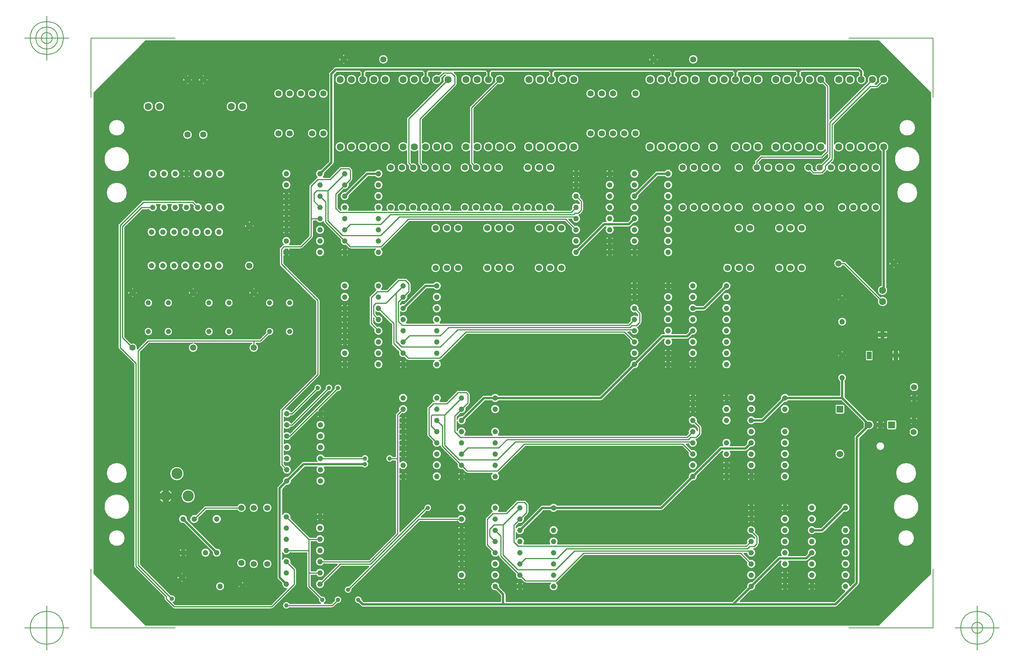
<source format=gbr>
G04 Generated by Ultiboard 14.3 *
%FSLAX34Y34*%
%MOMM*%

%ADD10C,0.0001*%
%ADD11C,0.2540*%
%ADD12C,0.0010*%
%ADD13C,0.5080*%
%ADD14C,0.1270*%
%ADD15C,1.4000*%
%ADD16C,1.2446*%
%ADD17C,1.3556*%
%ADD18C,1.6088*%
%ADD19C,1.1556*%
%ADD20C,2.4978*%
%ADD21C,1.5366*%
%ADD22R,1.5366X1.5366*%
%ADD23C,1.5000*%
%ADD24R,1.5000X1.5000*%
%ADD25C,1.0000*%
%ADD26C,1.2700*%


G04 ColorRGB 0000FF for the following layer *
%LNCopper Bottom*%
%LPD*%
G54D10*
G36*
X1885932Y1209994D02*
X1885932Y1209994D01*
X1768794Y1327132D01*
X110806Y1327132D01*
X-6332Y1209994D01*
X-6332Y120966D01*
X110806Y3828D01*
X1768794Y3828D01*
X1885932Y120966D01*
X1885932Y1209994D01*
D02*
G37*
%LPC*%
G36*
X1725961Y99060D02*
G75*
D01*
G02X1724085Y94541I-6381J0*
G01*
X1724085Y94541D01*
X1675839Y46295D01*
G74*
D01*
G02X1671320Y44419I4519J4505*
G01*
X1671320Y44419D01*
X1440189Y44419D01*
G75*
D01*
G02X1440171Y44419I-9J6381*
G01*
X1440171Y44419D01*
X919480Y44419D01*
G75*
D01*
G02X919108Y44430I0J6381*
G01*
G74*
D01*
G02X918736Y44419I372J6370*
G01*
X918736Y44419D01*
X601987Y44419D01*
G75*
D01*
G02X597468Y46288I-7J6381*
G01*
X597468Y46288D01*
X591604Y52153D01*
G75*
D01*
G02X600627Y61176I216J8807*
G01*
X600627Y61176D01*
X604623Y57181D01*
X913099Y57181D01*
X913099Y71017D01*
X903078Y81038D01*
G75*
D01*
G02X912102Y90062I-1378J10402*
G01*
X912102Y90062D01*
X923985Y78179D01*
G74*
D01*
G02X925861Y73660I4505J4519*
G01*
X925861Y73660D01*
X925861Y57181D01*
X1437537Y57181D01*
X1470418Y90062D01*
G75*
D01*
G02X1482198Y101842I10402J1378*
G01*
X1482198Y101842D01*
X1539808Y159452D01*
G74*
D01*
G02X1544234Y161320I4512J4512*
G01*
G75*
D01*
G02X1544320Y161321I86J-6380*
G01*
X1544320Y161321D01*
X1548643Y161321D01*
G75*
D01*
G02X1565397Y161321I8377J6319*
G01*
X1565397Y161321D01*
X1602637Y161321D01*
X1607578Y166262D01*
G75*
D01*
G02X1616602Y157238I10402J1378*
G01*
X1616602Y157238D01*
X1609799Y150435D01*
G74*
D01*
G02X1605280Y148559I4519J4505*
G01*
X1605280Y148559D01*
X1565397Y148559D01*
G75*
D01*
G02X1548643Y148559I-8377J-6319*
G01*
X1548643Y148559D01*
X1546963Y148559D01*
X1491222Y92818D01*
G75*
D01*
G02X1479442Y81038I-10402J-1378*
G01*
X1479442Y81038D01*
X1455584Y57181D01*
X1668677Y57181D01*
X1692568Y81072D01*
G75*
D01*
G02X1704548Y93052I1612J10368*
G01*
X1704548Y93052D01*
X1713199Y101703D01*
X1713199Y429250D01*
G75*
D01*
G02X1715068Y433772I6381J10*
G01*
X1715068Y433772D01*
X1733519Y452223D01*
X1733519Y457186D01*
G75*
D01*
G02X1733519Y457200I6381J14*
G01*
X1733519Y457200D01*
X1733519Y462177D01*
X1719525Y476172D01*
X1719525Y476172D01*
X1683917Y511779D01*
X1678964Y511779D01*
G74*
D01*
G02X1678940Y511779I24J6381*
G01*
X1678940Y511779D01*
X1565350Y511779D01*
G75*
D01*
G02X1555642Y507758I-8330J6381*
G01*
X1555642Y507758D01*
X1524055Y476172D01*
X1524055Y476172D01*
X1510739Y462855D01*
G74*
D01*
G02X1506220Y460979I4519J4505*
G01*
X1506220Y460979D01*
X1489150Y460979D01*
G75*
D01*
G02X1489150Y473741I-8330J6381*
G01*
X1489150Y473741D01*
X1503577Y473741D01*
X1506008Y476172D01*
X1506008Y476172D01*
X1546618Y516782D01*
G75*
D01*
G02X1565350Y524541I10402J1378*
G01*
X1565350Y524541D01*
X1678916Y524541D01*
G74*
D01*
G02X1678940Y524541I24J6381*
G01*
X1678940Y524541D01*
X1680179Y524541D01*
X1680179Y555974D01*
G75*
D01*
G02X1692941Y555974I6381J7906*
G01*
X1692941Y555974D01*
X1692941Y520803D01*
X1737572Y476172D01*
X1737572Y476172D01*
X1744408Y469335D01*
G74*
D01*
G02X1744415Y469328I4508J4515*
G01*
X1744415Y469328D01*
X1745273Y468471D01*
G75*
D01*
G02X1745273Y445929I2247J-11271*
G01*
X1745273Y445929D01*
X1744419Y445075D01*
G74*
D01*
G02X1744405Y445061I4519J4505*
G01*
X1744405Y445061D01*
X1725961Y426617D01*
X1725961Y99060D01*
D02*
G37*
G36*
X1658645Y1224280D02*
X1658645Y1224280D01*
X1658645Y1150244D01*
X1666012Y1157611D01*
X1704573Y1196172D01*
X1743965Y1235564D01*
G75*
D01*
G02X1761288Y1229385I11175J3956*
G01*
X1761288Y1229385D01*
X1763186Y1229385D01*
X1769365Y1235564D01*
G75*
D01*
G02X1776584Y1228345I11175J3956*
G01*
X1776584Y1228345D01*
X1768915Y1220677D01*
G74*
D01*
G02X1765300Y1219175I3615J3603*
G01*
X1765300Y1219175D01*
X1752174Y1219175D01*
X1729171Y1196172D01*
X1668805Y1135806D01*
X1668805Y1093268D01*
G75*
D01*
G02X1668805Y1080972I10135J-6148*
G01*
X1668805Y1080972D01*
X1668805Y1059180D01*
G75*
D01*
G02X1667303Y1055565I-5105J0*
G01*
X1667303Y1055565D01*
X1666012Y1054273D01*
X1666012Y1054273D01*
X1662434Y1050695D01*
G75*
D01*
G02X1652609Y1033347I-1274J-10735*
G01*
G74*
D01*
G02X1652063Y1032705I4149J2973*
G01*
X1652063Y1032705D01*
X1644455Y1025097D01*
G74*
D01*
G02X1640840Y1023595I3615J3603*
G01*
X1640840Y1023595D01*
X1621627Y1023595D01*
G75*
D01*
G02X1618011Y1025091I-7J5105*
G01*
X1618011Y1025091D01*
X1613488Y1029613D01*
G75*
D01*
G02X1620707Y1036832I-3128J10347*
G01*
X1620707Y1036832D01*
X1623734Y1033805D01*
X1626874Y1033805D01*
G75*
D01*
G02X1638888Y1050307I8886J6155*
G01*
X1638888Y1050307D01*
X1653515Y1064934D01*
X1653515Y1069716D01*
X1644455Y1060657D01*
G74*
D01*
G02X1640840Y1059155I3615J3603*
G01*
X1640840Y1059155D01*
X1505794Y1059155D01*
X1498625Y1051986D01*
X1498625Y1049489D01*
G75*
D01*
G02X1488415Y1049489I-5105J-9529*
G01*
X1488415Y1049489D01*
X1488415Y1054092D01*
G75*
D01*
G02X1489911Y1057709I5105J8*
G01*
X1489911Y1057709D01*
X1500071Y1067869D01*
G75*
D01*
G02X1503686Y1069365I3609J-3609*
G01*
X1503686Y1069365D01*
X1638726Y1069365D01*
X1648435Y1079074D01*
X1648435Y1080972D01*
G75*
D01*
G02X1648435Y1093268I-10135J6148*
G01*
X1648435Y1093268D01*
X1648435Y1222166D01*
X1642256Y1228345D01*
G75*
D01*
G02X1649475Y1235564I-3956J11175*
G01*
X1649475Y1235564D01*
X1657143Y1227895D01*
G74*
D01*
G02X1658645Y1224280I3603J3615*
G01*
D02*
G37*
G36*
X724946Y943635D02*
X724946Y943635D01*
X732814Y943635D01*
G75*
D01*
G02X750346Y943635I8766J6325*
G01*
X750346Y943635D01*
X758214Y943635D01*
G75*
D01*
G02X775746Y943635I8766J6325*
G01*
X775746Y943635D01*
X783614Y943635D01*
G75*
D01*
G02X801146Y943635I8766J6325*
G01*
X801146Y943635D01*
X824254Y943635D01*
G75*
D01*
G02X841786Y943635I8766J6325*
G01*
X841786Y943635D01*
X849654Y943635D01*
G75*
D01*
G02X867186Y943635I8766J6325*
G01*
X867186Y943635D01*
X875054Y943635D01*
G75*
D01*
G02X892586Y943635I8766J6325*
G01*
X892586Y943635D01*
X900454Y943635D01*
G75*
D01*
G02X917986Y943635I8766J6325*
G01*
X917986Y943635D01*
X941094Y943635D01*
G75*
D01*
G02X958626Y943635I8766J6325*
G01*
X958626Y943635D01*
X966494Y943635D01*
G75*
D01*
G02X984026Y943635I8766J6325*
G01*
X984026Y943635D01*
X991894Y943635D01*
G75*
D01*
G02X1009426Y943635I8766J6325*
G01*
X1009426Y943635D01*
X1017294Y943635D01*
G75*
D01*
G02X1034826Y943635I8766J6325*
G01*
X1034826Y943635D01*
X1071036Y943635D01*
X1074488Y947087D01*
G75*
D01*
G02X1090905Y958332I10092J2873*
G01*
X1090905Y958332D01*
X1090905Y961816D01*
X1087453Y965268D01*
G75*
D01*
G02X1094672Y972487I-2873J10092*
G01*
X1094672Y972487D01*
X1099613Y967545D01*
G74*
D01*
G02X1101115Y963930I3603J3615*
G01*
X1101115Y963930D01*
X1101115Y943610D01*
G75*
D01*
G02X1099613Y939995I-5105J0*
G01*
X1099613Y939995D01*
X1093275Y933657D01*
G74*
D01*
G02X1091459Y932483I3615J3603*
G01*
G75*
D01*
G02X1074167Y923265I-6879J-7923*
G01*
X1074167Y923265D01*
X1067694Y923265D01*
X1081707Y909252D01*
G75*
D01*
G02X1074488Y902033I2873J-10092*
G01*
X1074488Y902033D01*
X1058336Y918185D01*
X707708Y918185D01*
X706012Y916489D01*
X646979Y857457D01*
G74*
D01*
G02X644655Y856121I3615J3603*
G01*
G74*
D01*
G02X644613Y856111I1291J4939*
G01*
G75*
D01*
G02X630300Y855955I-7073J-7751*
G01*
X630300Y855955D01*
X574040Y855955D01*
G75*
D01*
G02X572445Y856211I0J5105*
G01*
G74*
D01*
G02X570431Y857451I1595J4849*
G01*
X570431Y857451D01*
X564213Y863668D01*
G75*
D01*
G02X551248Y876633I-2873J10092*
G01*
X551248Y876633D01*
X514551Y913331D01*
G75*
D01*
G02X513055Y916951I3609J3609*
G01*
X513055Y916951D01*
X513055Y917320D01*
G75*
D01*
G02X496292Y919455I-7595J7240*
G01*
X496292Y919455D01*
X490245Y919455D01*
X490245Y883920D01*
G75*
D01*
G02X488743Y880305I-5105J0*
G01*
X488743Y880305D01*
X465895Y857457D01*
G74*
D01*
G02X462280Y855955I3615J3603*
G01*
X462280Y855955D01*
X436500Y855955D01*
G74*
D01*
G02X439071Y852081I7240J7595*
G01*
X439071Y852081D01*
X432981Y852081D01*
X432981Y855955D01*
X425768Y855955D01*
X425539Y855726D01*
X425539Y852081D01*
X422935Y852081D01*
X422935Y844639D01*
X425539Y844639D01*
X425539Y838549D01*
G74*
D01*
G02X422935Y839988I3721J9811*
G01*
X422935Y839988D01*
X422935Y823804D01*
X466012Y780727D01*
X503983Y742755D01*
G74*
D01*
G02X505485Y739140I3603J3615*
G01*
X505485Y739140D01*
X505485Y571500D01*
G75*
D01*
G02X503983Y567885I-5105J0*
G01*
X503983Y567885D01*
X466012Y529913D01*
X429113Y493014D01*
G75*
D01*
G02X439563Y487705I1282J-10414*
G01*
X439563Y487705D01*
X439846Y487705D01*
X491693Y539552D01*
G75*
D01*
G02X498912Y532333I8687J1468*
G01*
X498912Y532333D01*
X445575Y478997D01*
G74*
D01*
G02X441960Y477495I3615J3603*
G01*
X441960Y477495D01*
X439563Y477495D01*
G75*
D01*
G02X424205Y474128I-9168J5105*
G01*
X424205Y474128D01*
X424205Y465672D01*
G75*
D01*
G02X439563Y462305I6190J-8472*
G01*
X439563Y462305D01*
X439846Y462305D01*
X517093Y539552D01*
G75*
D01*
G02X524312Y532333I8687J1468*
G01*
X524312Y532333D01*
X445575Y453597D01*
G74*
D01*
G02X443874Y452468I3615J3603*
G01*
G75*
D01*
G02X441952Y452095I-1914J4732*
G01*
X441952Y452095D01*
X439563Y452095D01*
G75*
D01*
G02X424205Y448728I-9168J5105*
G01*
X424205Y448728D01*
X424205Y440272D01*
G75*
D01*
G02X437439Y439578I6190J-8472*
G01*
X437439Y439578D01*
X474033Y476172D01*
X537413Y539552D01*
G75*
D01*
G02X544632Y532333I8687J1468*
G01*
X544632Y532333D01*
X502874Y490575D01*
X502874Y486321D01*
X498620Y486321D01*
X440495Y428197D01*
G74*
D01*
G02X440118Y427854I3615J3603*
G01*
G75*
D01*
G02X424205Y423328I-9723J3946*
G01*
X424205Y423328D01*
X424205Y414872D01*
G75*
D01*
G02X424205Y397928I6190J-8472*
G01*
X424205Y397928D01*
X424205Y389472D01*
G75*
D01*
G02X424205Y372528I6190J-8472*
G01*
X424205Y372528D01*
X424205Y369009D01*
X427522Y365692D01*
G75*
D01*
G02X420303Y358473I2873J-10092*
G01*
X420303Y358473D01*
X415491Y363286D01*
G75*
D01*
G02X413995Y366908I3609J3609*
G01*
X413995Y366908D01*
X413995Y490214D01*
G75*
D01*
G02X415491Y493829I5105J6*
G01*
X415491Y493829D01*
X466012Y544351D01*
X495275Y573614D01*
X495275Y737026D01*
X466012Y766289D01*
X466012Y766289D01*
X414221Y818081D01*
G75*
D01*
G02X412725Y821702I3609J3609*
G01*
X412725Y821702D01*
X412725Y855228D01*
G75*
D01*
G02X414221Y858846I5105J8*
G01*
X414221Y858846D01*
X420045Y864670D01*
G74*
D01*
G02X422237Y865964I3609J3610*
G01*
G75*
D01*
G02X436500Y866165I7023J7796*
G01*
X436500Y866165D01*
X460166Y866165D01*
X466012Y872011D01*
X466012Y872011D01*
X480035Y886034D01*
X480035Y998213D01*
G75*
D01*
G02X481531Y1001829I5105J7*
G01*
X481531Y1001829D01*
X496771Y1017069D01*
G74*
D01*
G02X498581Y1018237I3609J3609*
G01*
G75*
D01*
G02X506838Y1036562I6879J7923*
G01*
X506838Y1036562D01*
X524479Y1054203D01*
X524479Y1252207D01*
G75*
D01*
G02X526348Y1256732I6381J13*
G01*
X526348Y1256732D01*
X536508Y1266892D01*
G74*
D01*
G02X539431Y1268560I4512J4512*
G01*
G75*
D01*
G02X541020Y1268761I1589J-6180*
G01*
X541020Y1268761D01*
X596892Y1268761D01*
G75*
D01*
G02X596908Y1268761I8J-6381*
G01*
X596908Y1268761D01*
X607052Y1268761D01*
G75*
D01*
G02X607068Y1268761I8J-6381*
G01*
X607068Y1268761D01*
X739132Y1268761D01*
G75*
D01*
G02X739148Y1268761I8J-6381*
G01*
X739148Y1268761D01*
X749292Y1268761D01*
G75*
D01*
G02X749308Y1268761I8J-6381*
G01*
X749308Y1268761D01*
X881372Y1268761D01*
G75*
D01*
G02X881388Y1268761I8J-6381*
G01*
X881388Y1268761D01*
X891532Y1268761D01*
G75*
D01*
G02X891548Y1268761I8J-6381*
G01*
X891548Y1268761D01*
X1023612Y1268761D01*
G75*
D01*
G02X1023628Y1268761I8J-6381*
G01*
X1023628Y1268761D01*
X1033772Y1268761D01*
G75*
D01*
G02X1033788Y1268761I8J-6381*
G01*
X1033788Y1268761D01*
X1297932Y1268761D01*
G75*
D01*
G02X1297948Y1268761I8J-6381*
G01*
X1297948Y1268761D01*
X1308092Y1268761D01*
G75*
D01*
G02X1308108Y1268761I8J-6381*
G01*
X1308108Y1268761D01*
X1440172Y1268761D01*
G75*
D01*
G02X1440188Y1268761I8J-6381*
G01*
X1440188Y1268761D01*
X1450332Y1268761D01*
G75*
D01*
G02X1450348Y1268761I8J-6381*
G01*
X1450348Y1268761D01*
X1582412Y1268761D01*
G75*
D01*
G02X1582428Y1268761I8J-6381*
G01*
X1582428Y1268761D01*
X1592572Y1268761D01*
G75*
D01*
G02X1592588Y1268761I8J-6381*
G01*
X1592588Y1268761D01*
X1724652Y1268761D01*
G75*
D01*
G02X1726758Y1268406I8J-6381*
G01*
G74*
D01*
G02X1729179Y1266885I2098J6026*
G01*
X1729179Y1266885D01*
X1734245Y1261819D01*
G74*
D01*
G02X1736121Y1257300I4505J4519*
G01*
X1736121Y1257300D01*
X1736121Y1249510D01*
G75*
D01*
G02X1723359Y1249510I-6381J-9990*
G01*
X1723359Y1249510D01*
X1723359Y1254657D01*
X1722017Y1255999D01*
X1595223Y1255999D01*
X1593881Y1254657D01*
X1593881Y1249510D01*
G75*
D01*
G02X1581119Y1249510I-6381J-9990*
G01*
X1581119Y1249510D01*
X1581119Y1254657D01*
X1579777Y1255999D01*
X1452983Y1255999D01*
X1451641Y1254657D01*
X1451641Y1249510D01*
G75*
D01*
G02X1438879Y1249510I-6381J-9990*
G01*
X1438879Y1249510D01*
X1438879Y1254657D01*
X1437537Y1255999D01*
X1310743Y1255999D01*
X1309401Y1254657D01*
X1309401Y1249510D01*
G75*
D01*
G02X1296639Y1249510I-6381J-9990*
G01*
X1296639Y1249510D01*
X1296639Y1254657D01*
X1295297Y1255999D01*
X1036423Y1255999D01*
X1035081Y1254657D01*
X1035081Y1249510D01*
G75*
D01*
G02X1022319Y1249510I-6381J-9990*
G01*
X1022319Y1249510D01*
X1022319Y1254657D01*
X1020977Y1255999D01*
X894183Y1255999D01*
X892841Y1254657D01*
X892841Y1249510D01*
G75*
D01*
G02X880079Y1249510I-6381J-9990*
G01*
X880079Y1249510D01*
X880079Y1254657D01*
X878737Y1255999D01*
X808620Y1255999D01*
X813863Y1250755D01*
G74*
D01*
G02X815365Y1247140I3603J3615*
G01*
X815365Y1247140D01*
X815365Y1229360D01*
G75*
D01*
G02X813863Y1225745I-5105J0*
G01*
X813863Y1225745D01*
X736625Y1148506D01*
X736625Y1096221D01*
G75*
D01*
G02X736625Y1078019I7595J-9101*
G01*
X736625Y1078019D01*
X736625Y1052234D01*
X738552Y1050307D01*
G75*
D01*
G02X731333Y1043088I3128J-10347*
G01*
X731333Y1043088D01*
X727911Y1046511D01*
G75*
D01*
G02X726415Y1050128I3609J3609*
G01*
X726415Y1050128D01*
X726415Y1078019D01*
G75*
D01*
G02X711225Y1078019I-7595J9101*
G01*
X711225Y1078019D01*
X711225Y1052234D01*
X713152Y1050307D01*
G75*
D01*
G02X705933Y1043088I3128J-10347*
G01*
X705933Y1043088D01*
X702511Y1046511D01*
G75*
D01*
G02X701015Y1050128I3609J3609*
G01*
X701015Y1050128D01*
X701015Y1078019D01*
G75*
D01*
G02X701015Y1096221I-7595J9101*
G01*
X701015Y1096221D01*
X701015Y1150611D01*
G75*
D01*
G02X702511Y1154229I5105J9*
G01*
X702511Y1154229D01*
X783845Y1235564D01*
G75*
D01*
G02X788872Y1249655I11175J3956*
G01*
X788872Y1249655D01*
X786974Y1249655D01*
X780795Y1243476D01*
G75*
D01*
G02X773576Y1250695I-11175J-3956*
G01*
X773576Y1250695D01*
X778880Y1255999D01*
X751943Y1255999D01*
X750601Y1254657D01*
X750601Y1249510D01*
G75*
D01*
G02X737839Y1249510I-6381J-9990*
G01*
X737839Y1249510D01*
X737839Y1254657D01*
X736497Y1255999D01*
X609703Y1255999D01*
X608361Y1254657D01*
X608361Y1249510D01*
G75*
D01*
G02X595599Y1249510I-6381J-9990*
G01*
X595599Y1249510D01*
X595599Y1254657D01*
X594257Y1255999D01*
X543663Y1255999D01*
X537241Y1249577D01*
X537241Y1051560D01*
G75*
D01*
G02X535365Y1047041I-6381J0*
G01*
X535365Y1047041D01*
X515862Y1027538D01*
G75*
D01*
G02X512700Y1018565I-10402J-1378*
G01*
X512700Y1018565D01*
X526206Y1018565D01*
X548841Y1041199D01*
G75*
D01*
G02X552455Y1042695I3609J-3609*
G01*
X552455Y1042695D01*
X570225Y1042695D01*
G75*
D01*
G02X571148Y1042611I5J-5105*
G01*
G74*
D01*
G02X573845Y1041193I918J5021*
G01*
X573845Y1041193D01*
X577643Y1037395D01*
G74*
D01*
G02X579145Y1033780I3603J3615*
G01*
X579145Y1033780D01*
X579145Y1013460D01*
G75*
D01*
G02X577643Y1009845I-5105J0*
G01*
X577643Y1009845D01*
X571432Y1003633D01*
G75*
D01*
G02X558467Y990668I-10092J-2873*
G01*
X558467Y990668D01*
X546125Y978326D01*
X546125Y949534D01*
X552024Y943635D01*
X552968Y943635D01*
G75*
D01*
G02X569712Y943635I8372J6325*
G01*
X569712Y943635D01*
X629168Y943635D01*
G75*
D01*
G02X645912Y943635I8372J6325*
G01*
X645912Y943635D01*
X656614Y943635D01*
G75*
D01*
G02X674146Y943635I8766J6325*
G01*
X674146Y943635D01*
X682014Y943635D01*
G75*
D01*
G02X699546Y943635I8766J6325*
G01*
X699546Y943635D01*
X707414Y943635D01*
G75*
D01*
G02X724946Y943635I8766J6325*
G01*
D02*
G37*
G36*
X1701342Y236172D02*
G75*
D01*
G02X1701342Y236172I-7162J7668*
G01*
D02*
G37*
G36*
X1645359Y213935D02*
G74*
D01*
G02X1640840Y212059I4519J4505*
G01*
X1640840Y212059D01*
X1626310Y212059D01*
G75*
D01*
G02X1626310Y224821I-8330J6381*
G01*
X1626310Y224821D01*
X1638197Y224821D01*
X1649548Y236172D01*
X1649548Y236172D01*
X1666012Y252635D01*
X1666012Y252635D01*
X1683748Y270372D01*
G75*
D01*
G02X1690748Y259324I10432J-1132*
G01*
X1690748Y259324D01*
X1667595Y236172D01*
X1667595Y236172D01*
X1666012Y234588D01*
X1666012Y234588D01*
X1645359Y213935D01*
D02*
G37*
G36*
X1426012Y1029250D02*
G75*
D01*
G02X1426012Y1029250I1468J10710*
G01*
D02*
G37*
G36*
X1436227Y956172D02*
G75*
D01*
G02X1436227Y956172I-8847J-6212*
G01*
D02*
G37*
G36*
X1461627Y956172D02*
G75*
D01*
G02X1461627Y956172I-8847J-6212*
G01*
D02*
G37*
G36*
X1502267Y956172D02*
G75*
D01*
G02X1502267Y956172I-8847J-6212*
G01*
D02*
G37*
G36*
X1527667Y956172D02*
G75*
D01*
G02X1527667Y956172I-8847J-6212*
G01*
D02*
G37*
G36*
X1553067Y956172D02*
G75*
D01*
G02X1553067Y956172I-8847J-6212*
G01*
D02*
G37*
G36*
X1578467Y956172D02*
G75*
D01*
G02X1578467Y956172I-8847J-6212*
G01*
D02*
G37*
G36*
X1619107Y956172D02*
G75*
D01*
G02X1619107Y956172I-8847J-6212*
G01*
D02*
G37*
G36*
X1644507Y956172D02*
G75*
D01*
G02X1644507Y956172I-8847J-6212*
G01*
D02*
G37*
G36*
X1666012Y959569D02*
G75*
D01*
G02X1666012Y959569I-4952J-9609*
G01*
D02*
G37*
G36*
X1426012Y1076987D02*
G75*
D01*
G02X1426012Y1076987I-6152J10133*
G01*
D02*
G37*
G36*
X1186012Y1215096D02*
G75*
D01*
G02X1186012Y1215096I7788J-7496*
G01*
D02*
G37*
G36*
X946012Y1231524D02*
G75*
D01*
G02X946012Y1231524I-8752J7996*
G01*
D02*
G37*
G36*
X1426012Y1249653D02*
G75*
D01*
G02X1426012Y1249653I-6152J-10133*
G01*
D02*
G37*
G36*
X853465Y1096221D02*
G75*
D01*
G02X853465Y1078019I7595J-9101*
G01*
X853465Y1078019D01*
X853465Y1052234D01*
X855392Y1050307D01*
G75*
D01*
G02X848173Y1043088I3128J-10347*
G01*
X848173Y1043088D01*
X844751Y1046511D01*
G75*
D01*
G02X843255Y1050132I3609J3609*
G01*
X843255Y1050132D01*
X843255Y1078019D01*
G75*
D01*
G02X843255Y1096221I-7595J9101*
G01*
X843255Y1096221D01*
X843255Y1176010D01*
G75*
D01*
G02X844751Y1179629I5105J10*
G01*
X844751Y1179629D01*
X900685Y1235564D01*
G75*
D01*
G02X907904Y1228345I11175J3956*
G01*
X907904Y1228345D01*
X853465Y1173906D01*
X853465Y1096221D01*
D02*
G37*
G36*
X1720707Y956172D02*
G75*
D01*
G02X1720707Y956172I-8847J-6212*
G01*
D02*
G37*
G36*
X1746107Y956172D02*
G75*
D01*
G02X1746107Y956172I-8847J-6212*
G01*
D02*
G37*
G36*
X1771507Y956172D02*
G75*
D01*
G02X1771507Y956172I-8847J-6212*
G01*
D02*
G37*
G36*
X1786921Y769807D02*
G75*
D01*
G02X1774159Y773215I-8921J-7807*
G01*
X1774159Y773215D01*
X1774159Y1077130D01*
G75*
D01*
G02X1786921Y1077130I6381J9990*
G01*
X1786921Y1077130D01*
X1786921Y769807D01*
D02*
G37*
G36*
X1695307Y956172D02*
G75*
D01*
G02X1695307Y956172I-8847J-6212*
G01*
D02*
G37*
G36*
X1551323Y476172D02*
G75*
D01*
G02X1551323Y476172I5697J-8812*
G01*
D02*
G37*
G36*
X1426012Y802077D02*
G75*
D01*
G02X1426012Y802077I1368J10723*
G01*
D02*
G37*
G36*
X1357070Y714979D02*
G75*
D01*
G02X1357070Y727741I-8330J6381*
G01*
X1357070Y727741D01*
X1371497Y727741D01*
X1414538Y770782D01*
G75*
D01*
G02X1423562Y761758I10402J1378*
G01*
X1423562Y761758D01*
X1378659Y716855D01*
G74*
D01*
G02X1374140Y714979I4519J4505*
G01*
X1374140Y714979D01*
X1357070Y714979D01*
D02*
G37*
G36*
X1283740Y716172D02*
G75*
D01*
G02X1283740Y716172I9120J5188*
G01*
D02*
G37*
G36*
X1219533Y711268D02*
G75*
D01*
G02X1226752Y718487I-2873J10092*
G01*
X1226752Y718487D01*
X1229067Y716172D01*
X1229067Y716172D01*
X1231693Y713545D01*
G74*
D01*
G02X1233195Y709930I3603J3615*
G01*
X1233195Y709930D01*
X1233195Y689610D01*
G75*
D01*
G02X1231693Y685995I-5105J0*
G01*
X1231693Y685995D01*
X1224085Y678387D01*
G74*
D01*
G02X1223871Y678183I3615J3603*
G01*
G75*
D01*
G02X1206485Y667995I-7211J-7623*
G01*
X1206485Y667995D01*
X1201044Y667995D01*
X1213787Y655252D01*
G75*
D01*
G02X1206568Y648033I2873J-10092*
G01*
X1206568Y648033D01*
X1191686Y662915D01*
X837774Y662915D01*
X779585Y604727D01*
G74*
D01*
G02X777463Y603449I3615J3603*
G01*
G75*
D01*
G02X775963Y603225I-1493J4881*
G01*
X775963Y603225D01*
X775233Y603225D01*
G75*
D01*
G02X764007Y603225I-5613J-8865*
G01*
X764007Y603225D01*
X704855Y603225D01*
G75*
D01*
G02X701241Y604721I-5J5105*
G01*
X701241Y604721D01*
X696293Y609668D01*
G75*
D01*
G02X683328Y622633I-2873J10092*
G01*
X683328Y622633D01*
X668221Y637741D01*
G75*
D01*
G02X666725Y641358I3609J3609*
G01*
X666725Y641358D01*
X666725Y684956D01*
X640413Y711268D01*
G75*
D01*
G02X631215Y712988I-2873J10092*
G01*
X631215Y712988D01*
X631215Y709504D01*
X634667Y706052D01*
G75*
D01*
G02X627448Y698833I2873J-10092*
G01*
X627448Y698833D01*
X626135Y700146D01*
X626135Y689184D01*
X634667Y680652D01*
G75*
D01*
G02X627448Y673433I2873J-10092*
G01*
X627448Y673433D01*
X617421Y683461D01*
G75*
D01*
G02X615925Y687082I3609J3609*
G01*
X615925Y687082D01*
X615925Y745481D01*
G75*
D01*
G02X617421Y749099I5105J9*
G01*
X617421Y749099D01*
X631391Y763069D01*
G74*
D01*
G02X631759Y763403I3609J3609*
G01*
G75*
D01*
G02X644780Y764565I5781J8757*
G01*
X644780Y764565D01*
X655746Y764565D01*
X679651Y788469D01*
G75*
D01*
G02X683267Y789965I3609J-3609*
G01*
X683267Y789965D01*
X698500Y789965D01*
G74*
D01*
G02X702115Y788463I0J5105*
G01*
X702115Y788463D01*
X706012Y784567D01*
X706012Y784567D01*
X709723Y780855D01*
G74*
D01*
G02X711225Y777240I3603J3615*
G01*
X711225Y777240D01*
X711225Y759460D01*
G75*
D01*
G02X709723Y755845I-5105J0*
G01*
X709723Y755845D01*
X703512Y749633D01*
G75*
D01*
G02X690547Y736668I-10092J-2873*
G01*
X690547Y736668D01*
X687095Y733216D01*
X687095Y729732D01*
G75*
D01*
G02X694798Y731762I6325J-8372*
G01*
X694798Y731762D01*
X739708Y776672D01*
G75*
D01*
G02X744227Y778541I4512J-4512*
G01*
X744227Y778541D01*
X761290Y778541D01*
G75*
D01*
G02X761290Y765779I8330J-6381*
G01*
X761290Y765779D01*
X746863Y765779D01*
X703822Y722738D01*
G75*
D01*
G02X687095Y712988I-10402J-1378*
G01*
X687095Y712988D01*
X687095Y704332D01*
G75*
D01*
G02X700660Y688365I6325J-8372*
G01*
X700660Y688365D01*
X762380Y688365D01*
G75*
D01*
G02X776860Y688365I7240J7595*
G01*
X776860Y688365D01*
X1201846Y688365D01*
X1206568Y693087D01*
G75*
D01*
G02X1222985Y704332I10092J2873*
G01*
X1222985Y704332D01*
X1222985Y707816D01*
X1219533Y711268D01*
D02*
G37*
G36*
X1169157Y918241D02*
X1169157Y918241D01*
X1201317Y918241D01*
X1206258Y923182D01*
G75*
D01*
G02X1215282Y914158I10402J1378*
G01*
X1215282Y914158D01*
X1208479Y907355D01*
G74*
D01*
G02X1203960Y905479I4519J4505*
G01*
X1203960Y905479D01*
X1169157Y905479D01*
G75*
D01*
G02X1152403Y905479I-8377J-6319*
G01*
X1152403Y905479D01*
X1150723Y905479D01*
X1094982Y849738D01*
G75*
D01*
G02X1085958Y858762I-10402J-1378*
G01*
X1085958Y858762D01*
X1143568Y916372D01*
G75*
D01*
G02X1148089Y918241I4512J-4512*
G01*
X1148089Y918241D01*
X1152403Y918241D01*
G75*
D01*
G02X1169157Y918241I8377J6319*
G01*
D02*
G37*
G36*
X1225117Y956172D02*
G75*
D01*
G02X1225117Y956172I-8457J-6212*
G01*
D02*
G37*
G36*
X1301317Y956172D02*
G75*
D01*
G02X1301317Y956172I-8457J-6212*
G01*
D02*
G37*
G36*
X1334627Y956172D02*
G75*
D01*
G02X1334627Y956172I-8847J-6212*
G01*
D02*
G37*
G36*
X1360027Y956172D02*
G75*
D01*
G02X1360027Y956172I-8847J-6212*
G01*
D02*
G37*
G36*
X1385427Y956172D02*
G75*
D01*
G02X1385427Y956172I-8847J-6212*
G01*
D02*
G37*
G36*
X1410827Y956172D02*
G75*
D01*
G02X1410827Y956172I-8847J-6212*
G01*
D02*
G37*
G36*
X1426012Y892090D02*
G75*
D01*
G02X1426012Y892090I1468J10710*
G01*
D02*
G37*
G36*
X1549858Y236172D02*
G75*
D01*
G02X1549858Y236172I7162J7668*
G01*
D02*
G37*
G36*
X1484541Y234029D02*
X1484541Y234029D01*
X1484541Y240119D01*
X1490631Y240119D01*
G74*
D01*
G02X1484541Y234029I9811J3721*
G01*
D02*
G37*
G36*
X1477099Y234029D02*
G74*
D01*
G02X1471009Y240119I3721J9811*
G01*
X1471009Y240119D01*
X1477099Y240119D01*
X1477099Y234029D01*
D02*
G37*
G36*
X1426012Y344674D02*
G75*
D01*
G02X1426012Y344674I-1072J-4314*
G01*
D02*
G37*
G36*
X1426012Y370074D02*
G75*
D01*
G02X1426012Y370074I-1072J-4314*
G01*
D02*
G37*
G36*
X1040942Y236172D02*
G75*
D01*
G02X1040942Y236172I-7162J7668*
G01*
D02*
G37*
G36*
X1042665Y187459D02*
X1042665Y187459D01*
X1468020Y187459D01*
X1470728Y190167D01*
G75*
D01*
G02X1488415Y200280I10092J2873*
G01*
X1488415Y200280D01*
X1488415Y201521D01*
X1481931Y208006D01*
G75*
D01*
G02X1490342Y214032I-1111J10434*
G01*
X1490342Y214032D01*
X1497123Y207251D01*
G74*
D01*
G02X1498625Y203636I3603J3615*
G01*
X1498625Y203636D01*
X1498625Y187960D01*
G75*
D01*
G02X1497123Y184345I-5105J0*
G01*
X1497123Y184345D01*
X1490785Y178007D01*
G74*
D01*
G02X1487170Y176505I3615J3603*
G01*
X1487170Y176505D01*
X1486433Y176505D01*
G75*
D01*
G02X1470407Y166345I-5613J-8865*
G01*
X1470407Y166345D01*
X1463934Y166345D01*
X1477947Y152332D01*
G75*
D01*
G02X1470728Y145113I2873J-10092*
G01*
X1470728Y145113D01*
X1454576Y161265D01*
X1103204Y161265D01*
X1042475Y100537D01*
G74*
D01*
G02X1040659Y99363I3615J3603*
G01*
G75*
D01*
G02X1026540Y99035I-6879J-7923*
G01*
X1026540Y99035D01*
X970280Y99035D01*
G75*
D01*
G02X968804Y99254I0J5105*
G01*
G74*
D01*
G02X966671Y100531I1476J4886*
G01*
X966671Y100531D01*
X960453Y106748D01*
G75*
D01*
G02X947488Y119713I-2873J10092*
G01*
X947488Y119713D01*
X946012Y121189D01*
X910791Y156411D01*
G75*
D01*
G02X909295Y160033I3609J3609*
G01*
X909295Y160033D01*
X909295Y160400D01*
G75*
D01*
G02X891608Y170513I-7595J7240*
G01*
X891608Y170513D01*
X880311Y181811D01*
G75*
D01*
G02X878815Y185426I3609J3609*
G01*
X878815Y185426D01*
X878815Y243832D01*
G75*
D01*
G02X880311Y247449I5105J8*
G01*
X880311Y247449D01*
X893011Y260149D01*
G74*
D01*
G02X894821Y261317I3609J3609*
G01*
G75*
D01*
G02X908940Y261645I6879J7923*
G01*
X908940Y261645D01*
X924986Y261645D01*
X946012Y282671D01*
X948891Y285549D01*
G75*
D01*
G02X952507Y287045I3609J-3609*
G01*
X952507Y287045D01*
X967733Y287045D01*
G75*
D01*
G02X969418Y286761I7J-5105*
G01*
G74*
D01*
G02X971355Y285543I1678J4821*
G01*
X971355Y285543D01*
X976423Y280475D01*
G74*
D01*
G02X977925Y276860I3603J3615*
G01*
X977925Y276860D01*
X977925Y259080D01*
G75*
D01*
G02X976423Y255465I-5105J0*
G01*
X976423Y255465D01*
X967672Y246713D01*
G75*
D01*
G02X954707Y233748I-10092J-2873*
G01*
X954707Y233748D01*
X948715Y227756D01*
X948715Y224053D01*
G75*
D01*
G02X958958Y228842I8865J-5613*
G01*
X958958Y228842D01*
X966288Y236172D01*
X966288Y236172D01*
X1003868Y273752D01*
G75*
D01*
G02X1008387Y275621I4512J-4512*
G01*
X1008387Y275621D01*
X1025450Y275621D01*
G75*
D01*
G02X1042110Y275621I8330J-6381*
G01*
X1042110Y275621D01*
X1274977Y275621D01*
X1338338Y338982D01*
G75*
D01*
G02X1350118Y350762I10402J1378*
G01*
X1350118Y350762D01*
X1407728Y408372D01*
G75*
D01*
G02X1412247Y410241I4512J-4512*
G01*
X1412247Y410241D01*
X1416563Y410241D01*
G75*
D01*
G02X1433317Y410241I8377J6319*
G01*
X1433317Y410241D01*
X1465477Y410241D01*
X1470418Y415182D01*
G75*
D01*
G02X1479442Y406158I10402J1378*
G01*
X1479442Y406158D01*
X1472639Y399355D01*
G74*
D01*
G02X1468120Y397479I4519J4505*
G01*
X1468120Y397479D01*
X1433317Y397479D01*
G75*
D01*
G02X1416563Y397479I-8377J-6319*
G01*
X1416563Y397479D01*
X1414883Y397479D01*
X1359142Y341738D01*
G75*
D01*
G02X1347362Y329958I-10402J-1378*
G01*
X1347362Y329958D01*
X1282139Y264735D01*
G74*
D01*
G02X1277620Y262859I4519J4505*
G01*
X1277620Y262859D01*
X1042110Y262859D01*
G75*
D01*
G02X1025450Y262859I-8330J6381*
G01*
X1025450Y262859D01*
X1011023Y262859D01*
X984335Y236172D01*
X984335Y236172D01*
X967982Y219818D01*
G75*
D01*
G02X948715Y212827I-10402J-1378*
G01*
X948715Y212827D01*
X948715Y198653D01*
G75*
D01*
G02X966465Y187459I8865J-5613*
G01*
X966465Y187459D01*
X1024895Y187459D01*
G75*
D01*
G02X1042665Y187459I8885J5581*
G01*
D02*
G37*
G36*
X1426012Y452398D02*
G75*
D01*
G02X1426012Y452398I-1072J-10438*
G01*
D02*
G37*
G36*
X1430637Y476172D02*
G75*
D01*
G02X1430637Y476172I-5697J-8812*
G01*
D02*
G37*
G36*
X1610818Y236172D02*
G75*
D01*
G02X1610818Y236172I7162J7668*
G01*
D02*
G37*
G36*
X1426012Y660122D02*
G75*
D01*
G02X1426012Y660122I-1072J10438*
G01*
D02*
G37*
G36*
X1426012Y634722D02*
G75*
D01*
G02X1426012Y634722I-1072J10438*
G01*
D02*
G37*
G36*
X1426012Y609322D02*
G75*
D01*
G02X1426012Y609322I-1072J10438*
G01*
D02*
G37*
G36*
X1426012Y583922D02*
G75*
D01*
G02X1426012Y583922I-1072J10438*
G01*
D02*
G37*
G36*
X1426012Y513846D02*
G75*
D01*
G02X1426012Y513846I-1072J4314*
G01*
D02*
G37*
G36*
X1426012Y482322D02*
G75*
D01*
G02X1426012Y482322I-1072J10438*
G01*
D02*
G37*
G36*
X1426012Y685522D02*
G75*
D01*
G02X1426012Y685522I-1072J10438*
G01*
D02*
G37*
G36*
X1426012Y710922D02*
G75*
D01*
G02X1426012Y710922I-1072J10438*
G01*
D02*
G37*
G36*
X1426012Y736322D02*
G75*
D01*
G02X1426012Y736322I-1072J10438*
G01*
D02*
G37*
G36*
X946012Y1095116D02*
G75*
D01*
G02X946012Y1095116I-8752J-7996*
G01*
D02*
G37*
G36*
X946012Y1050023D02*
G75*
D01*
G02X946012Y1050023I3948J-10063*
G01*
D02*
G37*
G36*
X1186012Y1125199D02*
G75*
D01*
G02X1186012Y1125199I7688J-7599*
G01*
D02*
G37*
G36*
X1169237Y956172D02*
G75*
D01*
G02X1169237Y956172I-8457J-6212*
G01*
D02*
G37*
G36*
X49731Y628851D02*
G75*
D01*
G02X48235Y632471I3609J3609*
G01*
X48235Y632471D01*
X48235Y909310D01*
G75*
D01*
G02X49731Y912929I5105J10*
G01*
X49731Y912929D01*
X101801Y964999D01*
G75*
D01*
G02X105418Y966495I3609J-3609*
G01*
X105418Y966495D01*
X217170Y966495D01*
G74*
D01*
G02X220785Y964993I0J5105*
G01*
X220785Y964993D01*
X225727Y960052D01*
G75*
D01*
G02X218508Y952833I2873J-10092*
G01*
X218508Y952833D01*
X215169Y956172D01*
X215056Y956285D01*
X211572Y956285D01*
G75*
D01*
G02X194828Y956285I-8372J-6325*
G01*
X194828Y956285D01*
X186172Y956285D01*
G75*
D01*
G02X169428Y956285I-8372J-6325*
G01*
X169428Y956285D01*
X160772Y956285D01*
G75*
D01*
G02X144028Y956285I-8372J-6325*
G01*
X144028Y956285D01*
X135372Y956285D01*
G75*
D01*
G02X117832Y944855I-8372J-6325*
G01*
X117832Y944855D01*
X103714Y944855D01*
X63525Y904666D01*
X63525Y656894D01*
X78152Y642267D01*
G75*
D01*
G02X91917Y629996I3128J-10347*
G01*
X91917Y629996D01*
X113231Y651309D01*
G75*
D01*
G02X116848Y652805I3609J-3609*
G01*
X116848Y652805D01*
X368566Y652805D01*
X382171Y666410D01*
G75*
D01*
G02X389390Y659191I9349J2130*
G01*
X389390Y659191D01*
X374295Y644097D01*
G74*
D01*
G02X370680Y642595I3615J3603*
G01*
X370680Y642595D01*
X360705Y642595D01*
X360705Y641449D01*
G75*
D01*
G02X350495Y641449I-5105J-9529*
G01*
X350495Y641449D01*
X350495Y642595D01*
X220140Y642595D01*
G75*
D01*
G02X216740Y642595I-1700J-10675*
G01*
X216740Y642595D01*
X118954Y642595D01*
X99085Y622726D01*
X99085Y141814D01*
X168712Y72187D01*
G75*
D01*
G02X173034Y55165I1468J-8687*
G01*
X173034Y55165D01*
X177374Y50825D01*
X394126Y50825D01*
X429328Y86027D01*
G75*
D01*
G02X418858Y97898I-68J10493*
G01*
X418858Y97898D01*
X409508Y107248D01*
G75*
D01*
G02X407639Y111768I4512J4512*
G01*
X407639Y111768D01*
X407639Y313814D01*
G75*
D01*
G02X409508Y318337I6381J11*
G01*
X409508Y318337D01*
X419993Y328822D01*
G75*
D01*
G02X431773Y340602I10402J1378*
G01*
X431773Y340602D01*
X463983Y372812D01*
G75*
D01*
G02X468504Y374681I4512J-4512*
G01*
X468504Y374681D01*
X498218Y374681D01*
G75*
D01*
G02X515763Y386105I8377J6319*
G01*
X515763Y386105D01*
X599880Y386105D01*
G75*
D01*
G02X613167Y374650I7180J-5105*
G01*
G75*
D01*
G02X600985Y361919I-6107J-6350*
G01*
X600985Y361919D01*
X514972Y361919D01*
G75*
D01*
G02X498218Y361919I-8377J-6319*
G01*
X498218Y361919D01*
X471138Y361919D01*
X466012Y356793D01*
X440797Y331578D01*
G75*
D01*
G02X429017Y319798I-10402J-1378*
G01*
X429017Y319798D01*
X420401Y311182D01*
X420401Y254543D01*
G75*
D01*
G02X439352Y246047I8859J-5623*
G01*
X439352Y246047D01*
X449227Y236172D01*
X449227Y236172D01*
X466012Y219387D01*
X466012Y219387D01*
X482174Y203225D01*
X496292Y203225D01*
G75*
D01*
G02X496292Y193015I9168J-5105*
G01*
X496292Y193015D01*
X485165Y193015D01*
X485165Y127025D01*
X496292Y127025D01*
G75*
D01*
G02X496292Y116815I9168J-5105*
G01*
X496292Y116815D01*
X485165Y116815D01*
X485165Y93554D01*
X509072Y69647D01*
G75*
D01*
G02X515004Y53365I1468J-8687*
G01*
X515004Y53365D01*
X531286Y53365D01*
X537413Y59492D01*
G75*
D01*
G02X544632Y52273I8687J1468*
G01*
X544632Y52273D01*
X537015Y44657D01*
G74*
D01*
G02X534474Y43270I3615J3603*
G01*
G75*
D01*
G02X533395Y43155I-1074J4990*
G01*
X533395Y43155D01*
X436440Y43155D01*
G75*
D01*
G02X436440Y53365I-7180J5105*
G01*
X436440Y53365D01*
X506076Y53365D01*
G75*
D01*
G02X501853Y62428I4464J7595*
G01*
X501853Y62428D01*
X476451Y87831D01*
G75*
D01*
G02X474955Y91452I3609J3609*
G01*
X474955Y91452D01*
X474955Y167615D01*
X438428Y167615D01*
G75*
D01*
G02X420401Y167097I-9168J5105*
G01*
X420401Y167097D01*
X420401Y152943D01*
G75*
D01*
G02X439352Y144447I8859J-5623*
G01*
X439352Y144447D01*
X450643Y133155D01*
G74*
D01*
G02X452145Y129540I3603J3615*
G01*
X452145Y129540D01*
X452145Y96520D01*
G75*
D01*
G02X450643Y92905I-5105J0*
G01*
X450643Y92905D01*
X399855Y42117D01*
G74*
D01*
G02X397619Y40805I3615J3603*
G01*
G75*
D01*
G02X396234Y40615I-1379J4915*
G01*
X396234Y40615D01*
X175260Y40615D01*
G75*
D01*
G02X173458Y40944I0J5105*
G01*
G74*
D01*
G02X171651Y42111I1802J4776*
G01*
X171651Y42111D01*
X153871Y59891D01*
G75*
D01*
G02X152375Y63511I3609J3609*
G01*
X152375Y63511D01*
X152375Y66466D01*
X85291Y133551D01*
G75*
D01*
G02X83795Y137172I3609J3609*
G01*
X83795Y137172D01*
X83795Y594786D01*
X49731Y628851D01*
D02*
G37*
G36*
X907397Y476172D02*
G75*
D01*
G02X907397Y476172I-5697J-8812*
G01*
D02*
G37*
G36*
X1338648Y439087D02*
G75*
D01*
G02X1358875Y444676I10092J2873*
G01*
X1358875Y444676D01*
X1358875Y450006D01*
X1351613Y457268D01*
G75*
D01*
G02X1358832Y464487I-2873J10092*
G01*
X1358832Y464487D01*
X1367583Y455735D01*
G74*
D01*
G02X1369085Y452120I3603J3615*
G01*
X1369085Y452120D01*
X1369085Y436880D01*
G75*
D01*
G02X1367583Y433265I-5105J0*
G01*
X1367583Y433265D01*
X1359975Y425657D01*
G74*
D01*
G02X1356360Y424155I3615J3603*
G01*
X1356360Y424155D01*
X1355980Y424155D01*
G75*
D01*
G02X1338565Y413995I-7240J-7595*
G01*
X1338565Y413995D01*
X1333124Y413995D01*
X1345867Y401252D01*
G75*
D01*
G02X1338648Y394033I2873J-10092*
G01*
X1338648Y394033D01*
X1323766Y408915D01*
X969854Y408915D01*
X946012Y385073D01*
X910395Y349457D01*
G74*
D01*
G02X908579Y348283I3615J3603*
G01*
G75*
D01*
G02X894460Y347955I-6879J-7923*
G01*
X894460Y347955D01*
X838205Y347955D01*
G75*
D01*
G02X834591Y349451I-5J5105*
G01*
X834591Y349451D01*
X828373Y355668D01*
G75*
D01*
G02X815408Y368633I-2873J10092*
G01*
X815408Y368633D01*
X778711Y405331D01*
G75*
D01*
G02X777215Y408953I3609J3609*
G01*
X777215Y408953D01*
X777215Y409320D01*
G75*
D01*
G02X759528Y419433I-7595J7240*
G01*
X759528Y419433D01*
X748231Y430731D01*
G75*
D01*
G02X746735Y434346I3609J3609*
G01*
X746735Y434346D01*
X746735Y495292D01*
G75*
D01*
G02X748231Y498909I5105J8*
G01*
X748231Y498909D01*
X758391Y509069D01*
G75*
D01*
G02X762006Y510565I3609J-3609*
G01*
X762006Y510565D01*
X762380Y510565D01*
G75*
D01*
G02X776860Y510565I7240J7595*
G01*
X776860Y510565D01*
X790366Y510565D01*
X814271Y534469D01*
G74*
D01*
G02X817188Y535917I3609J3609*
G01*
G75*
D01*
G02X817880Y535965I692J-5057*
G01*
X817880Y535965D01*
X835655Y535965D01*
G75*
D01*
G02X836578Y535881I5J-5105*
G01*
G74*
D01*
G02X839275Y534463I918J5021*
G01*
X839275Y534463D01*
X843073Y530665D01*
G74*
D01*
G02X844575Y527050I3603J3615*
G01*
X844575Y527050D01*
X844575Y506730D01*
G75*
D01*
G02X843073Y503115I-5105J0*
G01*
X843073Y503115D01*
X835592Y495633D01*
G75*
D01*
G02X822627Y482668I-10092J-2873*
G01*
X822627Y482668D01*
X816131Y476172D01*
X815365Y475406D01*
X815365Y470076D01*
G75*
D01*
G02X826878Y477762I10135J-2716*
G01*
X826878Y477762D01*
X871788Y522672D01*
G75*
D01*
G02X876307Y524541I4512J-4512*
G01*
X876307Y524541D01*
X893370Y524541D01*
G75*
D01*
G02X910030Y524541I8330J-6381*
G01*
X910030Y524541D01*
X1137817Y524541D01*
X1186012Y572735D01*
X1206258Y592982D01*
G75*
D01*
G02X1218038Y604762I10402J1378*
G01*
X1218038Y604762D01*
X1275648Y662372D01*
G75*
D01*
G02X1280165Y664241I4512J-4512*
G01*
X1280165Y664241D01*
X1284483Y664241D01*
G75*
D01*
G02X1301237Y664241I8377J6319*
G01*
X1301237Y664241D01*
X1333397Y664241D01*
X1338338Y669182D01*
G75*
D01*
G02X1347362Y660158I10402J1378*
G01*
X1347362Y660158D01*
X1340559Y653355D01*
G74*
D01*
G02X1336040Y651479I4519J4505*
G01*
X1336040Y651479D01*
X1301237Y651479D01*
G75*
D01*
G02X1284483Y651479I-8377J-6319*
G01*
X1284483Y651479D01*
X1282803Y651479D01*
X1227062Y595738D01*
G75*
D01*
G02X1215282Y583958I-10402J-1378*
G01*
X1215282Y583958D01*
X1144979Y513655D01*
G74*
D01*
G02X1140460Y511779I4519J4505*
G01*
X1140460Y511779D01*
X910030Y511779D01*
G75*
D01*
G02X893370Y511779I-8330J6381*
G01*
X893370Y511779D01*
X878943Y511779D01*
X843335Y476172D01*
X835902Y468738D01*
G75*
D01*
G02X815365Y464644I-10402J-1378*
G01*
X815365Y464644D01*
X815365Y444676D01*
G75*
D01*
G02X832740Y434365I10135J-2716*
G01*
X832740Y434365D01*
X894460Y434365D01*
G75*
D01*
G02X908940Y434365I7240J7595*
G01*
X908940Y434365D01*
X1333926Y434365D01*
X1338648Y439087D01*
D02*
G37*
G36*
X760500Y716172D02*
G75*
D01*
G02X760500Y716172I9120J5188*
G01*
D02*
G37*
G36*
X685825Y333120D02*
X685825Y333120D01*
X685825Y215524D01*
X706473Y236172D01*
X706473Y236172D01*
X740548Y270247D01*
G75*
D01*
G02X745866Y261127I8752J-1007*
G01*
X745866Y261127D01*
X733684Y248945D01*
X816332Y248945D01*
G75*
D01*
G02X816332Y238735I9168J-5105*
G01*
X816332Y238735D01*
X731094Y238735D01*
X728531Y236172D01*
X728531Y236172D01*
X577647Y85288D01*
G75*
D01*
G02X570428Y92507I-8687J-1468*
G01*
X570428Y92507D01*
X615056Y137135D01*
X553294Y137135D01*
X515552Y99393D01*
G75*
D01*
G02X508333Y106612I-10092J-2873*
G01*
X508333Y106612D01*
X543936Y142215D01*
X514628Y142215D01*
G75*
D01*
G02X514628Y152425I-9168J5105*
G01*
X514628Y152425D01*
X615541Y152425D01*
X675615Y212499D01*
X675615Y375895D01*
X670120Y375895D01*
G75*
D01*
G02X670120Y386105I-7180J5105*
G01*
X670120Y386105D01*
X675615Y386105D01*
X675615Y480049D01*
G75*
D01*
G02X677111Y483669I5105J11*
G01*
X677111Y483669D01*
X683328Y489887D01*
G75*
D01*
G02X690547Y482668I10092J2873*
G01*
X690547Y482668D01*
X685825Y477946D01*
X685825Y474600D01*
G74*
D01*
G02X689699Y477171I7595J7240*
G01*
X689699Y477171D01*
X689699Y471081D01*
X685825Y471081D01*
X685825Y463639D01*
X689699Y463639D01*
X689699Y457549D01*
G74*
D01*
G02X685825Y460120I3721J9811*
G01*
X685825Y460120D01*
X685825Y449200D01*
G74*
D01*
G02X689699Y451771I7595J7240*
G01*
X689699Y451771D01*
X689699Y445681D01*
X685825Y445681D01*
X685825Y438239D01*
X689699Y438239D01*
X689699Y432149D01*
G74*
D01*
G02X685825Y434720I3721J9811*
G01*
X685825Y434720D01*
X685825Y423800D01*
G74*
D01*
G02X689699Y426371I7595J7240*
G01*
X689699Y426371D01*
X689699Y420281D01*
X685825Y420281D01*
X685825Y412839D01*
X689699Y412839D01*
X689699Y406749D01*
G74*
D01*
G02X685825Y409320I3721J9811*
G01*
X685825Y409320D01*
X685825Y398400D01*
G74*
D01*
G02X689699Y400971I7595J7240*
G01*
X689699Y400971D01*
X689699Y394881D01*
X685825Y394881D01*
X685825Y387439D01*
X689699Y387439D01*
X689699Y381349D01*
G74*
D01*
G02X685825Y383920I3721J9811*
G01*
X685825Y383920D01*
X685825Y381744D01*
G75*
D01*
G02X685811Y381372I-5105J0*
G01*
G74*
D01*
G02X685825Y381000I5091J372*
G01*
X685825Y381000D01*
X685825Y373000D01*
G75*
D01*
G02X685825Y358520I7595J-7240*
G01*
X685825Y358520D01*
X685825Y347600D01*
G74*
D01*
G02X689699Y350171I7595J7240*
G01*
X689699Y350171D01*
X689699Y344081D01*
X685825Y344081D01*
X685825Y336639D01*
X689699Y336639D01*
X689699Y330549D01*
G74*
D01*
G02X685825Y333120I3721J9811*
G01*
D02*
G37*
G36*
X697141Y477171D02*
G74*
D01*
G02X703231Y471081I3721J9811*
G01*
X703231Y471081D01*
X697141Y471081D01*
X697141Y477171D01*
D02*
G37*
G36*
X565061Y711549D02*
X565061Y711549D01*
X565061Y717639D01*
X571151Y717639D01*
G74*
D01*
G02X565061Y711549I9811J3721*
G01*
D02*
G37*
G36*
X557619Y711549D02*
G74*
D01*
G02X551529Y717639I3721J9811*
G01*
X551529Y717639D01*
X557619Y717639D01*
X557619Y711549D01*
D02*
G37*
G36*
X287857Y956172D02*
G75*
D01*
G02X287857Y956172I-8457J-6212*
G01*
D02*
G37*
G36*
X419449Y953681D02*
G74*
D01*
G02X425539Y959771I9811J3721*
G01*
X425539Y959771D01*
X425539Y953681D01*
X419449Y953681D01*
D02*
G37*
G36*
X439071Y953681D02*
X439071Y953681D01*
X432981Y953681D01*
X432981Y959771D01*
G74*
D01*
G02X439071Y953681I3721J9811*
G01*
D02*
G37*
G36*
X466012Y1127708D02*
G75*
D01*
G02X466012Y1127708I-3832J-10108*
G01*
D02*
G37*
G36*
X226012Y1015991D02*
G75*
D01*
G02X226012Y1015991I2588J10169*
G01*
D02*
G37*
G36*
X262457Y956172D02*
G75*
D01*
G02X262457Y956172I-8457J-6212*
G01*
D02*
G37*
G36*
X510316Y472789D02*
X510316Y472789D01*
X510316Y478879D01*
X516406Y478879D01*
G74*
D01*
G02X510316Y472789I9811J3721*
G01*
D02*
G37*
G36*
X502874Y472789D02*
G74*
D01*
G02X496784Y478879I3721J9811*
G01*
X496784Y478879D01*
X502874Y478879D01*
X502874Y472789D01*
D02*
G37*
G36*
X466012Y1217746D02*
G75*
D01*
G02X466012Y1217746I-3732J-10146*
G01*
D02*
G37*
G36*
X226012Y176848D02*
G75*
D01*
G02X226012Y176848I-5032J-9208*
G01*
D02*
G37*
G36*
X223853Y253932D02*
X223853Y253932D01*
X226012Y256091D01*
X242771Y272849D01*
G74*
D01*
G02X245688Y274297I3609J3609*
G01*
G75*
D01*
G02X246380Y274345I692J-5057*
G01*
X246380Y274345D01*
X318131Y274345D01*
G75*
D01*
G02X318131Y264135I9529J-5105*
G01*
X318131Y264135D01*
X248494Y264135D01*
X231072Y246713D01*
G75*
D01*
G02X223853Y253932I-10092J-2873*
G01*
D02*
G37*
G36*
X205982Y242462D02*
X205982Y242462D01*
X212272Y236172D01*
X226012Y222432D01*
X270402Y178042D01*
G75*
D01*
G02X261378Y169018I1378J-10402*
G01*
X261378Y169018D01*
X196958Y233438D01*
G75*
D01*
G02X205982Y242462I-1378J10402*
G01*
D02*
G37*
G36*
X226012Y119061D02*
G75*
D01*
G02X226012Y119061I-7972J-7301*
G01*
D02*
G37*
G36*
X239218Y236172D02*
G75*
D01*
G02X239218Y236172I7162J7668*
G01*
D02*
G37*
G36*
X264618Y236172D02*
G75*
D01*
G02X264618Y236172I7162J7668*
G01*
D02*
G37*
G36*
X226012Y828373D02*
G75*
D01*
G02X226012Y828373I48J-10493*
G01*
D02*
G37*
G36*
X226012Y904573D02*
G75*
D01*
G02X226012Y904573I48J-10493*
G01*
D02*
G37*
G36*
X228298Y761357D02*
G75*
D01*
G02X228298Y752483I-9858J-4437*
G01*
X228298Y752483D01*
X226012Y754770D01*
X226012Y754770D01*
X223861Y756920D01*
X226012Y759070D01*
X226012Y759070D01*
X228298Y761357D01*
D02*
G37*
G36*
X1688980Y504088D02*
G74*
D01*
G02X1692808Y500260I0J3828*
G01*
X1692808Y500260D01*
X1692808Y485260D01*
G75*
D01*
G02X1688980Y481432I-3828J0*
G01*
X1688980Y481432D01*
X1673980Y481432D01*
G75*
D01*
G02X1670152Y485260I0J3828*
G01*
X1670152Y485260D01*
X1670152Y500260D01*
G75*
D01*
G02X1673980Y504088I3828J0*
G01*
X1673980Y504088D01*
X1688980Y504088D01*
D02*
G37*
G36*
X424815Y848360D02*
G75*
D01*
G02X424815Y848360I4445J0*
G01*
D02*
G37*
G36*
X439071Y844639D02*
G74*
D01*
G02X432981Y838549I9811J3721*
G01*
X432981Y838549D01*
X432981Y844639D01*
X439071Y844639D01*
D02*
G37*
G36*
X891207Y492760D02*
G75*
D01*
G02X891207Y492760I10493J0*
G01*
D02*
G37*
G36*
X703231Y463639D02*
G74*
D01*
G02X697141Y457549I9811J3721*
G01*
X697141Y457549D01*
X697141Y463639D01*
X703231Y463639D01*
D02*
G37*
G36*
X688975Y467360D02*
G75*
D01*
G02X688975Y467360I4445J0*
G01*
D02*
G37*
G36*
X688975Y340360D02*
G75*
D01*
G02X688975Y340360I4445J0*
G01*
D02*
G37*
G36*
X688975Y441960D02*
G75*
D01*
G02X688975Y441960I4445J0*
G01*
D02*
G37*
G36*
X688975Y416560D02*
G75*
D01*
G02X688975Y416560I4445J0*
G01*
D02*
G37*
G36*
X688975Y391160D02*
G75*
D01*
G02X688975Y391160I4445J0*
G01*
D02*
G37*
G36*
X697141Y451771D02*
G74*
D01*
G02X703231Y445681I3721J9811*
G01*
X703231Y445681D01*
X697141Y445681D01*
X697141Y451771D01*
D02*
G37*
G36*
X703231Y438239D02*
G74*
D01*
G02X697141Y432149I9811J3721*
G01*
X697141Y432149D01*
X697141Y438239D01*
X703231Y438239D01*
D02*
G37*
G36*
X697141Y426371D02*
G74*
D01*
G02X703231Y420281I3721J9811*
G01*
X703231Y420281D01*
X697141Y420281D01*
X697141Y426371D01*
D02*
G37*
G36*
X703231Y412839D02*
G74*
D01*
G02X697141Y406749I9811J3721*
G01*
X697141Y406749D01*
X697141Y412839D01*
X703231Y412839D01*
D02*
G37*
G36*
X697141Y400971D02*
G74*
D01*
G02X703231Y394881I3721J9811*
G01*
X703231Y394881D01*
X697141Y394881D01*
X697141Y400971D01*
D02*
G37*
G36*
X703231Y387439D02*
G74*
D01*
G02X697141Y381349I9811J3721*
G01*
X697141Y381349D01*
X697141Y387439D01*
X703231Y387439D01*
D02*
G37*
G36*
X697141Y350171D02*
G74*
D01*
G02X703231Y344081I3721J9811*
G01*
X703231Y344081D01*
X697141Y344081D01*
X697141Y350171D01*
D02*
G37*
G36*
X703231Y336639D02*
G74*
D01*
G02X697141Y330549I9811J3721*
G01*
X697141Y330549D01*
X697141Y336639D01*
X703231Y336639D01*
D02*
G37*
G36*
X706966Y1239520D02*
G75*
D01*
G02X706966Y1239520I11854J0*
G01*
D02*
G37*
G36*
X1546527Y492760D02*
G75*
D01*
G02X1546527Y492760I10493J0*
G01*
D02*
G37*
G36*
X1683687Y116840D02*
G75*
D01*
G02X1683687Y116840I10493J0*
G01*
D02*
G37*
G36*
X1683687Y142240D02*
G75*
D01*
G02X1683687Y142240I10493J0*
G01*
D02*
G37*
G36*
X1683687Y167640D02*
G75*
D01*
G02X1683687Y167640I10493J0*
G01*
D02*
G37*
G36*
X1683687Y193040D02*
G75*
D01*
G02X1683687Y193040I10493J0*
G01*
D02*
G37*
G36*
X1683687Y218440D02*
G75*
D01*
G02X1683687Y218440I10493J0*
G01*
D02*
G37*
G36*
X823806Y1239520D02*
G75*
D01*
G02X823806Y1239520I11854J0*
G01*
D02*
G37*
G36*
X849206Y1239520D02*
G75*
D01*
G02X849206Y1239520I11854J0*
G01*
D02*
G37*
G36*
X539326Y1239520D02*
G75*
D01*
G02X539326Y1239520I11854J0*
G01*
D02*
G37*
G36*
X564726Y1239520D02*
G75*
D01*
G02X564726Y1239520I11854J0*
G01*
D02*
G37*
G36*
X615526Y1239520D02*
G75*
D01*
G02X615526Y1239520I11854J0*
G01*
D02*
G37*
G36*
X640926Y1239520D02*
G75*
D01*
G02X640926Y1239520I11854J0*
G01*
D02*
G37*
G36*
X681566Y1239520D02*
G75*
D01*
G02X681566Y1239520I11854J0*
G01*
D02*
G37*
G36*
X1023287Y218440D02*
G75*
D01*
G02X1023287Y218440I10493J0*
G01*
D02*
G37*
G36*
X152612Y668540D02*
G75*
D01*
G02X152612Y668540I9588J0*
G01*
D02*
G37*
G36*
X107612Y668540D02*
G75*
D01*
G02X107612Y668540I9588J0*
G01*
D02*
G37*
G36*
X1264277Y1275482D02*
G75*
D01*
G02X1255403Y1275482I-4437J9858*
G01*
X1255403Y1275482D01*
X1259840Y1279919D01*
X1264277Y1275482D01*
D02*
G37*
G36*
X1339030Y1285240D02*
G75*
D01*
G02X1339030Y1285240I10810J0*
G01*
D02*
G37*
G36*
X1255403Y1295198D02*
G75*
D01*
G02X1264277Y1295198I4437J-9858*
G01*
X1264277Y1295198D01*
X1259840Y1290761D01*
X1255403Y1295198D01*
D02*
G37*
G36*
X1255840Y1285340D02*
G75*
D01*
G02X1255840Y1285340I4000J0*
G01*
D02*
G37*
G36*
X1249982Y1289777D02*
X1249982Y1289777D01*
X1254419Y1285340D01*
X1249982Y1280903D01*
G75*
D01*
G02X1249982Y1289777I9858J4437*
G01*
D02*
G37*
G36*
X1269698Y1289777D02*
G75*
D01*
G02X1269698Y1280903I-9858J-4437*
G01*
X1269698Y1280903D01*
X1265261Y1285340D01*
X1269698Y1289777D01*
D02*
G37*
G36*
X476770Y1117600D02*
G75*
D01*
G02X476770Y1117600I10810J0*
G01*
D02*
G37*
G36*
X502170Y1117600D02*
G75*
D01*
G02X502170Y1117600I10810J0*
G01*
D02*
G37*
G36*
X1458806Y1239520D02*
G75*
D01*
G02X1458806Y1239520I11854J0*
G01*
D02*
G37*
G36*
X1484206Y1239520D02*
G75*
D01*
G02X1484206Y1239520I11854J0*
G01*
D02*
G37*
G36*
X1524846Y1239520D02*
G75*
D01*
G02X1524846Y1239520I11854J0*
G01*
D02*
G37*
G36*
X1550246Y1239520D02*
G75*
D01*
G02X1550246Y1239520I11854J0*
G01*
D02*
G37*
G36*
X1601046Y1239520D02*
G75*
D01*
G02X1601046Y1239520I11854J0*
G01*
D02*
G37*
G36*
X1208390Y1207600D02*
G75*
D01*
G02X1208390Y1207600I10810J0*
G01*
D02*
G37*
G36*
X1240366Y1239520D02*
G75*
D01*
G02X1240366Y1239520I11854J0*
G01*
D02*
G37*
G36*
X1265766Y1239520D02*
G75*
D01*
G02X1265766Y1239520I11854J0*
G01*
D02*
G37*
G36*
X1316566Y1239520D02*
G75*
D01*
G02X1316566Y1239520I11854J0*
G01*
D02*
G37*
G36*
X1341966Y1239520D02*
G75*
D01*
G02X1341966Y1239520I11854J0*
G01*
D02*
G37*
G36*
X1382606Y1239520D02*
G75*
D01*
G02X1382606Y1239520I11854J0*
G01*
D02*
G37*
G36*
X1106790Y1207600D02*
G75*
D01*
G02X1106790Y1207600I10810J0*
G01*
D02*
G37*
G36*
X1132190Y1207600D02*
G75*
D01*
G02X1132190Y1207600I10810J0*
G01*
D02*
G37*
G36*
X1157590Y1207600D02*
G75*
D01*
G02X1157590Y1207600I10810J0*
G01*
D02*
G37*
G36*
X966046Y1239520D02*
G75*
D01*
G02X966046Y1239520I11854J0*
G01*
D02*
G37*
G36*
X991446Y1239520D02*
G75*
D01*
G02X991446Y1239520I11854J0*
G01*
D02*
G37*
G36*
X1042246Y1239520D02*
G75*
D01*
G02X1042246Y1239520I11854J0*
G01*
D02*
G37*
G36*
X1067646Y1239520D02*
G75*
D01*
G02X1067646Y1239520I11854J0*
G01*
D02*
G37*
G36*
X1670170Y391160D02*
G75*
D01*
G02X1670170Y391160I11310J0*
G01*
D02*
G37*
G36*
X16910Y271780D02*
G75*
D01*
G02X16910Y271780I28810J0*
G01*
D02*
G37*
G36*
X21910Y347980D02*
G75*
D01*
G02X21910Y347980I23810J0*
G01*
D02*
G37*
G36*
X188603Y121618D02*
G75*
D01*
G02X197477Y121618I4437J-9858*
G01*
X197477Y121618D01*
X193040Y117181D01*
X188603Y121618D01*
D02*
G37*
G36*
X202898Y116197D02*
G75*
D01*
G02X202898Y107323I-9858J-4437*
G01*
X202898Y107323D01*
X198461Y111760D01*
X202898Y116197D01*
D02*
G37*
G36*
X183182Y116197D02*
X183182Y116197D01*
X187619Y111760D01*
X183182Y107323D01*
G75*
D01*
G02X183182Y116197I9858J4437*
G01*
D02*
G37*
G36*
X197477Y101902D02*
G75*
D01*
G02X188603Y101902I-4437J9858*
G01*
X188603Y101902D01*
X193040Y106339D01*
X197477Y101902D01*
D02*
G37*
G36*
X189040Y111760D02*
G75*
D01*
G02X189040Y111760I4000J0*
G01*
D02*
G37*
G36*
X205391Y163919D02*
G74*
D01*
G02X199301Y157829I9811J3721*
G01*
X199301Y157829D01*
X199301Y163919D01*
X205391Y163919D01*
D02*
G37*
G36*
X191859Y157829D02*
G74*
D01*
G02X185769Y163919I3721J9811*
G01*
X185769Y163919D01*
X191859Y163919D01*
X191859Y157829D01*
D02*
G37*
G36*
X199301Y177451D02*
G74*
D01*
G02X205391Y171361I3721J9811*
G01*
X205391Y171361D01*
X199301Y171361D01*
X199301Y177451D01*
D02*
G37*
G36*
X191135Y167640D02*
G75*
D01*
G02X191135Y167640I4445J0*
G01*
D02*
G37*
G36*
X185769Y171361D02*
G74*
D01*
G02X191859Y177451I9811J3721*
G01*
X191859Y177451D01*
X191859Y171361D01*
X185769Y171361D01*
D02*
G37*
G36*
X947769Y95161D02*
G74*
D01*
G02X953859Y101251I9811J3721*
G01*
X953859Y101251D01*
X953859Y95161D01*
X947769Y95161D01*
D02*
G37*
G36*
X953135Y91440D02*
G75*
D01*
G02X953135Y91440I4445J0*
G01*
D02*
G37*
G36*
X961301Y101251D02*
G74*
D01*
G02X967391Y95161I3721J9811*
G01*
X967391Y95161D01*
X961301Y95161D01*
X961301Y101251D01*
D02*
G37*
G36*
X953859Y81629D02*
G74*
D01*
G02X947769Y87719I3721J9811*
G01*
X947769Y87719D01*
X953859Y87719D01*
X953859Y81629D01*
D02*
G37*
G36*
X967391Y87719D02*
G74*
D01*
G02X961301Y81629I9811J3721*
G01*
X961301Y81629D01*
X961301Y87719D01*
X967391Y87719D01*
D02*
G37*
G36*
X1667086Y1239520D02*
G75*
D01*
G02X1667086Y1239520I11854J0*
G01*
D02*
G37*
G36*
X1692486Y1239520D02*
G75*
D01*
G02X1692486Y1239520I11854J0*
G01*
D02*
G37*
G36*
X195882Y1243957D02*
X195882Y1243957D01*
X200319Y1239520D01*
X195882Y1235083D01*
G75*
D01*
G02X195882Y1243957I9858J4437*
G01*
D02*
G37*
G36*
X215598Y1243957D02*
G75*
D01*
G02X215598Y1235083I-9858J-4437*
G01*
X215598Y1235083D01*
X211161Y1239520D01*
X215598Y1243957D01*
D02*
G37*
G36*
X201740Y1239520D02*
G75*
D01*
G02X201740Y1239520I4000J0*
G01*
D02*
G37*
G36*
X210177Y1229662D02*
G75*
D01*
G02X201303Y1229662I-4437J9858*
G01*
X201303Y1229662D01*
X205740Y1234099D01*
X210177Y1229662D01*
D02*
G37*
G36*
X201303Y1249378D02*
G75*
D01*
G02X210177Y1249378I4437J-9858*
G01*
X210177Y1249378D01*
X205740Y1244941D01*
X201303Y1249378D01*
D02*
G37*
G36*
X165395Y346626D02*
G75*
D01*
G02X165395Y346626I16299J0*
G01*
D02*
G37*
G36*
X190795Y295826D02*
G75*
D01*
G02X190795Y295826I16299J0*
G01*
D02*
G37*
G36*
X149732Y295826D02*
G75*
D01*
G02X149732Y295826I6562J0*
G01*
D02*
G37*
G36*
X150514Y280586D02*
G74*
D01*
G02X141054Y290046I5780J15240*
G01*
X141054Y290046D01*
X150514Y290046D01*
X150514Y280586D01*
D02*
G37*
G36*
X171534Y290046D02*
G74*
D01*
G02X162074Y280586I15240J5780*
G01*
X162074Y280586D01*
X162074Y290046D01*
X171534Y290046D01*
D02*
G37*
G36*
X141054Y301606D02*
G74*
D01*
G02X150514Y311066I15240J5780*
G01*
X150514Y311066D01*
X150514Y301606D01*
X141054Y301606D01*
D02*
G37*
G36*
X162074Y311066D02*
G74*
D01*
G02X171534Y301606I5780J15240*
G01*
X171534Y301606D01*
X162074Y301606D01*
X162074Y311066D01*
D02*
G37*
G36*
X476870Y1207600D02*
G75*
D01*
G02X476870Y1207600I10810J0*
G01*
D02*
G37*
G36*
X502270Y1207600D02*
G75*
D01*
G02X502270Y1207600I10810J0*
G01*
D02*
G37*
G36*
X563237Y1275482D02*
G75*
D01*
G02X554363Y1275482I-4437J9858*
G01*
X554363Y1275482D01*
X558800Y1279919D01*
X563237Y1275482D01*
D02*
G37*
G36*
X637990Y1285240D02*
G75*
D01*
G02X637990Y1285240I10810J0*
G01*
D02*
G37*
G36*
X554363Y1295198D02*
G75*
D01*
G02X563237Y1295198I4437J-9858*
G01*
X563237Y1295198D01*
X558800Y1290761D01*
X554363Y1295198D01*
D02*
G37*
G36*
X554800Y1285340D02*
G75*
D01*
G02X554800Y1285340I4000J0*
G01*
D02*
G37*
G36*
X548942Y1289777D02*
X548942Y1289777D01*
X553379Y1285340D01*
X548942Y1280903D01*
G75*
D01*
G02X548942Y1289777I9858J4437*
G01*
D02*
G37*
G36*
X568658Y1289777D02*
G75*
D01*
G02X568658Y1280903I-9858J-4437*
G01*
X568658Y1280903D01*
X564221Y1285340D01*
X568658Y1289777D01*
D02*
G37*
G36*
X400670Y1207600D02*
G75*
D01*
G02X400670Y1207600I10810J0*
G01*
D02*
G37*
G36*
X426070Y1207600D02*
G75*
D01*
G02X426070Y1207600I10810J0*
G01*
D02*
G37*
G36*
X231442Y1243957D02*
X231442Y1243957D01*
X235879Y1239520D01*
X231442Y1235083D01*
G75*
D01*
G02X231442Y1243957I9858J4437*
G01*
D02*
G37*
G36*
X245737Y1229662D02*
G75*
D01*
G02X236863Y1229662I-4437J9858*
G01*
X236863Y1229662D01*
X241300Y1234099D01*
X245737Y1229662D01*
D02*
G37*
G36*
X237300Y1239520D02*
G75*
D01*
G02X237300Y1239520I4000J0*
G01*
D02*
G37*
G36*
X251158Y1243957D02*
G75*
D01*
G02X251158Y1235083I-9858J-4437*
G01*
X251158Y1235083D01*
X246721Y1239520D01*
X251158Y1243957D01*
D02*
G37*
G36*
X236863Y1249378D02*
G75*
D01*
G02X245737Y1249378I4437J-9858*
G01*
X245737Y1249378D01*
X241300Y1244941D01*
X236863Y1249378D01*
D02*
G37*
G36*
X269240Y91440D02*
G75*
D01*
G02X269240Y91440I10160J0*
G01*
D02*
G37*
G36*
X326030Y100705D02*
G75*
D01*
G02X334370Y100705I4170J-9265*
G01*
X334370Y100705D01*
X330200Y96535D01*
X326030Y100705D01*
D02*
G37*
G36*
X339465Y95610D02*
G75*
D01*
G02X339465Y87270I-9265J-4170*
G01*
X339465Y87270D01*
X335295Y91440D01*
X339465Y95610D01*
D02*
G37*
G36*
X320935Y95610D02*
X320935Y95610D01*
X325105Y91440D01*
X320935Y87270D01*
G75*
D01*
G02X320935Y95610I9265J4170*
G01*
D02*
G37*
G36*
X334370Y82175D02*
G75*
D01*
G02X326030Y82175I-4170J9265*
G01*
X326030Y82175D01*
X330200Y86345D01*
X334370Y82175D01*
D02*
G37*
G36*
X325755Y91440D02*
G75*
D01*
G02X325755Y91440I4445J0*
G01*
D02*
G37*
G36*
X316850Y144240D02*
G75*
D01*
G02X316850Y144240I10810J0*
G01*
D02*
G37*
G36*
X345012Y142240D02*
G75*
D01*
G02X345012Y142240I10588J0*
G01*
D02*
G37*
G36*
X375492Y142240D02*
G75*
D01*
G02X375492Y142240I10588J0*
G01*
D02*
G37*
G36*
X235887Y167640D02*
G75*
D01*
G02X235887Y167640I10493J0*
G01*
D02*
G37*
G36*
X1843595Y466224D02*
G75*
D01*
G02X1843595Y466224I5000J0*
G01*
D02*
G37*
G36*
X1802530Y271780D02*
G75*
D01*
G02X1802530Y271780I28810J0*
G01*
D02*
G37*
G36*
X1807530Y347980D02*
G75*
D01*
G02X1807530Y347980I23810J0*
G01*
D02*
G37*
G36*
X1763110Y408940D02*
G75*
D01*
G02X1763110Y408940I9810J0*
G01*
D02*
G37*
G36*
X1838007Y440824D02*
G75*
D01*
G02X1838007Y440824I10588J0*
G01*
D02*
G37*
G36*
X1777193Y461276D02*
G75*
D01*
G02X1777193Y453124I-4273J-4076*
G01*
X1777193Y453124D01*
X1783666Y453124D01*
G74*
D01*
G02X1776996Y446454I10746J4076*
G01*
X1776996Y446454D01*
X1776996Y452927D01*
G75*
D01*
G02X1768844Y452927I-4076J4273*
G01*
X1768844Y452927D01*
X1768844Y446454D01*
G74*
D01*
G02X1762174Y453124I4076J10746*
G01*
X1762174Y453124D01*
X1768647Y453124D01*
G75*
D01*
G02X1768647Y461276I4273J4076*
G01*
X1768647Y461276D01*
X1762174Y461276D01*
G74*
D01*
G02X1768844Y467946I10746J4076*
G01*
X1768844Y467946D01*
X1768844Y461473D01*
G75*
D01*
G02X1776996Y461473I4076J-4273*
G01*
X1776996Y461473D01*
X1776996Y467946D01*
G74*
D01*
G02X1783666Y461276I4076J10746*
G01*
X1783666Y461276D01*
X1777193Y461276D01*
D02*
G37*
G36*
X1809831Y449517D02*
G75*
D01*
G02X1806003Y445689I-3828J0*
G01*
X1806003Y445689D01*
X1790637Y445689D01*
G75*
D01*
G02X1786809Y449517I0J3828*
G01*
X1786809Y449517D01*
X1786809Y464883D01*
G75*
D01*
G02X1790637Y468711I3828J0*
G01*
X1790637Y468711D01*
X1806003Y468711D01*
G74*
D01*
G02X1809831Y464883I0J3828*
G01*
X1809831Y464883D01*
X1809831Y449517D01*
D02*
G37*
G36*
X1844840Y456324D02*
G74*
D01*
G02X1838695Y462469I3755J9900*
G01*
X1838695Y462469D01*
X1844840Y462469D01*
X1844840Y456324D01*
D02*
G37*
G36*
X1858494Y462469D02*
G74*
D01*
G02X1852349Y456324I9899J3755*
G01*
X1852349Y456324D01*
X1852349Y462469D01*
X1858494Y462469D01*
D02*
G37*
G36*
X1838695Y469978D02*
G74*
D01*
G02X1844840Y476123I9900J3754*
G01*
X1844840Y476123D01*
X1844840Y469978D01*
X1838695Y469978D01*
D02*
G37*
G36*
X1852349Y476123D02*
G74*
D01*
G02X1858494Y469978I3754J9899*
G01*
X1858494Y469978D01*
X1852349Y469978D01*
X1852349Y476123D01*
D02*
G37*
G36*
X1421219Y330549D02*
G74*
D01*
G02X1415129Y336639I3721J9811*
G01*
X1415129Y336639D01*
X1421219Y336639D01*
X1421219Y330549D01*
D02*
G37*
G36*
X1415129Y344081D02*
G74*
D01*
G02X1421219Y350171I9811J3721*
G01*
X1421219Y350171D01*
X1421219Y344081D01*
X1415129Y344081D01*
D02*
G37*
G36*
X1421219Y355949D02*
G74*
D01*
G02X1415129Y362039I3721J9811*
G01*
X1415129Y362039D01*
X1421219Y362039D01*
X1421219Y355949D01*
D02*
G37*
G36*
X1415129Y369481D02*
G74*
D01*
G02X1421219Y375571I9811J3721*
G01*
X1421219Y375571D01*
X1421219Y369481D01*
X1415129Y369481D01*
D02*
G37*
G36*
X107612Y733540D02*
G75*
D01*
G02X107612Y733540I9588J0*
G01*
D02*
G37*
G36*
X152612Y733540D02*
G75*
D01*
G02X152612Y733540I9588J0*
G01*
D02*
G37*
G36*
X71422Y761357D02*
X71422Y761357D01*
X75859Y756920D01*
X71422Y752483D01*
G75*
D01*
G02X71422Y761357I9858J4437*
G01*
D02*
G37*
G36*
X85717Y747062D02*
G75*
D01*
G02X76843Y747062I-4437J9858*
G01*
X76843Y747062D01*
X81280Y751499D01*
X85717Y747062D01*
D02*
G37*
G36*
X77280Y756920D02*
G75*
D01*
G02X77280Y756920I4000J0*
G01*
D02*
G37*
G36*
X91138Y761357D02*
G75*
D01*
G02X91138Y752483I-9858J-4437*
G01*
X91138Y752483D01*
X86701Y756920D01*
X91138Y761357D01*
D02*
G37*
G36*
X208582Y761357D02*
X208582Y761357D01*
X213019Y756920D01*
X208582Y752483D01*
G75*
D01*
G02X208582Y761357I9858J4437*
G01*
D02*
G37*
G36*
X222877Y747062D02*
G75*
D01*
G02X214003Y747062I-4437J9858*
G01*
X214003Y747062D01*
X218440Y751499D01*
X222877Y747062D01*
D02*
G37*
G36*
X214440Y756920D02*
G75*
D01*
G02X214440Y756920I4000J0*
G01*
D02*
G37*
G36*
X76843Y766778D02*
G75*
D01*
G02X85717Y766778I4437J-9858*
G01*
X85717Y766778D01*
X81280Y762341D01*
X76843Y766778D01*
D02*
G37*
G36*
X214003Y766778D02*
G75*
D01*
G02X222877Y766778I4437J-9858*
G01*
X222877Y766778D01*
X218440Y762341D01*
X214003Y766778D01*
D02*
G37*
G36*
X113967Y817880D02*
G75*
D01*
G02X113967Y817880I10493J0*
G01*
D02*
G37*
G36*
X139367Y817880D02*
G75*
D01*
G02X139367Y817880I10493J0*
G01*
D02*
G37*
G36*
X164767Y817880D02*
G75*
D01*
G02X164767Y817880I10493J0*
G01*
D02*
G37*
G36*
X190167Y817880D02*
G75*
D01*
G02X190167Y817880I10493J0*
G01*
D02*
G37*
G36*
X113967Y894080D02*
G75*
D01*
G02X113967Y894080I10493J0*
G01*
D02*
G37*
G36*
X139367Y894080D02*
G75*
D01*
G02X139367Y894080I10493J0*
G01*
D02*
G37*
G36*
X164767Y894080D02*
G75*
D01*
G02X164767Y894080I10493J0*
G01*
D02*
G37*
G36*
X190167Y894080D02*
G75*
D01*
G02X190167Y894080I10493J0*
G01*
D02*
G37*
G36*
X1546527Y218440D02*
G75*
D01*
G02X1546527Y218440I10493J0*
G01*
D02*
G37*
G36*
X1607487Y142240D02*
G75*
D01*
G02X1607487Y142240I10493J0*
G01*
D02*
G37*
G36*
X1560741Y126651D02*
G74*
D01*
G02X1566831Y120561I3721J9811*
G01*
X1566831Y120561D01*
X1560741Y120561D01*
X1560741Y126651D01*
D02*
G37*
G36*
X1547209Y120561D02*
G74*
D01*
G02X1553299Y126651I9811J3721*
G01*
X1553299Y126651D01*
X1553299Y120561D01*
X1547209Y120561D01*
D02*
G37*
G36*
X1566831Y113119D02*
G74*
D01*
G02X1560741Y107029I9811J3721*
G01*
X1560741Y107029D01*
X1560741Y113119D01*
X1566831Y113119D01*
D02*
G37*
G36*
X1552575Y116840D02*
G75*
D01*
G02X1552575Y116840I4445J0*
G01*
D02*
G37*
G36*
X1553299Y107029D02*
G74*
D01*
G02X1547209Y113119I3721J9811*
G01*
X1547209Y113119D01*
X1553299Y113119D01*
X1553299Y107029D01*
D02*
G37*
G36*
X1470327Y116840D02*
G75*
D01*
G02X1470327Y116840I10493J0*
G01*
D02*
G37*
G36*
X1566831Y87719D02*
G74*
D01*
G02X1560741Y81629I9811J3721*
G01*
X1560741Y81629D01*
X1560741Y87719D01*
X1566831Y87719D01*
D02*
G37*
G36*
X1560741Y101251D02*
G74*
D01*
G02X1566831Y95161I3721J9811*
G01*
X1566831Y95161D01*
X1560741Y95161D01*
X1560741Y101251D01*
D02*
G37*
G36*
X1553299Y81629D02*
G74*
D01*
G02X1547209Y87719I3721J9811*
G01*
X1547209Y87719D01*
X1553299Y87719D01*
X1553299Y81629D01*
D02*
G37*
G36*
X1552575Y91440D02*
G75*
D01*
G02X1552575Y91440I4445J0*
G01*
D02*
G37*
G36*
X1547209Y95161D02*
G74*
D01*
G02X1553299Y101251I9811J3721*
G01*
X1553299Y101251D01*
X1553299Y95161D01*
X1547209Y95161D01*
D02*
G37*
G36*
X1607487Y193040D02*
G75*
D01*
G02X1607487Y193040I10493J0*
G01*
D02*
G37*
G36*
X1546527Y193040D02*
G75*
D01*
G02X1546527Y193040I10493J0*
G01*
D02*
G37*
G36*
X1607487Y116840D02*
G75*
D01*
G02X1607487Y116840I10493J0*
G01*
D02*
G37*
G36*
X1621701Y101251D02*
G74*
D01*
G02X1627791Y95161I3721J9811*
G01*
X1627791Y95161D01*
X1621701Y95161D01*
X1621701Y101251D01*
D02*
G37*
G36*
X1614259Y81629D02*
G74*
D01*
G02X1608169Y87719I3721J9811*
G01*
X1608169Y87719D01*
X1614259Y87719D01*
X1614259Y81629D01*
D02*
G37*
G36*
X1608169Y95161D02*
G74*
D01*
G02X1614259Y101251I9811J3721*
G01*
X1614259Y101251D01*
X1614259Y95161D01*
X1608169Y95161D01*
D02*
G37*
G36*
X1613535Y91440D02*
G75*
D01*
G02X1613535Y91440I4445J0*
G01*
D02*
G37*
G36*
X1627791Y87719D02*
G74*
D01*
G02X1621701Y81629I9811J3721*
G01*
X1621701Y81629D01*
X1621701Y87719D01*
X1627791Y87719D01*
D02*
G37*
G36*
X891207Y142240D02*
G75*
D01*
G02X891207Y142240I10493J0*
G01*
D02*
G37*
G36*
X891207Y116840D02*
G75*
D01*
G02X891207Y116840I10493J0*
G01*
D02*
G37*
G36*
X815689Y222161D02*
G74*
D01*
G02X821779Y228251I9811J3721*
G01*
X821779Y228251D01*
X821779Y222161D01*
X815689Y222161D01*
D02*
G37*
G36*
X835311Y214719D02*
G74*
D01*
G02X829221Y208629I9811J3721*
G01*
X829221Y208629D01*
X829221Y214719D01*
X835311Y214719D01*
D02*
G37*
G36*
X821779Y208629D02*
G74*
D01*
G02X815689Y214719I3721J9811*
G01*
X815689Y214719D01*
X821779Y214719D01*
X821779Y208629D01*
D02*
G37*
G36*
X821055Y218440D02*
G75*
D01*
G02X821055Y218440I4445J0*
G01*
D02*
G37*
G36*
X829221Y228251D02*
G74*
D01*
G02X835311Y222161I3721J9811*
G01*
X835311Y222161D01*
X829221Y222161D01*
X829221Y228251D01*
D02*
G37*
G36*
X835311Y189319D02*
G74*
D01*
G02X829221Y183229I9811J3721*
G01*
X829221Y183229D01*
X829221Y189319D01*
X835311Y189319D01*
D02*
G37*
G36*
X815689Y196761D02*
G74*
D01*
G02X821779Y202851I9811J3721*
G01*
X821779Y202851D01*
X821779Y196761D01*
X815689Y196761D01*
D02*
G37*
G36*
X821779Y183229D02*
G74*
D01*
G02X815689Y189319I3721J9811*
G01*
X815689Y189319D01*
X821779Y189319D01*
X821779Y183229D01*
D02*
G37*
G36*
X829221Y202851D02*
G74*
D01*
G02X835311Y196761I3721J9811*
G01*
X835311Y196761D01*
X829221Y196761D01*
X829221Y202851D01*
D02*
G37*
G36*
X821055Y193040D02*
G75*
D01*
G02X821055Y193040I4445J0*
G01*
D02*
G37*
G36*
X829221Y177451D02*
G74*
D01*
G02X835311Y171361I3721J9811*
G01*
X835311Y171361D01*
X829221Y171361D01*
X829221Y177451D01*
D02*
G37*
G36*
X821779Y157829D02*
G74*
D01*
G02X815689Y163919I3721J9811*
G01*
X815689Y163919D01*
X821779Y163919D01*
X821779Y157829D01*
D02*
G37*
G36*
X835311Y163919D02*
G74*
D01*
G02X829221Y157829I9811J3721*
G01*
X829221Y157829D01*
X829221Y163919D01*
X835311Y163919D01*
D02*
G37*
G36*
X815689Y171361D02*
G74*
D01*
G02X821779Y177451I9811J3721*
G01*
X821779Y177451D01*
X821779Y171361D01*
X815689Y171361D01*
D02*
G37*
G36*
X821055Y167640D02*
G75*
D01*
G02X821055Y167640I4445J0*
G01*
D02*
G37*
G36*
X815689Y145961D02*
G74*
D01*
G02X821779Y152051I9811J3721*
G01*
X821779Y152051D01*
X821779Y145961D01*
X815689Y145961D01*
D02*
G37*
G36*
X835311Y138519D02*
G74*
D01*
G02X829221Y132429I9811J3721*
G01*
X829221Y132429D01*
X829221Y138519D01*
X835311Y138519D01*
D02*
G37*
G36*
X821779Y132429D02*
G74*
D01*
G02X815689Y138519I3721J9811*
G01*
X815689Y138519D01*
X821779Y138519D01*
X821779Y132429D01*
D02*
G37*
G36*
X821055Y142240D02*
G75*
D01*
G02X821055Y142240I4445J0*
G01*
D02*
G37*
G36*
X829221Y152051D02*
G74*
D01*
G02X835311Y145961I3721J9811*
G01*
X835311Y145961D01*
X829221Y145961D01*
X829221Y152051D01*
D02*
G37*
G36*
X815007Y116840D02*
G75*
D01*
G02X815007Y116840I10493J0*
G01*
D02*
G37*
G36*
X835311Y87719D02*
G74*
D01*
G02X829221Y81629I9811J3721*
G01*
X829221Y81629D01*
X829221Y87719D01*
X835311Y87719D01*
D02*
G37*
G36*
X815689Y95161D02*
G74*
D01*
G02X821779Y101251I9811J3721*
G01*
X821779Y101251D01*
X821779Y95161D01*
X815689Y95161D01*
D02*
G37*
G36*
X821779Y81629D02*
G74*
D01*
G02X815689Y87719I3721J9811*
G01*
X815689Y87719D01*
X821779Y87719D01*
X821779Y81629D01*
D02*
G37*
G36*
X829221Y101251D02*
G74*
D01*
G02X835311Y95161I3721J9811*
G01*
X835311Y95161D01*
X829221Y95161D01*
X829221Y101251D01*
D02*
G37*
G36*
X821055Y91440D02*
G75*
D01*
G02X821055Y91440I4445J0*
G01*
D02*
G37*
G36*
X680070Y1039960D02*
G75*
D01*
G02X680070Y1039960I10810J0*
G01*
D02*
G37*
G36*
X629210Y1032541D02*
G75*
D01*
G02X629210Y1019779I8330J-6381*
G01*
X629210Y1019779D01*
X614783Y1019779D01*
X571742Y976738D01*
G75*
D01*
G02X562718Y985762I-10402J-1378*
G01*
X562718Y985762D01*
X607628Y1030672D01*
G75*
D01*
G02X612147Y1032541I4512J-4512*
G01*
X612147Y1032541D01*
X629210Y1032541D01*
D02*
G37*
G36*
X627047Y975360D02*
G75*
D01*
G02X627047Y975360I10493J0*
G01*
D02*
G37*
G36*
X627047Y1000760D02*
G75*
D01*
G02X627047Y1000760I10493J0*
G01*
D02*
G37*
G36*
X654670Y1039960D02*
G75*
D01*
G02X654670Y1039960I10810J0*
G01*
D02*
G37*
G36*
X539326Y1087120D02*
G75*
D01*
G02X539326Y1087120I11854J0*
G01*
D02*
G37*
G36*
X564726Y1087120D02*
G75*
D01*
G02X564726Y1087120I11854J0*
G01*
D02*
G37*
G36*
X590126Y1087120D02*
G75*
D01*
G02X590126Y1087120I11854J0*
G01*
D02*
G37*
G36*
X615526Y1087120D02*
G75*
D01*
G02X615526Y1087120I11854J0*
G01*
D02*
G37*
G36*
X640926Y1087120D02*
G75*
D01*
G02X640926Y1087120I11854J0*
G01*
D02*
G37*
G36*
X1338247Y365760D02*
G75*
D01*
G02X1338247Y365760I10493J0*
G01*
D02*
G37*
G36*
X759127Y746760D02*
G75*
D01*
G02X759127Y746760I10493J0*
G01*
D02*
G37*
G36*
X756170Y812800D02*
G75*
D01*
G02X756170Y812800I10810J0*
G01*
D02*
G37*
G36*
X781570Y812800D02*
G75*
D01*
G02X781570Y812800I10810J0*
G01*
D02*
G37*
G36*
X806970Y812800D02*
G75*
D01*
G02X806970Y812800I10810J0*
G01*
D02*
G37*
G36*
X873010Y812800D02*
G75*
D01*
G02X873010Y812800I10810J0*
G01*
D02*
G37*
G36*
X898410Y812800D02*
G75*
D01*
G02X898410Y812800I10810J0*
G01*
D02*
G37*
G36*
X923810Y812800D02*
G75*
D01*
G02X923810Y812800I10810J0*
G01*
D02*
G37*
G36*
X756270Y902800D02*
G75*
D01*
G02X756270Y902800I10810J0*
G01*
D02*
G37*
G36*
X781670Y902800D02*
G75*
D01*
G02X781670Y902800I10810J0*
G01*
D02*
G37*
G36*
X807070Y902800D02*
G75*
D01*
G02X807070Y902800I10810J0*
G01*
D02*
G37*
G36*
X873110Y902800D02*
G75*
D01*
G02X873110Y902800I10810J0*
G01*
D02*
G37*
G36*
X898510Y902800D02*
G75*
D01*
G02X898510Y902800I10810J0*
G01*
D02*
G37*
G36*
X923910Y902800D02*
G75*
D01*
G02X923910Y902800I10810J0*
G01*
D02*
G37*
G36*
X565061Y858171D02*
G74*
D01*
G02X571151Y852081I3721J9811*
G01*
X571151Y852081D01*
X565061Y852081D01*
X565061Y858171D01*
D02*
G37*
G36*
X494967Y848360D02*
G75*
D01*
G02X494967Y848360I10493J0*
G01*
D02*
G37*
G36*
X551529Y852081D02*
G74*
D01*
G02X557619Y858171I9811J3721*
G01*
X557619Y858171D01*
X557619Y852081D01*
X551529Y852081D01*
D02*
G37*
G36*
X494967Y873760D02*
G75*
D01*
G02X494967Y873760I10493J0*
G01*
D02*
G37*
G36*
X494967Y899160D02*
G75*
D01*
G02X494967Y899160I10493J0*
G01*
D02*
G37*
G36*
X571151Y844639D02*
G74*
D01*
G02X565061Y838549I9811J3721*
G01*
X565061Y838549D01*
X565061Y844639D01*
X571151Y844639D01*
D02*
G37*
G36*
X557619Y838549D02*
G74*
D01*
G02X551529Y844639I3721J9811*
G01*
X551529Y844639D01*
X557619Y844639D01*
X557619Y838549D01*
D02*
G37*
G36*
X556895Y848360D02*
G75*
D01*
G02X556895Y848360I4445J0*
G01*
D02*
G37*
G36*
X550847Y772160D02*
G75*
D01*
G02X550847Y772160I10493J0*
G01*
D02*
G37*
G36*
X551529Y725081D02*
G74*
D01*
G02X557619Y731171I9811J3721*
G01*
X557619Y731171D01*
X557619Y725081D01*
X551529Y725081D01*
D02*
G37*
G36*
X556895Y721360D02*
G75*
D01*
G02X556895Y721360I4445J0*
G01*
D02*
G37*
G36*
X565061Y731171D02*
G74*
D01*
G02X571151Y725081I3721J9811*
G01*
X571151Y725081D01*
X565061Y725081D01*
X565061Y731171D01*
D02*
G37*
G36*
X550847Y746760D02*
G75*
D01*
G02X550847Y746760I10493J0*
G01*
D02*
G37*
G36*
X496102Y457200D02*
G75*
D01*
G02X496102Y457200I10493J0*
G01*
D02*
G37*
G36*
X496102Y431800D02*
G75*
D01*
G02X496102Y431800I10493J0*
G01*
D02*
G37*
G36*
X496102Y406400D02*
G75*
D01*
G02X496102Y406400I10493J0*
G01*
D02*
G37*
G36*
X496102Y330200D02*
G75*
D01*
G02X496102Y330200I10493J0*
G01*
D02*
G37*
G36*
X509181Y258731D02*
G74*
D01*
G02X515271Y252641I3721J9811*
G01*
X515271Y252641D01*
X509181Y252641D01*
X509181Y258731D01*
D02*
G37*
G36*
X501739Y239109D02*
G74*
D01*
G02X495649Y245199I3721J9811*
G01*
X495649Y245199D01*
X501739Y245199D01*
X501739Y239109D01*
D02*
G37*
G36*
X515271Y245199D02*
G74*
D01*
G02X509181Y239109I9811J3721*
G01*
X509181Y239109D01*
X509181Y245199D01*
X515271Y245199D01*
D02*
G37*
G36*
X495649Y252641D02*
G74*
D01*
G02X501739Y258731I9811J3721*
G01*
X501739Y258731D01*
X501739Y252641D01*
X495649Y252641D01*
D02*
G37*
G36*
X501015Y248920D02*
G75*
D01*
G02X501015Y248920I4445J0*
G01*
D02*
G37*
G36*
X1812530Y200660D02*
G75*
D01*
G02X1812530Y200660I18810J0*
G01*
D02*
G37*
G36*
X1677295Y745850D02*
X1677295Y745850D01*
X1681465Y741680D01*
X1677295Y737510D01*
G75*
D01*
G02X1677295Y745850I9265J4170*
G01*
D02*
G37*
G36*
X1695825Y745850D02*
G75*
D01*
G02X1695825Y737510I-9265J-4170*
G01*
X1695825Y737510D01*
X1691655Y741680D01*
X1695825Y745850D01*
D02*
G37*
G36*
X1682115Y741680D02*
G75*
D01*
G02X1682115Y741680I4445J0*
G01*
D02*
G37*
G36*
X1687929Y817855D02*
G75*
D01*
G02X1687929Y828065I-9529J5105*
G01*
X1687929Y828065D01*
X1691632Y828065D01*
G75*
D01*
G02X1693420Y827744I8J-5105*
G01*
G74*
D01*
G02X1695255Y826563I1780J4784*
G01*
X1695255Y826563D01*
X1774044Y747775D01*
G75*
D01*
G02X1766825Y740556I3956J-11175*
G01*
X1766825Y740556D01*
X1689526Y817855D01*
X1687929Y817855D01*
D02*
G37*
G36*
X1690730Y732415D02*
G75*
D01*
G02X1682390Y732415I-4170J9265*
G01*
X1682390Y732415D01*
X1686560Y736585D01*
X1690730Y732415D01*
D02*
G37*
G36*
X1682390Y750945D02*
G75*
D01*
G02X1690730Y750945I4170J-9265*
G01*
X1690730Y750945D01*
X1686560Y746775D01*
X1682390Y750945D01*
D02*
G37*
G36*
X1793542Y827397D02*
X1793542Y827397D01*
X1797979Y822960D01*
X1793542Y818523D01*
G75*
D01*
G02X1793542Y827397I9858J4437*
G01*
D02*
G37*
G36*
X1807837Y813102D02*
G75*
D01*
G02X1798963Y813102I-4437J9858*
G01*
X1798963Y813102D01*
X1803400Y817539D01*
X1807837Y813102D01*
D02*
G37*
G36*
X1799400Y822960D02*
G75*
D01*
G02X1799400Y822960I4000J0*
G01*
D02*
G37*
G36*
X1813258Y827397D02*
G75*
D01*
G02X1813258Y818523I-9858J-4437*
G01*
X1813258Y818523D01*
X1808821Y822960D01*
X1813258Y827397D01*
D02*
G37*
G36*
X1798963Y832818D02*
G75*
D01*
G02X1807837Y832818I4437J-9858*
G01*
X1807837Y832818D01*
X1803400Y828381D01*
X1798963Y832818D01*
D02*
G37*
G36*
X1810070Y982980D02*
G75*
D01*
G02X1810070Y982980I23810J0*
G01*
D02*
G37*
G36*
X1675750Y1039960D02*
G75*
D01*
G02X1675750Y1039960I10810J0*
G01*
D02*
G37*
G36*
X1701150Y1039960D02*
G75*
D01*
G02X1701150Y1039960I10810J0*
G01*
D02*
G37*
G36*
X1726550Y1039960D02*
G75*
D01*
G02X1726550Y1039960I10810J0*
G01*
D02*
G37*
G36*
X1751950Y1039960D02*
G75*
D01*
G02X1751950Y1039960I10810J0*
G01*
D02*
G37*
G36*
X1805070Y1059180D02*
G75*
D01*
G02X1805070Y1059180I28810J0*
G01*
D02*
G37*
G36*
X1692486Y1087120D02*
G75*
D01*
G02X1692486Y1087120I11854J0*
G01*
D02*
G37*
G36*
X1717886Y1087120D02*
G75*
D01*
G02X1717886Y1087120I11854J0*
G01*
D02*
G37*
G36*
X1743286Y1087120D02*
G75*
D01*
G02X1743286Y1087120I11854J0*
G01*
D02*
G37*
G36*
X1815070Y1130300D02*
G75*
D01*
G02X1815070Y1130300I18810J0*
G01*
D02*
G37*
G36*
X1676400Y690880D02*
G75*
D01*
G02X1676400Y690880I10160J0*
G01*
D02*
G37*
G36*
X1845647Y507580D02*
G74*
D01*
G02X1839502Y513725I3755J9900*
G01*
X1839502Y513725D01*
X1845647Y513725D01*
X1845647Y507580D01*
D02*
G37*
G36*
X1844402Y517480D02*
G75*
D01*
G02X1844402Y517480I5000J0*
G01*
D02*
G37*
G36*
X1859302Y513725D02*
G74*
D01*
G02X1853157Y507580I9900J3755*
G01*
X1853157Y507580D01*
X1853157Y513725D01*
X1859302Y513725D01*
D02*
G37*
G36*
X1839502Y521235D02*
G74*
D01*
G02X1845647Y527380I9900J3755*
G01*
X1845647Y527380D01*
X1845647Y521235D01*
X1839502Y521235D01*
D02*
G37*
G36*
X1838814Y542880D02*
G75*
D01*
G02X1838814Y542880I10588J0*
G01*
D02*
G37*
G36*
X1853157Y527380D02*
G74*
D01*
G02X1859302Y521235I3755J9900*
G01*
X1859302Y521235D01*
X1853157Y521235D01*
X1853157Y527380D01*
D02*
G37*
G36*
X1677295Y618850D02*
X1677295Y618850D01*
X1681465Y614680D01*
X1677295Y610510D01*
G75*
D01*
G02X1677295Y618850I9265J4170*
G01*
D02*
G37*
G36*
X1682390Y623945D02*
G75*
D01*
G02X1690730Y623945I4170J-9265*
G01*
X1690730Y623945D01*
X1686560Y619775D01*
X1682390Y623945D01*
D02*
G37*
G36*
X1695825Y618850D02*
G75*
D01*
G02X1695825Y610510I-9265J-4170*
G01*
X1695825Y610510D01*
X1691655Y614680D01*
X1695825Y618850D01*
D02*
G37*
G36*
X1690730Y605415D02*
G75*
D01*
G02X1682390Y605415I-4170J9265*
G01*
X1682390Y605415D01*
X1686560Y609585D01*
X1690730Y605415D01*
D02*
G37*
G36*
X1682115Y614680D02*
G75*
D01*
G02X1682115Y614680I4445J0*
G01*
D02*
G37*
G36*
X1738705Y624292D02*
G75*
D01*
G02X1740908Y626495I2203J0*
G01*
X1740908Y626495D01*
X1754132Y626495D01*
G74*
D01*
G02X1756335Y624292I0J2203*
G01*
X1756335Y624292D01*
X1756335Y605068D01*
G75*
D01*
G02X1754132Y602865I-2203J0*
G01*
X1754132Y602865D01*
X1740908Y602865D01*
G75*
D01*
G02X1738705Y605068I0J2203*
G01*
X1738705Y605068D01*
X1738705Y624292D01*
D02*
G37*
G36*
X1803503Y611554D02*
G75*
D01*
G02X1803501Y611680I4017J126*
G01*
X1803501Y611680D01*
X1803501Y617680D01*
G74*
D01*
G02X1803503Y617806I4019J0*
G01*
X1803503Y617806D01*
X1798705Y617806D01*
X1798705Y624292D01*
G75*
D01*
G02X1800908Y626495I2203J0*
G01*
X1800908Y626495D01*
X1804394Y626495D01*
X1804394Y620207D01*
G75*
D01*
G02X1810646Y620207I3126J-2527*
G01*
X1810646Y620207D01*
X1810646Y626495D01*
X1814132Y626495D01*
G74*
D01*
G02X1816335Y624292I0J2203*
G01*
X1816335Y624292D01*
X1816335Y617806D01*
X1811537Y617806D01*
G74*
D01*
G02X1811539Y617680I4017J126*
G01*
X1811539Y617680D01*
X1811539Y611680D01*
G75*
D01*
G02X1811537Y611554I-4019J0*
G01*
X1811537Y611554D01*
X1816335Y611554D01*
X1816335Y605068D01*
G75*
D01*
G02X1814132Y602865I-2203J0*
G01*
X1814132Y602865D01*
X1810646Y602865D01*
X1810646Y609153D01*
G75*
D01*
G02X1804394Y609153I-3126J2527*
G01*
X1804394Y609153D01*
X1804394Y602865D01*
X1800908Y602865D01*
G75*
D01*
G02X1798705Y605068I0J2203*
G01*
X1798705Y605068D01*
X1798705Y611554D01*
X1803503Y611554D01*
D02*
G37*
G36*
X1771993Y658554D02*
G75*
D01*
G02X1771993Y664806I2527J3126*
G01*
X1771993Y664806D01*
X1765705Y664806D01*
X1765705Y668292D01*
G75*
D01*
G02X1767908Y670495I2203J0*
G01*
X1767908Y670495D01*
X1774394Y670495D01*
X1774394Y665697D01*
G75*
D01*
G02X1774520Y665699I126J-4017*
G01*
X1774520Y665699D01*
X1780520Y665699D01*
G74*
D01*
G02X1780646Y665697I0J4019*
G01*
X1780646Y665697D01*
X1780646Y670495D01*
X1787132Y670495D01*
G74*
D01*
G02X1789335Y668292I0J2203*
G01*
X1789335Y668292D01*
X1789335Y664806D01*
X1783047Y664806D01*
G75*
D01*
G02X1783047Y658554I-2527J-3126*
G01*
X1783047Y658554D01*
X1789335Y658554D01*
X1789335Y655068D01*
G75*
D01*
G02X1787132Y652865I-2203J0*
G01*
X1787132Y652865D01*
X1780646Y652865D01*
X1780646Y657663D01*
G74*
D01*
G02X1780520Y657661I126J4017*
G01*
X1780520Y657661D01*
X1774520Y657661D01*
G75*
D01*
G02X1774394Y657663I0J4019*
G01*
X1774394Y657663D01*
X1774394Y652865D01*
X1767908Y652865D01*
G75*
D01*
G02X1765705Y655068I0J2203*
G01*
X1765705Y655068D01*
X1765705Y658554D01*
X1771993Y658554D01*
D02*
G37*
G36*
X26910Y200660D02*
G75*
D01*
G02X26910Y200660I18810J0*
G01*
D02*
G37*
G36*
X494967Y172720D02*
G75*
D01*
G02X494967Y172720I10493J0*
G01*
D02*
G37*
G36*
X494967Y223520D02*
G75*
D01*
G02X494967Y223520I10493J0*
G01*
D02*
G37*
G36*
X130386Y1178560D02*
G75*
D01*
G02X130386Y1178560I11854J0*
G01*
D02*
G37*
G36*
X21910Y982980D02*
G75*
D01*
G02X21910Y982980I23810J0*
G01*
D02*
G37*
G36*
X116507Y1026160D02*
G75*
D01*
G02X116507Y1026160I10493J0*
G01*
D02*
G37*
G36*
X141907Y1026160D02*
G75*
D01*
G02X141907Y1026160I10493J0*
G01*
D02*
G37*
G36*
X167307Y1026160D02*
G75*
D01*
G02X167307Y1026160I10493J0*
G01*
D02*
G37*
G36*
X199479Y1016349D02*
G74*
D01*
G02X193389Y1022439I3721J9811*
G01*
X193389Y1022439D01*
X199479Y1022439D01*
X199479Y1016349D01*
D02*
G37*
G36*
X213011Y1022439D02*
G74*
D01*
G02X206921Y1016349I9811J3721*
G01*
X206921Y1016349D01*
X206921Y1022439D01*
X213011Y1022439D01*
D02*
G37*
G36*
X16910Y1059180D02*
G75*
D01*
G02X16910Y1059180I28810J0*
G01*
D02*
G37*
G36*
X198755Y1026160D02*
G75*
D01*
G02X198755Y1026160I4445J0*
G01*
D02*
G37*
G36*
X193389Y1029881D02*
G74*
D01*
G02X199479Y1035971I9811J3721*
G01*
X199479Y1035971D01*
X199479Y1029881D01*
X193389Y1029881D01*
D02*
G37*
G36*
X206921Y1035971D02*
G74*
D01*
G02X213011Y1029881I3721J9811*
G01*
X213011Y1029881D01*
X206921Y1029881D01*
X206921Y1035971D01*
D02*
G37*
G36*
X26910Y1130300D02*
G75*
D01*
G02X26910Y1130300I18810J0*
G01*
D02*
G37*
G36*
X194930Y1114520D02*
G75*
D01*
G02X194930Y1114520I10810J0*
G01*
D02*
G37*
G36*
X104986Y1178560D02*
G75*
D01*
G02X104986Y1178560I11854J0*
G01*
D02*
G37*
G36*
X1441970Y812800D02*
G75*
D01*
G02X1441970Y812800I10810J0*
G01*
D02*
G37*
G36*
X1467370Y812800D02*
G75*
D01*
G02X1467370Y812800I10810J0*
G01*
D02*
G37*
G36*
X1533410Y812800D02*
G75*
D01*
G02X1533410Y812800I10810J0*
G01*
D02*
G37*
G36*
X1558810Y812800D02*
G75*
D01*
G02X1558810Y812800I10810J0*
G01*
D02*
G37*
G36*
X1584210Y812800D02*
G75*
D01*
G02X1584210Y812800I10810J0*
G01*
D02*
G37*
G36*
X1442070Y902800D02*
G75*
D01*
G02X1442070Y902800I10810J0*
G01*
D02*
G37*
G36*
X1467470Y902800D02*
G75*
D01*
G02X1467470Y902800I10810J0*
G01*
D02*
G37*
G36*
X1533510Y902800D02*
G75*
D01*
G02X1533510Y902800I10810J0*
G01*
D02*
G37*
G36*
X1558910Y902800D02*
G75*
D01*
G02X1558910Y902800I10810J0*
G01*
D02*
G37*
G36*
X1584310Y902800D02*
G75*
D01*
G02X1584310Y902800I10810J0*
G01*
D02*
G37*
G36*
X1508110Y1039960D02*
G75*
D01*
G02X1508110Y1039960I10810J0*
G01*
D02*
G37*
G36*
X1442070Y1039960D02*
G75*
D01*
G02X1442070Y1039960I10810J0*
G01*
D02*
G37*
G36*
X1533510Y1039960D02*
G75*
D01*
G02X1533510Y1039960I10810J0*
G01*
D02*
G37*
G36*
X1558910Y1039960D02*
G75*
D01*
G02X1558910Y1039960I10810J0*
G01*
D02*
G37*
G36*
X1433406Y1087120D02*
G75*
D01*
G02X1433406Y1087120I11854J0*
G01*
D02*
G37*
G36*
X1458806Y1087120D02*
G75*
D01*
G02X1458806Y1087120I11854J0*
G01*
D02*
G37*
G36*
X1484206Y1087120D02*
G75*
D01*
G02X1484206Y1087120I11854J0*
G01*
D02*
G37*
G36*
X1524846Y1087120D02*
G75*
D01*
G02X1524846Y1087120I11854J0*
G01*
D02*
G37*
G36*
X1550246Y1087120D02*
G75*
D01*
G02X1550246Y1087120I11854J0*
G01*
D02*
G37*
G36*
X1575646Y1087120D02*
G75*
D01*
G02X1575646Y1087120I11854J0*
G01*
D02*
G37*
G36*
X1601046Y1087120D02*
G75*
D01*
G02X1601046Y1087120I11854J0*
G01*
D02*
G37*
G36*
X1470327Y492760D02*
G75*
D01*
G02X1470327Y492760I10493J0*
G01*
D02*
G37*
G36*
X1434751Y514439D02*
G74*
D01*
G02X1428661Y508349I9811J3721*
G01*
X1428661Y508349D01*
X1428661Y514439D01*
X1434751Y514439D01*
D02*
G37*
G36*
X1470327Y518160D02*
G75*
D01*
G02X1470327Y518160I10493J0*
G01*
D02*
G37*
G36*
X1428661Y527971D02*
G74*
D01*
G02X1434751Y521881I3721J9811*
G01*
X1434751Y521881D01*
X1428661Y521881D01*
X1428661Y527971D01*
D02*
G37*
G36*
X1476375Y243840D02*
G75*
D01*
G02X1476375Y243840I4445J0*
G01*
D02*
G37*
G36*
X1477099Y259429D02*
G74*
D01*
G02X1471009Y265519I3721J9811*
G01*
X1471009Y265519D01*
X1477099Y265519D01*
X1477099Y259429D01*
D02*
G37*
G36*
X1471009Y247561D02*
G74*
D01*
G02X1477099Y253651I9811J3721*
G01*
X1477099Y253651D01*
X1477099Y247561D01*
X1471009Y247561D01*
D02*
G37*
G36*
X1490631Y265519D02*
G74*
D01*
G02X1484541Y259429I9811J3721*
G01*
X1484541Y259429D01*
X1484541Y265519D01*
X1490631Y265519D01*
D02*
G37*
G36*
X1484541Y253651D02*
G74*
D01*
G02X1490631Y247561I3721J9811*
G01*
X1490631Y247561D01*
X1484541Y247561D01*
X1484541Y253651D01*
D02*
G37*
G36*
X1553299Y259429D02*
G74*
D01*
G02X1547209Y265519I3721J9811*
G01*
X1547209Y265519D01*
X1553299Y265519D01*
X1553299Y259429D01*
D02*
G37*
G36*
X1566831Y265519D02*
G74*
D01*
G02X1560741Y259429I9811J3721*
G01*
X1560741Y259429D01*
X1560741Y265519D01*
X1566831Y265519D01*
D02*
G37*
G36*
X1607487Y269240D02*
G75*
D01*
G02X1607487Y269240I10493J0*
G01*
D02*
G37*
G36*
X1476375Y269240D02*
G75*
D01*
G02X1476375Y269240I4445J0*
G01*
D02*
G37*
G36*
X1471009Y272961D02*
G74*
D01*
G02X1477099Y279051I9811J3721*
G01*
X1477099Y279051D01*
X1477099Y272961D01*
X1471009Y272961D01*
D02*
G37*
G36*
X1484541Y279051D02*
G74*
D01*
G02X1490631Y272961I3721J9811*
G01*
X1490631Y272961D01*
X1484541Y272961D01*
X1484541Y279051D01*
D02*
G37*
G36*
X1552575Y269240D02*
G75*
D01*
G02X1552575Y269240I4445J0*
G01*
D02*
G37*
G36*
X1547209Y272961D02*
G74*
D01*
G02X1553299Y279051I9811J3721*
G01*
X1553299Y279051D01*
X1553299Y272961D01*
X1547209Y272961D01*
D02*
G37*
G36*
X1560741Y279051D02*
G74*
D01*
G02X1566831Y272961I3721J9811*
G01*
X1566831Y272961D01*
X1560741Y272961D01*
X1560741Y279051D01*
D02*
G37*
G36*
X1434751Y336639D02*
G74*
D01*
G02X1428661Y330549I9811J3721*
G01*
X1428661Y330549D01*
X1428661Y336639D01*
X1434751Y336639D01*
D02*
G37*
G36*
X1476375Y340360D02*
G75*
D01*
G02X1476375Y340360I4445J0*
G01*
D02*
G37*
G36*
X1477099Y330549D02*
G74*
D01*
G02X1471009Y336639I3721J9811*
G01*
X1471009Y336639D01*
X1477099Y336639D01*
X1477099Y330549D01*
D02*
G37*
G36*
X1490631Y336639D02*
G74*
D01*
G02X1484541Y330549I9811J3721*
G01*
X1484541Y330549D01*
X1484541Y336639D01*
X1490631Y336639D01*
D02*
G37*
G36*
X1546527Y340360D02*
G75*
D01*
G02X1546527Y340360I10493J0*
G01*
D02*
G37*
G36*
X1434751Y362039D02*
G74*
D01*
G02X1428661Y355949I9811J3721*
G01*
X1428661Y355949D01*
X1428661Y362039D01*
X1434751Y362039D01*
D02*
G37*
G36*
X1428661Y350171D02*
G74*
D01*
G02X1434751Y344081I3721J9811*
G01*
X1434751Y344081D01*
X1428661Y344081D01*
X1428661Y350171D01*
D02*
G37*
G36*
X1470327Y365760D02*
G75*
D01*
G02X1470327Y365760I10493J0*
G01*
D02*
G37*
G36*
X1471009Y344081D02*
G74*
D01*
G02X1477099Y350171I9811J3721*
G01*
X1477099Y350171D01*
X1477099Y344081D01*
X1471009Y344081D01*
D02*
G37*
G36*
X1484541Y350171D02*
G74*
D01*
G02X1490631Y344081I3721J9811*
G01*
X1490631Y344081D01*
X1484541Y344081D01*
X1484541Y350171D01*
D02*
G37*
G36*
X1546527Y365760D02*
G75*
D01*
G02X1546527Y365760I10493J0*
G01*
D02*
G37*
G36*
X1428661Y375571D02*
G74*
D01*
G02X1434751Y369481I3721J9811*
G01*
X1434751Y369481D01*
X1428661Y369481D01*
X1428661Y375571D01*
D02*
G37*
G36*
X1470327Y391160D02*
G75*
D01*
G02X1470327Y391160I10493J0*
G01*
D02*
G37*
G36*
X1546527Y391160D02*
G75*
D01*
G02X1546527Y391160I10493J0*
G01*
D02*
G37*
G36*
X1546527Y416560D02*
G75*
D01*
G02X1546527Y416560I10493J0*
G01*
D02*
G37*
G36*
X1470327Y441960D02*
G75*
D01*
G02X1470327Y441960I10493J0*
G01*
D02*
G37*
G36*
X1546527Y441960D02*
G75*
D01*
G02X1546527Y441960I10493J0*
G01*
D02*
G37*
G36*
X1208290Y1117600D02*
G75*
D01*
G02X1208290Y1117600I10810J0*
G01*
D02*
G37*
G36*
X1284530Y1032541D02*
G75*
D01*
G02X1284530Y1019779I8330J-6381*
G01*
X1284530Y1019779D01*
X1270103Y1019779D01*
X1227062Y976738D01*
G75*
D01*
G02X1218038Y985762I-10402J-1378*
G01*
X1218038Y985762D01*
X1262948Y1030672D01*
G75*
D01*
G02X1267467Y1032541I4512J-4512*
G01*
X1267467Y1032541D01*
X1284530Y1032541D01*
D02*
G37*
G36*
X1282367Y975360D02*
G75*
D01*
G02X1282367Y975360I10493J0*
G01*
D02*
G37*
G36*
X1206167Y1000760D02*
G75*
D01*
G02X1206167Y1000760I10493J0*
G01*
D02*
G37*
G36*
X1282367Y1000760D02*
G75*
D01*
G02X1282367Y1000760I10493J0*
G01*
D02*
G37*
G36*
X1206167Y1026160D02*
G75*
D01*
G02X1206167Y1026160I10493J0*
G01*
D02*
G37*
G36*
X1315070Y1039960D02*
G75*
D01*
G02X1315070Y1039960I10810J0*
G01*
D02*
G37*
G36*
X1340470Y1039960D02*
G75*
D01*
G02X1340470Y1039960I10810J0*
G01*
D02*
G37*
G36*
X1365870Y1039960D02*
G75*
D01*
G02X1365870Y1039960I10810J0*
G01*
D02*
G37*
G36*
X1391270Y1039960D02*
G75*
D01*
G02X1391270Y1039960I10810J0*
G01*
D02*
G37*
G36*
X1240366Y1087120D02*
G75*
D01*
G02X1240366Y1087120I11854J0*
G01*
D02*
G37*
G36*
X1265766Y1087120D02*
G75*
D01*
G02X1265766Y1087120I11854J0*
G01*
D02*
G37*
G36*
X1291166Y1087120D02*
G75*
D01*
G02X1291166Y1087120I11854J0*
G01*
D02*
G37*
G36*
X1316566Y1087120D02*
G75*
D01*
G02X1316566Y1087120I11854J0*
G01*
D02*
G37*
G36*
X1341966Y1087120D02*
G75*
D01*
G02X1341966Y1087120I11854J0*
G01*
D02*
G37*
G36*
X1382606Y1087120D02*
G75*
D01*
G02X1382606Y1087120I11854J0*
G01*
D02*
G37*
G36*
X1212939Y736949D02*
G74*
D01*
G02X1206849Y743039I3721J9811*
G01*
X1206849Y743039D01*
X1212939Y743039D01*
X1212939Y736949D01*
D02*
G37*
G36*
X1226471Y743039D02*
G74*
D01*
G02X1220381Y736949I9811J3721*
G01*
X1220381Y736949D01*
X1220381Y743039D01*
X1226471Y743039D01*
D02*
G37*
G36*
X1282367Y746760D02*
G75*
D01*
G02X1282367Y746760I10493J0*
G01*
D02*
G37*
G36*
X1338247Y746760D02*
G75*
D01*
G02X1338247Y746760I10493J0*
G01*
D02*
G37*
G36*
X1212215Y746760D02*
G75*
D01*
G02X1212215Y746760I4445J0*
G01*
D02*
G37*
G36*
X1206849Y750481D02*
G74*
D01*
G02X1212939Y756571I9811J3721*
G01*
X1212939Y756571D01*
X1212939Y750481D01*
X1206849Y750481D01*
D02*
G37*
G36*
X1220381Y756571D02*
G74*
D01*
G02X1226471Y750481I3721J9811*
G01*
X1226471Y750481D01*
X1220381Y750481D01*
X1220381Y756571D01*
D02*
G37*
G36*
X1206849Y775881D02*
G74*
D01*
G02X1212939Y781971I9811J3721*
G01*
X1212939Y781971D01*
X1212939Y775881D01*
X1206849Y775881D01*
D02*
G37*
G36*
X1212215Y772160D02*
G75*
D01*
G02X1212215Y772160I4445J0*
G01*
D02*
G37*
G36*
X1212939Y762349D02*
G74*
D01*
G02X1206849Y768439I3721J9811*
G01*
X1206849Y768439D01*
X1212939Y768439D01*
X1212939Y762349D01*
D02*
G37*
G36*
X1220381Y781971D02*
G74*
D01*
G02X1226471Y775881I3721J9811*
G01*
X1226471Y775881D01*
X1220381Y775881D01*
X1220381Y781971D01*
D02*
G37*
G36*
X1226471Y768439D02*
G74*
D01*
G02X1220381Y762349I9811J3721*
G01*
X1220381Y762349D01*
X1220381Y768439D01*
X1226471Y768439D01*
D02*
G37*
G36*
X1283049Y775881D02*
G74*
D01*
G02X1289139Y781971I9811J3721*
G01*
X1289139Y781971D01*
X1289139Y775881D01*
X1283049Y775881D01*
D02*
G37*
G36*
X1296581Y781971D02*
G74*
D01*
G02X1302671Y775881I3721J9811*
G01*
X1302671Y775881D01*
X1296581Y775881D01*
X1296581Y781971D01*
D02*
G37*
G36*
X1302671Y768439D02*
G74*
D01*
G02X1296581Y762349I9811J3721*
G01*
X1296581Y762349D01*
X1296581Y768439D01*
X1302671Y768439D01*
D02*
G37*
G36*
X1289139Y762349D02*
G74*
D01*
G02X1283049Y768439I3721J9811*
G01*
X1283049Y768439D01*
X1289139Y768439D01*
X1289139Y762349D01*
D02*
G37*
G36*
X1288415Y772160D02*
G75*
D01*
G02X1288415Y772160I4445J0*
G01*
D02*
G37*
G36*
X1338247Y772160D02*
G75*
D01*
G02X1338247Y772160I10493J0*
G01*
D02*
G37*
G36*
X1212939Y838549D02*
G74*
D01*
G02X1206849Y844639I3721J9811*
G01*
X1206849Y844639D01*
X1212939Y844639D01*
X1212939Y838549D01*
D02*
G37*
G36*
X1226471Y844639D02*
G74*
D01*
G02X1220381Y838549I9811J3721*
G01*
X1220381Y838549D01*
X1220381Y844639D01*
X1226471Y844639D01*
D02*
G37*
G36*
X1282367Y848360D02*
G75*
D01*
G02X1282367Y848360I10493J0*
G01*
D02*
G37*
G36*
X1212215Y848360D02*
G75*
D01*
G02X1212215Y848360I4445J0*
G01*
D02*
G37*
G36*
X1206849Y852081D02*
G74*
D01*
G02X1212939Y858171I9811J3721*
G01*
X1212939Y858171D01*
X1212939Y852081D01*
X1206849Y852081D01*
D02*
G37*
G36*
X1220381Y858171D02*
G74*
D01*
G02X1226471Y852081I3721J9811*
G01*
X1226471Y852081D01*
X1220381Y852081D01*
X1220381Y858171D01*
D02*
G37*
G36*
X1206167Y873760D02*
G75*
D01*
G02X1206167Y873760I10493J0*
G01*
D02*
G37*
G36*
X1282367Y873760D02*
G75*
D01*
G02X1282367Y873760I10493J0*
G01*
D02*
G37*
G36*
X1206167Y899160D02*
G75*
D01*
G02X1206167Y899160I10493J0*
G01*
D02*
G37*
G36*
X1282367Y899160D02*
G75*
D01*
G02X1282367Y899160I10493J0*
G01*
D02*
G37*
G36*
X1282367Y924560D02*
G75*
D01*
G02X1282367Y924560I10493J0*
G01*
D02*
G37*
G36*
X1338247Y645160D02*
G75*
D01*
G02X1338247Y645160I10493J0*
G01*
D02*
G37*
G36*
X1283049Y623481D02*
G74*
D01*
G02X1289139Y629571I9811J3721*
G01*
X1289139Y629571D01*
X1289139Y623481D01*
X1283049Y623481D01*
D02*
G37*
G36*
X1296581Y629571D02*
G74*
D01*
G02X1302671Y623481I3721J9811*
G01*
X1302671Y623481D01*
X1296581Y623481D01*
X1296581Y629571D01*
D02*
G37*
G36*
X1302671Y616039D02*
G74*
D01*
G02X1296581Y609949I9811J3721*
G01*
X1296581Y609949D01*
X1296581Y616039D01*
X1302671Y616039D01*
D02*
G37*
G36*
X1288415Y619760D02*
G75*
D01*
G02X1288415Y619760I4445J0*
G01*
D02*
G37*
G36*
X1289139Y609949D02*
G74*
D01*
G02X1283049Y616039I3721J9811*
G01*
X1283049Y616039D01*
X1289139Y616039D01*
X1289139Y609949D01*
D02*
G37*
G36*
X1206167Y619760D02*
G75*
D01*
G02X1206167Y619760I10493J0*
G01*
D02*
G37*
G36*
X1289139Y584549D02*
G74*
D01*
G02X1283049Y590639I3721J9811*
G01*
X1283049Y590639D01*
X1289139Y590639D01*
X1289139Y584549D01*
D02*
G37*
G36*
X1296581Y604171D02*
G74*
D01*
G02X1302671Y598081I3721J9811*
G01*
X1302671Y598081D01*
X1296581Y598081D01*
X1296581Y604171D01*
D02*
G37*
G36*
X1302671Y590639D02*
G74*
D01*
G02X1296581Y584549I9811J3721*
G01*
X1296581Y584549D01*
X1296581Y590639D01*
X1302671Y590639D01*
D02*
G37*
G36*
X1288415Y594360D02*
G75*
D01*
G02X1288415Y594360I4445J0*
G01*
D02*
G37*
G36*
X1283049Y598081D02*
G74*
D01*
G02X1289139Y604171I9811J3721*
G01*
X1289139Y604171D01*
X1289139Y598081D01*
X1283049Y598081D01*
D02*
G37*
G36*
X1338247Y695960D02*
G75*
D01*
G02X1338247Y695960I10493J0*
G01*
D02*
G37*
G36*
X1282367Y695960D02*
G75*
D01*
G02X1282367Y695960I10493J0*
G01*
D02*
G37*
G36*
X1338247Y619760D02*
G75*
D01*
G02X1338247Y619760I10493J0*
G01*
D02*
G37*
G36*
X1358551Y590639D02*
G74*
D01*
G02X1352461Y584549I9811J3721*
G01*
X1352461Y584549D01*
X1352461Y590639D01*
X1358551Y590639D01*
D02*
G37*
G36*
X1338929Y598081D02*
G74*
D01*
G02X1345019Y604171I9811J3721*
G01*
X1345019Y604171D01*
X1345019Y598081D01*
X1338929Y598081D01*
D02*
G37*
G36*
X1345019Y584549D02*
G74*
D01*
G02X1338929Y590639I3721J9811*
G01*
X1338929Y590639D01*
X1345019Y590639D01*
X1345019Y584549D01*
D02*
G37*
G36*
X1352461Y604171D02*
G74*
D01*
G02X1358551Y598081I3721J9811*
G01*
X1358551Y598081D01*
X1352461Y598081D01*
X1352461Y604171D01*
D02*
G37*
G36*
X1344295Y594360D02*
G75*
D01*
G02X1344295Y594360I4445J0*
G01*
D02*
G37*
G36*
X1421219Y508349D02*
G74*
D01*
G02X1415129Y514439I3721J9811*
G01*
X1415129Y514439D01*
X1421219Y514439D01*
X1421219Y508349D01*
D02*
G37*
G36*
X1415129Y521881D02*
G74*
D01*
G02X1421219Y527971I9811J3721*
G01*
X1421219Y527971D01*
X1421219Y521881D01*
X1415129Y521881D01*
D02*
G37*
G36*
X1338929Y521881D02*
G74*
D01*
G02X1345019Y527971I9811J3721*
G01*
X1345019Y527971D01*
X1345019Y521881D01*
X1338929Y521881D01*
D02*
G37*
G36*
X1358551Y514439D02*
G74*
D01*
G02X1352461Y508349I9811J3721*
G01*
X1352461Y508349D01*
X1352461Y514439D01*
X1358551Y514439D01*
D02*
G37*
G36*
X1345019Y508349D02*
G74*
D01*
G02X1338929Y514439I3721J9811*
G01*
X1338929Y514439D01*
X1345019Y514439D01*
X1345019Y508349D01*
D02*
G37*
G36*
X1344295Y518160D02*
G75*
D01*
G02X1344295Y518160I4445J0*
G01*
D02*
G37*
G36*
X1352461Y527971D02*
G74*
D01*
G02X1358551Y521881I3721J9811*
G01*
X1358551Y521881D01*
X1352461Y521881D01*
X1352461Y527971D01*
D02*
G37*
G36*
X1358551Y489039D02*
G74*
D01*
G02X1352461Y482949I9811J3721*
G01*
X1352461Y482949D01*
X1352461Y489039D01*
X1358551Y489039D01*
D02*
G37*
G36*
X1338929Y496481D02*
G74*
D01*
G02X1345019Y502571I9811J3721*
G01*
X1345019Y502571D01*
X1345019Y496481D01*
X1338929Y496481D01*
D02*
G37*
G36*
X1345019Y482949D02*
G74*
D01*
G02X1338929Y489039I3721J9811*
G01*
X1338929Y489039D01*
X1345019Y489039D01*
X1345019Y482949D01*
D02*
G37*
G36*
X1352461Y502571D02*
G74*
D01*
G02X1358551Y496481I3721J9811*
G01*
X1358551Y496481D01*
X1352461Y496481D01*
X1352461Y502571D01*
D02*
G37*
G36*
X1344295Y492760D02*
G75*
D01*
G02X1344295Y492760I4445J0*
G01*
D02*
G37*
G36*
X822310Y1039960D02*
G75*
D01*
G02X822310Y1039960I10810J0*
G01*
D02*
G37*
G36*
X756270Y1039960D02*
G75*
D01*
G02X756270Y1039960I10810J0*
G01*
D02*
G37*
G36*
X781670Y1039960D02*
G75*
D01*
G02X781670Y1039960I10810J0*
G01*
D02*
G37*
G36*
X873110Y1039960D02*
G75*
D01*
G02X873110Y1039960I10810J0*
G01*
D02*
G37*
G36*
X898510Y1039960D02*
G75*
D01*
G02X898510Y1039960I10810J0*
G01*
D02*
G37*
G36*
X757766Y1087120D02*
G75*
D01*
G02X757766Y1087120I11854J0*
G01*
D02*
G37*
G36*
X783166Y1087120D02*
G75*
D01*
G02X783166Y1087120I11854J0*
G01*
D02*
G37*
G36*
X874606Y1087120D02*
G75*
D01*
G02X874606Y1087120I11854J0*
G01*
D02*
G37*
G36*
X900006Y1087120D02*
G75*
D01*
G02X900006Y1087120I11854J0*
G01*
D02*
G37*
G36*
X1150287Y975360D02*
G75*
D01*
G02X1150287Y975360I10493J0*
G01*
D02*
G37*
G36*
X1080859Y990949D02*
G74*
D01*
G02X1074769Y997039I3721J9811*
G01*
X1074769Y997039D01*
X1080859Y997039D01*
X1080859Y990949D01*
D02*
G37*
G36*
X1080135Y1000760D02*
G75*
D01*
G02X1080135Y1000760I4445J0*
G01*
D02*
G37*
G36*
X1094391Y997039D02*
G74*
D01*
G02X1088301Y990949I9811J3721*
G01*
X1088301Y990949D01*
X1088301Y997039D01*
X1094391Y997039D01*
D02*
G37*
G36*
X1150287Y1000760D02*
G75*
D01*
G02X1150287Y1000760I10493J0*
G01*
D02*
G37*
G36*
X1074769Y1004481D02*
G74*
D01*
G02X1080859Y1010571I9811J3721*
G01*
X1080859Y1010571D01*
X1080859Y1004481D01*
X1074769Y1004481D01*
D02*
G37*
G36*
X1080859Y1016349D02*
G74*
D01*
G02X1074769Y1022439I3721J9811*
G01*
X1074769Y1022439D01*
X1080859Y1022439D01*
X1080859Y1016349D01*
D02*
G37*
G36*
X1094391Y1022439D02*
G74*
D01*
G02X1088301Y1016349I9811J3721*
G01*
X1088301Y1016349D01*
X1088301Y1022439D01*
X1094391Y1022439D01*
D02*
G37*
G36*
X1088301Y1010571D02*
G74*
D01*
G02X1094391Y1004481I3721J9811*
G01*
X1094391Y1004481D01*
X1088301Y1004481D01*
X1088301Y1010571D01*
D02*
G37*
G36*
X1157059Y1016349D02*
G74*
D01*
G02X1150969Y1022439I3721J9811*
G01*
X1150969Y1022439D01*
X1157059Y1022439D01*
X1157059Y1016349D01*
D02*
G37*
G36*
X1170591Y1022439D02*
G74*
D01*
G02X1164501Y1016349I9811J3721*
G01*
X1164501Y1016349D01*
X1164501Y1022439D01*
X1170591Y1022439D01*
D02*
G37*
G36*
X964550Y1039960D02*
G75*
D01*
G02X964550Y1039960I10810J0*
G01*
D02*
G37*
G36*
X989950Y1039960D02*
G75*
D01*
G02X989950Y1039960I10810J0*
G01*
D02*
G37*
G36*
X1015350Y1039960D02*
G75*
D01*
G02X1015350Y1039960I10810J0*
G01*
D02*
G37*
G36*
X1074769Y1029881D02*
G74*
D01*
G02X1080859Y1035971I9811J3721*
G01*
X1080859Y1035971D01*
X1080859Y1029881D01*
X1074769Y1029881D01*
D02*
G37*
G36*
X1088301Y1035971D02*
G74*
D01*
G02X1094391Y1029881I3721J9811*
G01*
X1094391Y1029881D01*
X1088301Y1029881D01*
X1088301Y1035971D01*
D02*
G37*
G36*
X1080135Y1026160D02*
G75*
D01*
G02X1080135Y1026160I4445J0*
G01*
D02*
G37*
G36*
X1156335Y1026160D02*
G75*
D01*
G02X1156335Y1026160I4445J0*
G01*
D02*
G37*
G36*
X1150969Y1029881D02*
G74*
D01*
G02X1157059Y1035971I9811J3721*
G01*
X1157059Y1035971D01*
X1157059Y1029881D01*
X1150969Y1029881D01*
D02*
G37*
G36*
X1164501Y1035971D02*
G74*
D01*
G02X1170591Y1029881I3721J9811*
G01*
X1170591Y1029881D01*
X1164501Y1029881D01*
X1164501Y1035971D01*
D02*
G37*
G36*
X966046Y1087120D02*
G75*
D01*
G02X966046Y1087120I11854J0*
G01*
D02*
G37*
G36*
X991446Y1087120D02*
G75*
D01*
G02X991446Y1087120I11854J0*
G01*
D02*
G37*
G36*
X1016846Y1087120D02*
G75*
D01*
G02X1016846Y1087120I11854J0*
G01*
D02*
G37*
G36*
X1042246Y1087120D02*
G75*
D01*
G02X1042246Y1087120I11854J0*
G01*
D02*
G37*
G36*
X1067646Y1087120D02*
G75*
D01*
G02X1067646Y1087120I11854J0*
G01*
D02*
G37*
G36*
X1106690Y1117600D02*
G75*
D01*
G02X1106690Y1117600I10810J0*
G01*
D02*
G37*
G36*
X1132090Y1117600D02*
G75*
D01*
G02X1132090Y1117600I10810J0*
G01*
D02*
G37*
G36*
X1157490Y1117600D02*
G75*
D01*
G02X1157490Y1117600I10810J0*
G01*
D02*
G37*
G36*
X989850Y812800D02*
G75*
D01*
G02X989850Y812800I10810J0*
G01*
D02*
G37*
G36*
X1015250Y812800D02*
G75*
D01*
G02X1015250Y812800I10810J0*
G01*
D02*
G37*
G36*
X1040650Y812800D02*
G75*
D01*
G02X1040650Y812800I10810J0*
G01*
D02*
G37*
G36*
X1157059Y838549D02*
G74*
D01*
G02X1150969Y844639I3721J9811*
G01*
X1150969Y844639D01*
X1157059Y844639D01*
X1157059Y838549D01*
D02*
G37*
G36*
X1170591Y844639D02*
G74*
D01*
G02X1164501Y838549I9811J3721*
G01*
X1164501Y838549D01*
X1164501Y844639D01*
X1170591Y844639D01*
D02*
G37*
G36*
X1156335Y848360D02*
G75*
D01*
G02X1156335Y848360I4445J0*
G01*
D02*
G37*
G36*
X1150969Y852081D02*
G74*
D01*
G02X1157059Y858171I9811J3721*
G01*
X1157059Y858171D01*
X1157059Y852081D01*
X1150969Y852081D01*
D02*
G37*
G36*
X1164501Y858171D02*
G74*
D01*
G02X1170591Y852081I3721J9811*
G01*
X1170591Y852081D01*
X1164501Y852081D01*
X1164501Y858171D01*
D02*
G37*
G36*
X1074087Y873760D02*
G75*
D01*
G02X1074087Y873760I10493J0*
G01*
D02*
G37*
G36*
X1150969Y877481D02*
G74*
D01*
G02X1157059Y883571I9811J3721*
G01*
X1157059Y883571D01*
X1157059Y877481D01*
X1150969Y877481D01*
D02*
G37*
G36*
X1156335Y873760D02*
G75*
D01*
G02X1156335Y873760I4445J0*
G01*
D02*
G37*
G36*
X1157059Y863949D02*
G74*
D01*
G02X1150969Y870039I3721J9811*
G01*
X1150969Y870039D01*
X1157059Y870039D01*
X1157059Y863949D01*
D02*
G37*
G36*
X1164501Y883571D02*
G74*
D01*
G02X1170591Y877481I3721J9811*
G01*
X1170591Y877481D01*
X1164501Y877481D01*
X1164501Y883571D01*
D02*
G37*
G36*
X1170591Y870039D02*
G74*
D01*
G02X1164501Y863949I9811J3721*
G01*
X1164501Y863949D01*
X1164501Y870039D01*
X1170591Y870039D01*
D02*
G37*
G36*
X989950Y902800D02*
G75*
D01*
G02X989950Y902800I10810J0*
G01*
D02*
G37*
G36*
X1015350Y902800D02*
G75*
D01*
G02X1015350Y902800I10810J0*
G01*
D02*
G37*
G36*
X1040750Y902800D02*
G75*
D01*
G02X1040750Y902800I10810J0*
G01*
D02*
G37*
G36*
X697141Y604171D02*
G74*
D01*
G02X703231Y598081I3721J9811*
G01*
X703231Y598081D01*
X697141Y598081D01*
X697141Y604171D01*
D02*
G37*
G36*
X683609Y598081D02*
G74*
D01*
G02X689699Y604171I9811J3721*
G01*
X689699Y604171D01*
X689699Y598081D01*
X683609Y598081D01*
D02*
G37*
G36*
X689699Y584549D02*
G74*
D01*
G02X683609Y590639I3721J9811*
G01*
X683609Y590639D01*
X689699Y590639D01*
X689699Y584549D01*
D02*
G37*
G36*
X703231Y590639D02*
G74*
D01*
G02X697141Y584549I9811J3721*
G01*
X697141Y584549D01*
X697141Y590639D01*
X703231Y590639D01*
D02*
G37*
G36*
X688975Y594360D02*
G75*
D01*
G02X688975Y594360I4445J0*
G01*
D02*
G37*
G36*
X565061Y705771D02*
G74*
D01*
G02X571151Y699681I3721J9811*
G01*
X571151Y699681D01*
X565061Y699681D01*
X565061Y705771D01*
D02*
G37*
G36*
X557619Y686149D02*
G74*
D01*
G02X551529Y692239I3721J9811*
G01*
X551529Y692239D01*
X557619Y692239D01*
X557619Y686149D01*
D02*
G37*
G36*
X551529Y699681D02*
G74*
D01*
G02X557619Y705771I9811J3721*
G01*
X557619Y705771D01*
X557619Y699681D01*
X551529Y699681D01*
D02*
G37*
G36*
X556895Y695960D02*
G75*
D01*
G02X556895Y695960I4445J0*
G01*
D02*
G37*
G36*
X571151Y692239D02*
G74*
D01*
G02X565061Y686149I9811J3721*
G01*
X565061Y686149D01*
X565061Y692239D01*
X571151Y692239D01*
D02*
G37*
G36*
X565061Y680371D02*
G74*
D01*
G02X571151Y674281I3721J9811*
G01*
X571151Y674281D01*
X565061Y674281D01*
X565061Y680371D01*
D02*
G37*
G36*
X557619Y660749D02*
G74*
D01*
G02X551529Y666839I3721J9811*
G01*
X551529Y666839D01*
X557619Y666839D01*
X557619Y660749D01*
D02*
G37*
G36*
X551529Y674281D02*
G74*
D01*
G02X557619Y680371I9811J3721*
G01*
X557619Y680371D01*
X557619Y674281D01*
X551529Y674281D01*
D02*
G37*
G36*
X556895Y670560D02*
G75*
D01*
G02X556895Y670560I4445J0*
G01*
D02*
G37*
G36*
X571151Y666839D02*
G74*
D01*
G02X565061Y660749I9811J3721*
G01*
X565061Y660749D01*
X565061Y666839D01*
X571151Y666839D01*
D02*
G37*
G36*
X571151Y641439D02*
G74*
D01*
G02X565061Y635349I9811J3721*
G01*
X565061Y635349D01*
X565061Y641439D01*
X571151Y641439D01*
D02*
G37*
G36*
X551529Y648881D02*
G74*
D01*
G02X557619Y654971I9811J3721*
G01*
X557619Y654971D01*
X557619Y648881D01*
X551529Y648881D01*
D02*
G37*
G36*
X557619Y635349D02*
G74*
D01*
G02X551529Y641439I3721J9811*
G01*
X551529Y641439D01*
X557619Y641439D01*
X557619Y635349D01*
D02*
G37*
G36*
X556895Y645160D02*
G75*
D01*
G02X556895Y645160I4445J0*
G01*
D02*
G37*
G36*
X565061Y654971D02*
G74*
D01*
G02X571151Y648881I3721J9811*
G01*
X571151Y648881D01*
X565061Y648881D01*
X565061Y654971D01*
D02*
G37*
G36*
X627047Y645160D02*
G75*
D01*
G02X627047Y645160I10493J0*
G01*
D02*
G37*
G36*
X627047Y619760D02*
G75*
D01*
G02X627047Y619760I10493J0*
G01*
D02*
G37*
G36*
X550847Y619760D02*
G75*
D01*
G02X550847Y619760I10493J0*
G01*
D02*
G37*
G36*
X627047Y594360D02*
G75*
D01*
G02X627047Y594360I10493J0*
G01*
D02*
G37*
G36*
X565061Y604171D02*
G74*
D01*
G02X571151Y598081I3721J9811*
G01*
X571151Y598081D01*
X565061Y598081D01*
X565061Y604171D01*
D02*
G37*
G36*
X557619Y584549D02*
G74*
D01*
G02X551529Y590639I3721J9811*
G01*
X551529Y590639D01*
X557619Y590639D01*
X557619Y584549D01*
D02*
G37*
G36*
X551529Y598081D02*
G74*
D01*
G02X557619Y604171I9811J3721*
G01*
X557619Y604171D01*
X557619Y598081D01*
X551529Y598081D01*
D02*
G37*
G36*
X556895Y594360D02*
G75*
D01*
G02X556895Y594360I4445J0*
G01*
D02*
G37*
G36*
X571151Y590639D02*
G74*
D01*
G02X565061Y584549I9811J3721*
G01*
X565061Y584549D01*
X565061Y590639D01*
X571151Y590639D01*
D02*
G37*
G36*
X502150Y482600D02*
G75*
D01*
G02X502150Y482600I4445J0*
G01*
D02*
G37*
G36*
X510316Y492411D02*
G74*
D01*
G02X516406Y486321I3721J9811*
G01*
X516406Y486321D01*
X510316Y486321D01*
X510316Y492411D01*
D02*
G37*
G36*
X682927Y518160D02*
G75*
D01*
G02X682927Y518160I10493J0*
G01*
D02*
G37*
G36*
X425539Y940149D02*
G74*
D01*
G02X419449Y946239I3721J9811*
G01*
X419449Y946239D01*
X425539Y946239D01*
X425539Y940149D01*
D02*
G37*
G36*
X424815Y949960D02*
G75*
D01*
G02X424815Y949960I4445J0*
G01*
D02*
G37*
G36*
X439071Y946239D02*
G74*
D01*
G02X432981Y940149I9811J3721*
G01*
X432981Y940149D01*
X432981Y946239D01*
X439071Y946239D01*
D02*
G37*
G36*
X432981Y934371D02*
G74*
D01*
G02X439071Y928281I3721J9811*
G01*
X439071Y928281D01*
X432981Y928281D01*
X432981Y934371D01*
D02*
G37*
G36*
X425539Y914749D02*
G74*
D01*
G02X419449Y920839I3721J9811*
G01*
X419449Y920839D01*
X425539Y920839D01*
X425539Y914749D01*
D02*
G37*
G36*
X439071Y920839D02*
G74*
D01*
G02X432981Y914749I9811J3721*
G01*
X432981Y914749D01*
X432981Y920839D01*
X439071Y920839D01*
D02*
G37*
G36*
X419449Y928281D02*
G74*
D01*
G02X425539Y934371I9811J3721*
G01*
X425539Y934371D01*
X425539Y928281D01*
X419449Y928281D01*
D02*
G37*
G36*
X424815Y924560D02*
G75*
D01*
G02X424815Y924560I4445J0*
G01*
D02*
G37*
G36*
X419449Y902881D02*
G74*
D01*
G02X425539Y908971I9811J3721*
G01*
X425539Y908971D01*
X425539Y902881D01*
X419449Y902881D01*
D02*
G37*
G36*
X439071Y895439D02*
G74*
D01*
G02X432981Y889349I9811J3721*
G01*
X432981Y889349D01*
X432981Y895439D01*
X439071Y895439D01*
D02*
G37*
G36*
X425539Y889349D02*
G74*
D01*
G02X419449Y895439I3721J9811*
G01*
X419449Y895439D01*
X425539Y895439D01*
X425539Y889349D01*
D02*
G37*
G36*
X424815Y899160D02*
G75*
D01*
G02X424815Y899160I4445J0*
G01*
D02*
G37*
G36*
X432981Y908971D02*
G74*
D01*
G02X439071Y902881I3721J9811*
G01*
X439071Y902881D01*
X432981Y902881D01*
X432981Y908971D01*
D02*
G37*
G36*
X341440Y907880D02*
G75*
D01*
G02X341440Y907880I4000J0*
G01*
D02*
G37*
G36*
X355298Y912317D02*
G75*
D01*
G02X355298Y903443I-9858J-4437*
G01*
X355298Y903443D01*
X350861Y907880D01*
X355298Y912317D01*
D02*
G37*
G36*
X341003Y917738D02*
G75*
D01*
G02X349877Y917738I4437J-9858*
G01*
X349877Y917738D01*
X345440Y913301D01*
X341003Y917738D01*
D02*
G37*
G36*
X335582Y912317D02*
X335582Y912317D01*
X340019Y907880D01*
X335582Y903443D01*
G75*
D01*
G02X335582Y912317I9858J4437*
G01*
D02*
G37*
G36*
X349877Y898022D02*
G75*
D01*
G02X341003Y898022I-4437J9858*
G01*
X341003Y898022D01*
X345440Y902459D01*
X349877Y898022D01*
D02*
G37*
G36*
X266367Y894080D02*
G75*
D01*
G02X266367Y894080I10493J0*
G01*
D02*
G37*
G36*
X240967Y894080D02*
G75*
D01*
G02X240967Y894080I10493J0*
G01*
D02*
G37*
G36*
X334530Y817880D02*
G75*
D01*
G02X334530Y817880I10810J0*
G01*
D02*
G37*
G36*
X266367Y817880D02*
G75*
D01*
G02X266367Y817880I10493J0*
G01*
D02*
G37*
G36*
X240967Y817880D02*
G75*
D01*
G02X240967Y817880I10493J0*
G01*
D02*
G37*
G36*
X351163Y766778D02*
G75*
D01*
G02X360037Y766778I4437J-9858*
G01*
X360037Y766778D01*
X355600Y762341D01*
X351163Y766778D01*
D02*
G37*
G36*
X365458Y761357D02*
G75*
D01*
G02X365458Y752483I-9858J-4437*
G01*
X365458Y752483D01*
X361021Y756920D01*
X365458Y761357D01*
D02*
G37*
G36*
X351600Y756920D02*
G75*
D01*
G02X351600Y756920I4000J0*
G01*
D02*
G37*
G36*
X360037Y747062D02*
G75*
D01*
G02X351163Y747062I-4437J9858*
G01*
X351163Y747062D01*
X355600Y751499D01*
X360037Y747062D01*
D02*
G37*
G36*
X345742Y761357D02*
X345742Y761357D01*
X350179Y756920D01*
X345742Y752483D01*
G75*
D01*
G02X345742Y761357I9858J4437*
G01*
D02*
G37*
G36*
X426932Y733540D02*
G75*
D01*
G02X426932Y733540I9588J0*
G01*
D02*
G37*
G36*
X381932Y733540D02*
G75*
D01*
G02X381932Y733540I9588J0*
G01*
D02*
G37*
G36*
X289772Y733540D02*
G75*
D01*
G02X289772Y733540I9588J0*
G01*
D02*
G37*
G36*
X244772Y733540D02*
G75*
D01*
G02X244772Y733540I9588J0*
G01*
D02*
G37*
G36*
X318346Y1178560D02*
G75*
D01*
G02X318346Y1178560I11854J0*
G01*
D02*
G37*
G36*
X419449Y979081D02*
G74*
D01*
G02X425539Y985171I9811J3721*
G01*
X425539Y985171D01*
X425539Y979081D01*
X419449Y979081D01*
D02*
G37*
G36*
X425539Y965549D02*
G74*
D01*
G02X419449Y971639I3721J9811*
G01*
X419449Y971639D01*
X425539Y971639D01*
X425539Y965549D01*
D02*
G37*
G36*
X432981Y985171D02*
G74*
D01*
G02X439071Y979081I3721J9811*
G01*
X439071Y979081D01*
X432981Y979081D01*
X432981Y985171D01*
D02*
G37*
G36*
X439071Y971639D02*
G74*
D01*
G02X432981Y965549I9811J3721*
G01*
X432981Y965549D01*
X432981Y971639D01*
X439071Y971639D01*
D02*
G37*
G36*
X424815Y975360D02*
G75*
D01*
G02X424815Y975360I4445J0*
G01*
D02*
G37*
G36*
X418767Y1000760D02*
G75*
D01*
G02X418767Y1000760I10493J0*
G01*
D02*
G37*
G36*
X243507Y1026160D02*
G75*
D01*
G02X243507Y1026160I10493J0*
G01*
D02*
G37*
G36*
X268907Y1026160D02*
G75*
D01*
G02X268907Y1026160I10493J0*
G01*
D02*
G37*
G36*
X418767Y1026160D02*
G75*
D01*
G02X418767Y1026160I10493J0*
G01*
D02*
G37*
G36*
X230490Y1114520D02*
G75*
D01*
G02X230490Y1114520I10810J0*
G01*
D02*
G37*
G36*
X400570Y1117600D02*
G75*
D01*
G02X400570Y1117600I10810J0*
G01*
D02*
G37*
G36*
X425970Y1117600D02*
G75*
D01*
G02X425970Y1117600I10810J0*
G01*
D02*
G37*
G36*
X292946Y1178560D02*
G75*
D01*
G02X292946Y1178560I11854J0*
G01*
D02*
G37*
G36*
X815689Y344081D02*
G74*
D01*
G02X821779Y350171I9811J3721*
G01*
X821779Y350171D01*
X821779Y344081D01*
X815689Y344081D01*
D02*
G37*
G36*
X759127Y365760D02*
G75*
D01*
G02X759127Y365760I10493J0*
G01*
D02*
G37*
G36*
X759127Y391160D02*
G75*
D01*
G02X759127Y391160I10493J0*
G01*
D02*
G37*
G36*
X829221Y350171D02*
G74*
D01*
G02X835311Y344081I3721J9811*
G01*
X835311Y344081D01*
X829221Y344081D01*
X829221Y350171D01*
D02*
G37*
G36*
X835311Y336639D02*
G74*
D01*
G02X829221Y330549I9811J3721*
G01*
X829221Y330549D01*
X829221Y336639D01*
X835311Y336639D01*
D02*
G37*
G36*
X821779Y330549D02*
G74*
D01*
G02X815689Y336639I3721J9811*
G01*
X815689Y336639D01*
X821779Y336639D01*
X821779Y330549D01*
D02*
G37*
G36*
X821055Y340360D02*
G75*
D01*
G02X821055Y340360I4445J0*
G01*
D02*
G37*
G36*
X759127Y340360D02*
G75*
D01*
G02X759127Y340360I10493J0*
G01*
D02*
G37*
G36*
X815007Y269240D02*
G75*
D01*
G02X815007Y269240I10493J0*
G01*
D02*
G37*
G36*
X426932Y668540D02*
G75*
D01*
G02X426932Y668540I9588J0*
G01*
D02*
G37*
G36*
X244772Y668540D02*
G75*
D01*
G02X244772Y668540I9588J0*
G01*
D02*
G37*
G36*
X289772Y668540D02*
G75*
D01*
G02X289772Y668540I9588J0*
G01*
D02*
G37*
G36*
X345012Y269240D02*
G75*
D01*
G02X345012Y269240I10588J0*
G01*
D02*
G37*
G36*
X375492Y269240D02*
G75*
D01*
G02X375492Y269240I10588J0*
G01*
D02*
G37*
%LPD*%
G54D11*
X1725961Y99060D02*
G75*
D01*
G02X1724085Y94541I-6381J0*
G01*
X1675839Y46295D01*
G74*
D01*
G02X1671320Y44419I4519J4505*
G01*
X1440189Y44419D01*
G75*
D01*
G02X1440171Y44419I-9J6381*
G01*
X919480Y44419D01*
G75*
D01*
G02X919108Y44430I0J6381*
G01*
G74*
D01*
G02X918736Y44419I372J6370*
G01*
X601987Y44419D01*
G75*
D01*
G02X597468Y46288I-7J6381*
G01*
X591604Y52153D01*
G75*
D01*
G02X600627Y61176I216J8807*
G01*
X604623Y57181D01*
X913099Y57181D01*
X913099Y71017D01*
X903078Y81038D01*
G75*
D01*
G02X912102Y90062I-1378J10402*
G01*
X923985Y78179D01*
G74*
D01*
G02X925861Y73660I4505J4519*
G01*
X925861Y57181D01*
X1437537Y57181D01*
X1470418Y90062D01*
G75*
D01*
G02X1482198Y101842I10402J1378*
G01*
X1539808Y159452D01*
G74*
D01*
G02X1544234Y161320I4512J4512*
G01*
G75*
D01*
G02X1544320Y161321I86J-6380*
G01*
X1548643Y161321D01*
G75*
D01*
G02X1565397Y161321I8377J6319*
G01*
X1602637Y161321D01*
X1607578Y166262D01*
G75*
D01*
G02X1616602Y157238I10402J1378*
G01*
X1609799Y150435D01*
G74*
D01*
G02X1605280Y148559I4519J4505*
G01*
X1565397Y148559D01*
G75*
D01*
G02X1548643Y148559I-8377J-6319*
G01*
X1546963Y148559D01*
X1491222Y92818D01*
G75*
D01*
G02X1479442Y81038I-10402J-1378*
G01*
X1455584Y57181D01*
X1668677Y57181D01*
X1692568Y81072D01*
G75*
D01*
G02X1704548Y93052I1612J10368*
G01*
X1713199Y101703D01*
X1713199Y429250D01*
G75*
D01*
G02X1715068Y433772I6381J10*
G01*
X1733519Y452223D01*
X1733519Y457186D01*
G75*
D01*
G02X1733519Y457200I6381J14*
G01*
X1733519Y462177D01*
X1719525Y476172D01*
X1719525Y476172D01*
X1683917Y511779D01*
X1678964Y511779D01*
G74*
D01*
G02X1678940Y511779I24J6381*
G01*
X1565350Y511779D01*
G75*
D01*
G02X1555642Y507758I-8330J6381*
G01*
X1524055Y476172D01*
X1524055Y476172D01*
X1510739Y462855D01*
G74*
D01*
G02X1506220Y460979I4519J4505*
G01*
X1489150Y460979D01*
G75*
D01*
G02X1489150Y473741I-8330J6381*
G01*
X1503577Y473741D01*
X1506008Y476172D01*
X1506008Y476172D01*
X1546618Y516782D01*
G75*
D01*
G02X1565350Y524541I10402J1378*
G01*
X1678916Y524541D01*
G74*
D01*
G02X1678940Y524541I24J6381*
G01*
X1680179Y524541D01*
X1680179Y555974D01*
G75*
D01*
G02X1692941Y555974I6381J7906*
G01*
X1692941Y520803D01*
X1737572Y476172D01*
X1737572Y476172D01*
X1744408Y469335D01*
G74*
D01*
G02X1744415Y469328I4508J4515*
G01*
X1745273Y468471D01*
G75*
D01*
G02X1745273Y445929I2247J-11271*
G01*
X1744419Y445075D01*
G74*
D01*
G02X1744405Y445061I4519J4505*
G01*
X1725961Y426617D01*
X1725961Y99060D01*
X1658645Y1224280D02*
X1658645Y1150244D01*
X1666012Y1157611D01*
X1704573Y1196172D01*
X1743965Y1235564D01*
G75*
D01*
G02X1761288Y1229385I11175J3956*
G01*
X1763186Y1229385D01*
X1769365Y1235564D01*
G75*
D01*
G02X1776584Y1228345I11175J3956*
G01*
X1768915Y1220677D01*
G74*
D01*
G02X1765300Y1219175I3615J3603*
G01*
X1752174Y1219175D01*
X1729171Y1196172D01*
X1668805Y1135806D01*
X1668805Y1093268D01*
G75*
D01*
G02X1668805Y1080972I10135J-6148*
G01*
X1668805Y1059180D01*
G75*
D01*
G02X1667303Y1055565I-5105J0*
G01*
X1666012Y1054273D01*
X1666012Y1054273D01*
X1662434Y1050695D01*
G75*
D01*
G02X1652609Y1033347I-1274J-10735*
G01*
G74*
D01*
G02X1652063Y1032705I4149J2973*
G01*
X1644455Y1025097D01*
G74*
D01*
G02X1640840Y1023595I3615J3603*
G01*
X1621627Y1023595D01*
G75*
D01*
G02X1618011Y1025091I-7J5105*
G01*
X1613488Y1029613D01*
G75*
D01*
G02X1620707Y1036832I-3128J10347*
G01*
X1623734Y1033805D01*
X1626874Y1033805D01*
G75*
D01*
G02X1638888Y1050307I8886J6155*
G01*
X1653515Y1064934D01*
X1653515Y1069716D01*
X1644455Y1060657D01*
G74*
D01*
G02X1640840Y1059155I3615J3603*
G01*
X1505794Y1059155D01*
X1498625Y1051986D01*
X1498625Y1049489D01*
G75*
D01*
G02X1488415Y1049489I-5105J-9529*
G01*
X1488415Y1054092D01*
G75*
D01*
G02X1489911Y1057709I5105J8*
G01*
X1500071Y1067869D01*
G75*
D01*
G02X1503686Y1069365I3609J-3609*
G01*
X1638726Y1069365D01*
X1648435Y1079074D01*
X1648435Y1080972D01*
G75*
D01*
G02X1648435Y1093268I-10135J6148*
G01*
X1648435Y1222166D01*
X1642256Y1228345D01*
G75*
D01*
G02X1649475Y1235564I-3956J11175*
G01*
X1657143Y1227895D01*
G74*
D01*
G02X1658645Y1224280I3603J3615*
G01*
X724946Y943635D02*
X732814Y943635D01*
G75*
D01*
G02X750346Y943635I8766J6325*
G01*
X758214Y943635D01*
G75*
D01*
G02X775746Y943635I8766J6325*
G01*
X783614Y943635D01*
G75*
D01*
G02X801146Y943635I8766J6325*
G01*
X824254Y943635D01*
G75*
D01*
G02X841786Y943635I8766J6325*
G01*
X849654Y943635D01*
G75*
D01*
G02X867186Y943635I8766J6325*
G01*
X875054Y943635D01*
G75*
D01*
G02X892586Y943635I8766J6325*
G01*
X900454Y943635D01*
G75*
D01*
G02X917986Y943635I8766J6325*
G01*
X941094Y943635D01*
G75*
D01*
G02X958626Y943635I8766J6325*
G01*
X966494Y943635D01*
G75*
D01*
G02X984026Y943635I8766J6325*
G01*
X991894Y943635D01*
G75*
D01*
G02X1009426Y943635I8766J6325*
G01*
X1017294Y943635D01*
G75*
D01*
G02X1034826Y943635I8766J6325*
G01*
X1071036Y943635D01*
X1074488Y947087D01*
G75*
D01*
G02X1090905Y958332I10092J2873*
G01*
X1090905Y961816D01*
X1087453Y965268D01*
G75*
D01*
G02X1094672Y972487I-2873J10092*
G01*
X1099613Y967545D01*
G74*
D01*
G02X1101115Y963930I3603J3615*
G01*
X1101115Y943610D01*
G75*
D01*
G02X1099613Y939995I-5105J0*
G01*
X1093275Y933657D01*
G74*
D01*
G02X1091459Y932483I3615J3603*
G01*
G75*
D01*
G02X1074167Y923265I-6879J-7923*
G01*
X1067694Y923265D01*
X1081707Y909252D01*
G75*
D01*
G02X1074488Y902033I2873J-10092*
G01*
X1058336Y918185D01*
X707708Y918185D01*
X706012Y916489D01*
X646979Y857457D01*
G74*
D01*
G02X644655Y856121I3615J3603*
G01*
G74*
D01*
G02X644613Y856111I1291J4939*
G01*
G75*
D01*
G02X630300Y855955I-7073J-7751*
G01*
X574040Y855955D01*
G75*
D01*
G02X572445Y856211I0J5105*
G01*
G74*
D01*
G02X570431Y857451I1595J4849*
G01*
X564213Y863668D01*
G75*
D01*
G02X551248Y876633I-2873J10092*
G01*
X514551Y913331D01*
G75*
D01*
G02X513055Y916951I3609J3609*
G01*
X513055Y917320D01*
G75*
D01*
G02X496292Y919455I-7595J7240*
G01*
X490245Y919455D01*
X490245Y883920D01*
G75*
D01*
G02X488743Y880305I-5105J0*
G01*
X465895Y857457D01*
G74*
D01*
G02X462280Y855955I3615J3603*
G01*
X436500Y855955D01*
G74*
D01*
G02X439071Y852081I7240J7595*
G01*
X432981Y852081D01*
X432981Y855955D01*
X425768Y855955D01*
X425539Y855726D01*
X425539Y852081D01*
X422935Y852081D01*
X422935Y844639D01*
X425539Y844639D01*
X425539Y838549D01*
G74*
D01*
G02X422935Y839988I3721J9811*
G01*
X422935Y823804D01*
X466012Y780727D01*
X503983Y742755D01*
G74*
D01*
G02X505485Y739140I3603J3615*
G01*
X505485Y571500D01*
G75*
D01*
G02X503983Y567885I-5105J0*
G01*
X466012Y529913D01*
X429113Y493014D01*
G75*
D01*
G02X439563Y487705I1282J-10414*
G01*
X439846Y487705D01*
X491693Y539552D01*
G75*
D01*
G02X498912Y532333I8687J1468*
G01*
X445575Y478997D01*
G74*
D01*
G02X441960Y477495I3615J3603*
G01*
X439563Y477495D01*
G75*
D01*
G02X424205Y474128I-9168J5105*
G01*
X424205Y465672D01*
G75*
D01*
G02X439563Y462305I6190J-8472*
G01*
X439846Y462305D01*
X517093Y539552D01*
G75*
D01*
G02X524312Y532333I8687J1468*
G01*
X445575Y453597D01*
G74*
D01*
G02X443874Y452468I3615J3603*
G01*
G75*
D01*
G02X441952Y452095I-1914J4732*
G01*
X439563Y452095D01*
G75*
D01*
G02X424205Y448728I-9168J5105*
G01*
X424205Y440272D01*
G75*
D01*
G02X437439Y439578I6190J-8472*
G01*
X474033Y476172D01*
X537413Y539552D01*
G75*
D01*
G02X544632Y532333I8687J1468*
G01*
X502874Y490575D01*
X502874Y486321D01*
X498620Y486321D01*
X440495Y428197D01*
G74*
D01*
G02X440118Y427854I3615J3603*
G01*
G75*
D01*
G02X424205Y423328I-9723J3946*
G01*
X424205Y414872D01*
G75*
D01*
G02X424205Y397928I6190J-8472*
G01*
X424205Y389472D01*
G75*
D01*
G02X424205Y372528I6190J-8472*
G01*
X424205Y369009D01*
X427522Y365692D01*
G75*
D01*
G02X420303Y358473I2873J-10092*
G01*
X415491Y363286D01*
G75*
D01*
G02X413995Y366908I3609J3609*
G01*
X413995Y490214D01*
G75*
D01*
G02X415491Y493829I5105J6*
G01*
X466012Y544351D01*
X495275Y573614D01*
X495275Y737026D01*
X466012Y766289D01*
X466012Y766289D01*
X414221Y818081D01*
G75*
D01*
G02X412725Y821702I3609J3609*
G01*
X412725Y855228D01*
G75*
D01*
G02X414221Y858846I5105J8*
G01*
X420045Y864670D01*
G74*
D01*
G02X422237Y865964I3609J3610*
G01*
G75*
D01*
G02X436500Y866165I7023J7796*
G01*
X460166Y866165D01*
X466012Y872011D01*
X466012Y872011D01*
X480035Y886034D01*
X480035Y998213D01*
G75*
D01*
G02X481531Y1001829I5105J7*
G01*
X496771Y1017069D01*
G74*
D01*
G02X498581Y1018237I3609J3609*
G01*
G75*
D01*
G02X506838Y1036562I6879J7923*
G01*
X524479Y1054203D01*
X524479Y1252207D01*
G75*
D01*
G02X526348Y1256732I6381J13*
G01*
X536508Y1266892D01*
G74*
D01*
G02X539431Y1268560I4512J4512*
G01*
G75*
D01*
G02X541020Y1268761I1589J-6180*
G01*
X596892Y1268761D01*
G75*
D01*
G02X596908Y1268761I8J-6381*
G01*
X607052Y1268761D01*
G75*
D01*
G02X607068Y1268761I8J-6381*
G01*
X739132Y1268761D01*
G75*
D01*
G02X739148Y1268761I8J-6381*
G01*
X749292Y1268761D01*
G75*
D01*
G02X749308Y1268761I8J-6381*
G01*
X881372Y1268761D01*
G75*
D01*
G02X881388Y1268761I8J-6381*
G01*
X891532Y1268761D01*
G75*
D01*
G02X891548Y1268761I8J-6381*
G01*
X1023612Y1268761D01*
G75*
D01*
G02X1023628Y1268761I8J-6381*
G01*
X1033772Y1268761D01*
G75*
D01*
G02X1033788Y1268761I8J-6381*
G01*
X1297932Y1268761D01*
G75*
D01*
G02X1297948Y1268761I8J-6381*
G01*
X1308092Y1268761D01*
G75*
D01*
G02X1308108Y1268761I8J-6381*
G01*
X1440172Y1268761D01*
G75*
D01*
G02X1440188Y1268761I8J-6381*
G01*
X1450332Y1268761D01*
G75*
D01*
G02X1450348Y1268761I8J-6381*
G01*
X1582412Y1268761D01*
G75*
D01*
G02X1582428Y1268761I8J-6381*
G01*
X1592572Y1268761D01*
G75*
D01*
G02X1592588Y1268761I8J-6381*
G01*
X1724652Y1268761D01*
G75*
D01*
G02X1726758Y1268406I8J-6381*
G01*
G74*
D01*
G02X1729179Y1266885I2098J6026*
G01*
X1734245Y1261819D01*
G74*
D01*
G02X1736121Y1257300I4505J4519*
G01*
X1736121Y1249510D01*
G75*
D01*
G02X1723359Y1249510I-6381J-9990*
G01*
X1723359Y1254657D01*
X1722017Y1255999D01*
X1595223Y1255999D01*
X1593881Y1254657D01*
X1593881Y1249510D01*
G75*
D01*
G02X1581119Y1249510I-6381J-9990*
G01*
X1581119Y1254657D01*
X1579777Y1255999D01*
X1452983Y1255999D01*
X1451641Y1254657D01*
X1451641Y1249510D01*
G75*
D01*
G02X1438879Y1249510I-6381J-9990*
G01*
X1438879Y1254657D01*
X1437537Y1255999D01*
X1310743Y1255999D01*
X1309401Y1254657D01*
X1309401Y1249510D01*
G75*
D01*
G02X1296639Y1249510I-6381J-9990*
G01*
X1296639Y1254657D01*
X1295297Y1255999D01*
X1036423Y1255999D01*
X1035081Y1254657D01*
X1035081Y1249510D01*
G75*
D01*
G02X1022319Y1249510I-6381J-9990*
G01*
X1022319Y1254657D01*
X1020977Y1255999D01*
X894183Y1255999D01*
X892841Y1254657D01*
X892841Y1249510D01*
G75*
D01*
G02X880079Y1249510I-6381J-9990*
G01*
X880079Y1254657D01*
X878737Y1255999D01*
X808620Y1255999D01*
X813863Y1250755D01*
G74*
D01*
G02X815365Y1247140I3603J3615*
G01*
X815365Y1229360D01*
G75*
D01*
G02X813863Y1225745I-5105J0*
G01*
X736625Y1148506D01*
X736625Y1096221D01*
G75*
D01*
G02X736625Y1078019I7595J-9101*
G01*
X736625Y1052234D01*
X738552Y1050307D01*
G75*
D01*
G02X731333Y1043088I3128J-10347*
G01*
X727911Y1046511D01*
G75*
D01*
G02X726415Y1050128I3609J3609*
G01*
X726415Y1078019D01*
G75*
D01*
G02X711225Y1078019I-7595J9101*
G01*
X711225Y1052234D01*
X713152Y1050307D01*
G75*
D01*
G02X705933Y1043088I3128J-10347*
G01*
X702511Y1046511D01*
G75*
D01*
G02X701015Y1050128I3609J3609*
G01*
X701015Y1078019D01*
G75*
D01*
G02X701015Y1096221I-7595J9101*
G01*
X701015Y1150611D01*
G75*
D01*
G02X702511Y1154229I5105J9*
G01*
X783845Y1235564D01*
G75*
D01*
G02X788872Y1249655I11175J3956*
G01*
X786974Y1249655D01*
X780795Y1243476D01*
G75*
D01*
G02X773576Y1250695I-11175J-3956*
G01*
X778880Y1255999D01*
X751943Y1255999D01*
X750601Y1254657D01*
X750601Y1249510D01*
G75*
D01*
G02X737839Y1249510I-6381J-9990*
G01*
X737839Y1254657D01*
X736497Y1255999D01*
X609703Y1255999D01*
X608361Y1254657D01*
X608361Y1249510D01*
G75*
D01*
G02X595599Y1249510I-6381J-9990*
G01*
X595599Y1254657D01*
X594257Y1255999D01*
X543663Y1255999D01*
X537241Y1249577D01*
X537241Y1051560D01*
G75*
D01*
G02X535365Y1047041I-6381J0*
G01*
X515862Y1027538D01*
G75*
D01*
G02X512700Y1018565I-10402J-1378*
G01*
X526206Y1018565D01*
X548841Y1041199D01*
G75*
D01*
G02X552455Y1042695I3609J-3609*
G01*
X570225Y1042695D01*
G75*
D01*
G02X571148Y1042611I5J-5105*
G01*
G74*
D01*
G02X573845Y1041193I918J5021*
G01*
X577643Y1037395D01*
G74*
D01*
G02X579145Y1033780I3603J3615*
G01*
X579145Y1013460D01*
G75*
D01*
G02X577643Y1009845I-5105J0*
G01*
X571432Y1003633D01*
G75*
D01*
G02X558467Y990668I-10092J-2873*
G01*
X546125Y978326D01*
X546125Y949534D01*
X552024Y943635D01*
X552968Y943635D01*
G75*
D01*
G02X569712Y943635I8372J6325*
G01*
X629168Y943635D01*
G75*
D01*
G02X645912Y943635I8372J6325*
G01*
X656614Y943635D01*
G75*
D01*
G02X674146Y943635I8766J6325*
G01*
X682014Y943635D01*
G75*
D01*
G02X699546Y943635I8766J6325*
G01*
X707414Y943635D01*
G75*
D01*
G02X724946Y943635I8766J6325*
G01*
X1701342Y236172D02*
G75*
D01*
G02X1701342Y236172I-7162J7668*
G01*
X1645359Y213935D02*
G74*
D01*
G02X1640840Y212059I4519J4505*
G01*
X1626310Y212059D01*
G75*
D01*
G02X1626310Y224821I-8330J6381*
G01*
X1638197Y224821D01*
X1649548Y236172D01*
X1649548Y236172D01*
X1666012Y252635D01*
X1666012Y252635D01*
X1683748Y270372D01*
G75*
D01*
G02X1690748Y259324I10432J-1132*
G01*
X1667595Y236172D01*
X1667595Y236172D01*
X1666012Y234588D01*
X1666012Y234588D01*
X1645359Y213935D01*
X1426012Y1029250D02*
G75*
D01*
G02X1426012Y1029250I1468J10710*
G01*
X1436227Y956172D02*
G75*
D01*
G02X1436227Y956172I-8847J-6212*
G01*
X1461627Y956172D02*
G75*
D01*
G02X1461627Y956172I-8847J-6212*
G01*
X1502267Y956172D02*
G75*
D01*
G02X1502267Y956172I-8847J-6212*
G01*
X1527667Y956172D02*
G75*
D01*
G02X1527667Y956172I-8847J-6212*
G01*
X1553067Y956172D02*
G75*
D01*
G02X1553067Y956172I-8847J-6212*
G01*
X1578467Y956172D02*
G75*
D01*
G02X1578467Y956172I-8847J-6212*
G01*
X1619107Y956172D02*
G75*
D01*
G02X1619107Y956172I-8847J-6212*
G01*
X1644507Y956172D02*
G75*
D01*
G02X1644507Y956172I-8847J-6212*
G01*
X1666012Y959569D02*
G75*
D01*
G02X1666012Y959569I-4952J-9609*
G01*
X1426012Y1076987D02*
G75*
D01*
G02X1426012Y1076987I-6152J10133*
G01*
X1186012Y1215096D02*
G75*
D01*
G02X1186012Y1215096I7788J-7496*
G01*
X946012Y1231524D02*
G75*
D01*
G02X946012Y1231524I-8752J7996*
G01*
X1426012Y1249653D02*
G75*
D01*
G02X1426012Y1249653I-6152J-10133*
G01*
X853465Y1096221D02*
G75*
D01*
G02X853465Y1078019I7595J-9101*
G01*
X853465Y1052234D01*
X855392Y1050307D01*
G75*
D01*
G02X848173Y1043088I3128J-10347*
G01*
X844751Y1046511D01*
G75*
D01*
G02X843255Y1050132I3609J3609*
G01*
X843255Y1078019D01*
G75*
D01*
G02X843255Y1096221I-7595J9101*
G01*
X843255Y1176010D01*
G75*
D01*
G02X844751Y1179629I5105J10*
G01*
X900685Y1235564D01*
G75*
D01*
G02X907904Y1228345I11175J3956*
G01*
X853465Y1173906D01*
X853465Y1096221D01*
X1720707Y956172D02*
G75*
D01*
G02X1720707Y956172I-8847J-6212*
G01*
X1746107Y956172D02*
G75*
D01*
G02X1746107Y956172I-8847J-6212*
G01*
X1771507Y956172D02*
G75*
D01*
G02X1771507Y956172I-8847J-6212*
G01*
X1786921Y769807D02*
G75*
D01*
G02X1774159Y773215I-8921J-7807*
G01*
X1774159Y1077130D01*
G75*
D01*
G02X1786921Y1077130I6381J9990*
G01*
X1786921Y769807D01*
X1695307Y956172D02*
G75*
D01*
G02X1695307Y956172I-8847J-6212*
G01*
X1551323Y476172D02*
G75*
D01*
G02X1551323Y476172I5697J-8812*
G01*
X1426012Y802077D02*
G75*
D01*
G02X1426012Y802077I1368J10723*
G01*
X1357070Y714979D02*
G75*
D01*
G02X1357070Y727741I-8330J6381*
G01*
X1371497Y727741D01*
X1414538Y770782D01*
G75*
D01*
G02X1423562Y761758I10402J1378*
G01*
X1378659Y716855D01*
G74*
D01*
G02X1374140Y714979I4519J4505*
G01*
X1357070Y714979D01*
X1283740Y716172D02*
G75*
D01*
G02X1283740Y716172I9120J5188*
G01*
X1219533Y711268D02*
G75*
D01*
G02X1226752Y718487I-2873J10092*
G01*
X1229067Y716172D01*
X1229067Y716172D01*
X1231693Y713545D01*
G74*
D01*
G02X1233195Y709930I3603J3615*
G01*
X1233195Y689610D01*
G75*
D01*
G02X1231693Y685995I-5105J0*
G01*
X1224085Y678387D01*
G74*
D01*
G02X1223871Y678183I3615J3603*
G01*
G75*
D01*
G02X1206485Y667995I-7211J-7623*
G01*
X1201044Y667995D01*
X1213787Y655252D01*
G75*
D01*
G02X1206568Y648033I2873J-10092*
G01*
X1191686Y662915D01*
X837774Y662915D01*
X779585Y604727D01*
G74*
D01*
G02X777463Y603449I3615J3603*
G01*
G75*
D01*
G02X775963Y603225I-1493J4881*
G01*
X775233Y603225D01*
G75*
D01*
G02X764007Y603225I-5613J-8865*
G01*
X704855Y603225D01*
G75*
D01*
G02X701241Y604721I-5J5105*
G01*
X696293Y609668D01*
G75*
D01*
G02X683328Y622633I-2873J10092*
G01*
X668221Y637741D01*
G75*
D01*
G02X666725Y641358I3609J3609*
G01*
X666725Y684956D01*
X640413Y711268D01*
G75*
D01*
G02X631215Y712988I-2873J10092*
G01*
X631215Y709504D01*
X634667Y706052D01*
G75*
D01*
G02X627448Y698833I2873J-10092*
G01*
X626135Y700146D01*
X626135Y689184D01*
X634667Y680652D01*
G75*
D01*
G02X627448Y673433I2873J-10092*
G01*
X617421Y683461D01*
G75*
D01*
G02X615925Y687082I3609J3609*
G01*
X615925Y745481D01*
G75*
D01*
G02X617421Y749099I5105J9*
G01*
X631391Y763069D01*
G74*
D01*
G02X631759Y763403I3609J3609*
G01*
G75*
D01*
G02X644780Y764565I5781J8757*
G01*
X655746Y764565D01*
X679651Y788469D01*
G75*
D01*
G02X683267Y789965I3609J-3609*
G01*
X698500Y789965D01*
G74*
D01*
G02X702115Y788463I0J5105*
G01*
X706012Y784567D01*
X706012Y784567D01*
X709723Y780855D01*
G74*
D01*
G02X711225Y777240I3603J3615*
G01*
X711225Y759460D01*
G75*
D01*
G02X709723Y755845I-5105J0*
G01*
X703512Y749633D01*
G75*
D01*
G02X690547Y736668I-10092J-2873*
G01*
X687095Y733216D01*
X687095Y729732D01*
G75*
D01*
G02X694798Y731762I6325J-8372*
G01*
X739708Y776672D01*
G75*
D01*
G02X744227Y778541I4512J-4512*
G01*
X761290Y778541D01*
G75*
D01*
G02X761290Y765779I8330J-6381*
G01*
X746863Y765779D01*
X703822Y722738D01*
G75*
D01*
G02X687095Y712988I-10402J-1378*
G01*
X687095Y704332D01*
G75*
D01*
G02X700660Y688365I6325J-8372*
G01*
X762380Y688365D01*
G75*
D01*
G02X776860Y688365I7240J7595*
G01*
X1201846Y688365D01*
X1206568Y693087D01*
G75*
D01*
G02X1222985Y704332I10092J2873*
G01*
X1222985Y707816D01*
X1219533Y711268D01*
X1169157Y918241D02*
X1201317Y918241D01*
X1206258Y923182D01*
G75*
D01*
G02X1215282Y914158I10402J1378*
G01*
X1208479Y907355D01*
G74*
D01*
G02X1203960Y905479I4519J4505*
G01*
X1169157Y905479D01*
G75*
D01*
G02X1152403Y905479I-8377J-6319*
G01*
X1150723Y905479D01*
X1094982Y849738D01*
G75*
D01*
G02X1085958Y858762I-10402J-1378*
G01*
X1143568Y916372D01*
G75*
D01*
G02X1148089Y918241I4512J-4512*
G01*
X1152403Y918241D01*
G75*
D01*
G02X1169157Y918241I8377J6319*
G01*
X1225117Y956172D02*
G75*
D01*
G02X1225117Y956172I-8457J-6212*
G01*
X1301317Y956172D02*
G75*
D01*
G02X1301317Y956172I-8457J-6212*
G01*
X1334627Y956172D02*
G75*
D01*
G02X1334627Y956172I-8847J-6212*
G01*
X1360027Y956172D02*
G75*
D01*
G02X1360027Y956172I-8847J-6212*
G01*
X1385427Y956172D02*
G75*
D01*
G02X1385427Y956172I-8847J-6212*
G01*
X1410827Y956172D02*
G75*
D01*
G02X1410827Y956172I-8847J-6212*
G01*
X1426012Y892090D02*
G75*
D01*
G02X1426012Y892090I1468J10710*
G01*
X1549858Y236172D02*
G75*
D01*
G02X1549858Y236172I7162J7668*
G01*
X1484541Y234029D02*
X1484541Y240119D01*
X1490631Y240119D01*
G74*
D01*
G02X1484541Y234029I9811J3721*
G01*
X1477099Y234029D02*
G74*
D01*
G02X1471009Y240119I3721J9811*
G01*
X1477099Y240119D01*
X1477099Y234029D01*
X1426012Y344674D02*
G75*
D01*
G02X1426012Y344674I-1072J-4314*
G01*
X1426012Y370074D02*
G75*
D01*
G02X1426012Y370074I-1072J-4314*
G01*
X1040942Y236172D02*
G75*
D01*
G02X1040942Y236172I-7162J7668*
G01*
X1042665Y187459D02*
X1468020Y187459D01*
X1470728Y190167D01*
G75*
D01*
G02X1488415Y200280I10092J2873*
G01*
X1488415Y201521D01*
X1481931Y208006D01*
G75*
D01*
G02X1490342Y214032I-1111J10434*
G01*
X1497123Y207251D01*
G74*
D01*
G02X1498625Y203636I3603J3615*
G01*
X1498625Y187960D01*
G75*
D01*
G02X1497123Y184345I-5105J0*
G01*
X1490785Y178007D01*
G74*
D01*
G02X1487170Y176505I3615J3603*
G01*
X1486433Y176505D01*
G75*
D01*
G02X1470407Y166345I-5613J-8865*
G01*
X1463934Y166345D01*
X1477947Y152332D01*
G75*
D01*
G02X1470728Y145113I2873J-10092*
G01*
X1454576Y161265D01*
X1103204Y161265D01*
X1042475Y100537D01*
G74*
D01*
G02X1040659Y99363I3615J3603*
G01*
G75*
D01*
G02X1026540Y99035I-6879J-7923*
G01*
X970280Y99035D01*
G75*
D01*
G02X968804Y99254I0J5105*
G01*
G74*
D01*
G02X966671Y100531I1476J4886*
G01*
X960453Y106748D01*
G75*
D01*
G02X947488Y119713I-2873J10092*
G01*
X946012Y121189D01*
X910791Y156411D01*
G75*
D01*
G02X909295Y160033I3609J3609*
G01*
X909295Y160400D01*
G75*
D01*
G02X891608Y170513I-7595J7240*
G01*
X880311Y181811D01*
G75*
D01*
G02X878815Y185426I3609J3609*
G01*
X878815Y243832D01*
G75*
D01*
G02X880311Y247449I5105J8*
G01*
X893011Y260149D01*
G74*
D01*
G02X894821Y261317I3609J3609*
G01*
G75*
D01*
G02X908940Y261645I6879J7923*
G01*
X924986Y261645D01*
X946012Y282671D01*
X948891Y285549D01*
G75*
D01*
G02X952507Y287045I3609J-3609*
G01*
X967733Y287045D01*
G75*
D01*
G02X969418Y286761I7J-5105*
G01*
G74*
D01*
G02X971355Y285543I1678J4821*
G01*
X976423Y280475D01*
G74*
D01*
G02X977925Y276860I3603J3615*
G01*
X977925Y259080D01*
G75*
D01*
G02X976423Y255465I-5105J0*
G01*
X967672Y246713D01*
G75*
D01*
G02X954707Y233748I-10092J-2873*
G01*
X948715Y227756D01*
X948715Y224053D01*
G75*
D01*
G02X958958Y228842I8865J-5613*
G01*
X966288Y236172D01*
X966288Y236172D01*
X1003868Y273752D01*
G75*
D01*
G02X1008387Y275621I4512J-4512*
G01*
X1025450Y275621D01*
G75*
D01*
G02X1042110Y275621I8330J-6381*
G01*
X1274977Y275621D01*
X1338338Y338982D01*
G75*
D01*
G02X1350118Y350762I10402J1378*
G01*
X1407728Y408372D01*
G75*
D01*
G02X1412247Y410241I4512J-4512*
G01*
X1416563Y410241D01*
G75*
D01*
G02X1433317Y410241I8377J6319*
G01*
X1465477Y410241D01*
X1470418Y415182D01*
G75*
D01*
G02X1479442Y406158I10402J1378*
G01*
X1472639Y399355D01*
G74*
D01*
G02X1468120Y397479I4519J4505*
G01*
X1433317Y397479D01*
G75*
D01*
G02X1416563Y397479I-8377J-6319*
G01*
X1414883Y397479D01*
X1359142Y341738D01*
G75*
D01*
G02X1347362Y329958I-10402J-1378*
G01*
X1282139Y264735D01*
G74*
D01*
G02X1277620Y262859I4519J4505*
G01*
X1042110Y262859D01*
G75*
D01*
G02X1025450Y262859I-8330J6381*
G01*
X1011023Y262859D01*
X984335Y236172D01*
X984335Y236172D01*
X967982Y219818D01*
G75*
D01*
G02X948715Y212827I-10402J-1378*
G01*
X948715Y198653D01*
G75*
D01*
G02X966465Y187459I8865J-5613*
G01*
X1024895Y187459D01*
G75*
D01*
G02X1042665Y187459I8885J5581*
G01*
X1426012Y452398D02*
G75*
D01*
G02X1426012Y452398I-1072J-10438*
G01*
X1430637Y476172D02*
G75*
D01*
G02X1430637Y476172I-5697J-8812*
G01*
X1610818Y236172D02*
G75*
D01*
G02X1610818Y236172I7162J7668*
G01*
X1426012Y660122D02*
G75*
D01*
G02X1426012Y660122I-1072J10438*
G01*
X1426012Y634722D02*
G75*
D01*
G02X1426012Y634722I-1072J10438*
G01*
X1426012Y609322D02*
G75*
D01*
G02X1426012Y609322I-1072J10438*
G01*
X1426012Y583922D02*
G75*
D01*
G02X1426012Y583922I-1072J10438*
G01*
X1426012Y513846D02*
G75*
D01*
G02X1426012Y513846I-1072J4314*
G01*
X1426012Y482322D02*
G75*
D01*
G02X1426012Y482322I-1072J10438*
G01*
X1426012Y685522D02*
G75*
D01*
G02X1426012Y685522I-1072J10438*
G01*
X1426012Y710922D02*
G75*
D01*
G02X1426012Y710922I-1072J10438*
G01*
X1426012Y736322D02*
G75*
D01*
G02X1426012Y736322I-1072J10438*
G01*
X946012Y1095116D02*
G75*
D01*
G02X946012Y1095116I-8752J-7996*
G01*
X946012Y1050023D02*
G75*
D01*
G02X946012Y1050023I3948J-10063*
G01*
X1186012Y1125199D02*
G75*
D01*
G02X1186012Y1125199I7688J-7599*
G01*
X1169237Y956172D02*
G75*
D01*
G02X1169237Y956172I-8457J-6212*
G01*
X49731Y628851D02*
G75*
D01*
G02X48235Y632471I3609J3609*
G01*
X48235Y909310D01*
G75*
D01*
G02X49731Y912929I5105J10*
G01*
X101801Y964999D01*
G75*
D01*
G02X105418Y966495I3609J-3609*
G01*
X217170Y966495D01*
G74*
D01*
G02X220785Y964993I0J5105*
G01*
X225727Y960052D01*
G75*
D01*
G02X218508Y952833I2873J-10092*
G01*
X215169Y956172D01*
X215056Y956285D01*
X211572Y956285D01*
G75*
D01*
G02X194828Y956285I-8372J-6325*
G01*
X186172Y956285D01*
G75*
D01*
G02X169428Y956285I-8372J-6325*
G01*
X160772Y956285D01*
G75*
D01*
G02X144028Y956285I-8372J-6325*
G01*
X135372Y956285D01*
G75*
D01*
G02X117832Y944855I-8372J-6325*
G01*
X103714Y944855D01*
X63525Y904666D01*
X63525Y656894D01*
X78152Y642267D01*
G75*
D01*
G02X91917Y629996I3128J-10347*
G01*
X113231Y651309D01*
G75*
D01*
G02X116848Y652805I3609J-3609*
G01*
X368566Y652805D01*
X382171Y666410D01*
G75*
D01*
G02X389390Y659191I9349J2130*
G01*
X374295Y644097D01*
G74*
D01*
G02X370680Y642595I3615J3603*
G01*
X360705Y642595D01*
X360705Y641449D01*
G75*
D01*
G02X350495Y641449I-5105J-9529*
G01*
X350495Y642595D01*
X220140Y642595D01*
G75*
D01*
G02X216740Y642595I-1700J-10675*
G01*
X118954Y642595D01*
X99085Y622726D01*
X99085Y141814D01*
X168712Y72187D01*
G75*
D01*
G02X173034Y55165I1468J-8687*
G01*
X177374Y50825D01*
X394126Y50825D01*
X429328Y86027D01*
G75*
D01*
G02X418858Y97898I-68J10493*
G01*
X409508Y107248D01*
G75*
D01*
G02X407639Y111768I4512J4512*
G01*
X407639Y313814D01*
G75*
D01*
G02X409508Y318337I6381J11*
G01*
X419993Y328822D01*
G75*
D01*
G02X431773Y340602I10402J1378*
G01*
X463983Y372812D01*
G75*
D01*
G02X468504Y374681I4512J-4512*
G01*
X498218Y374681D01*
G75*
D01*
G02X515763Y386105I8377J6319*
G01*
X599880Y386105D01*
G75*
D01*
G02X613167Y374650I7180J-5105*
G01*
G75*
D01*
G02X600985Y361919I-6107J-6350*
G01*
X514972Y361919D01*
G75*
D01*
G02X498218Y361919I-8377J-6319*
G01*
X471138Y361919D01*
X466012Y356793D01*
X440797Y331578D01*
G75*
D01*
G02X429017Y319798I-10402J-1378*
G01*
X420401Y311182D01*
X420401Y254543D01*
G75*
D01*
G02X439352Y246047I8859J-5623*
G01*
X449227Y236172D01*
X449227Y236172D01*
X466012Y219387D01*
X466012Y219387D01*
X482174Y203225D01*
X496292Y203225D01*
G75*
D01*
G02X496292Y193015I9168J-5105*
G01*
X485165Y193015D01*
X485165Y127025D01*
X496292Y127025D01*
G75*
D01*
G02X496292Y116815I9168J-5105*
G01*
X485165Y116815D01*
X485165Y93554D01*
X509072Y69647D01*
G75*
D01*
G02X515004Y53365I1468J-8687*
G01*
X531286Y53365D01*
X537413Y59492D01*
G75*
D01*
G02X544632Y52273I8687J1468*
G01*
X537015Y44657D01*
G74*
D01*
G02X534474Y43270I3615J3603*
G01*
G75*
D01*
G02X533395Y43155I-1074J4990*
G01*
X436440Y43155D01*
G75*
D01*
G02X436440Y53365I-7180J5105*
G01*
X506076Y53365D01*
G75*
D01*
G02X501853Y62428I4464J7595*
G01*
X476451Y87831D01*
G75*
D01*
G02X474955Y91452I3609J3609*
G01*
X474955Y167615D01*
X438428Y167615D01*
G75*
D01*
G02X420401Y167097I-9168J5105*
G01*
X420401Y152943D01*
G75*
D01*
G02X439352Y144447I8859J-5623*
G01*
X450643Y133155D01*
G74*
D01*
G02X452145Y129540I3603J3615*
G01*
X452145Y96520D01*
G75*
D01*
G02X450643Y92905I-5105J0*
G01*
X399855Y42117D01*
G74*
D01*
G02X397619Y40805I3615J3603*
G01*
G75*
D01*
G02X396234Y40615I-1379J4915*
G01*
X175260Y40615D01*
G75*
D01*
G02X173458Y40944I0J5105*
G01*
G74*
D01*
G02X171651Y42111I1802J4776*
G01*
X153871Y59891D01*
G75*
D01*
G02X152375Y63511I3609J3609*
G01*
X152375Y66466D01*
X85291Y133551D01*
G75*
D01*
G02X83795Y137172I3609J3609*
G01*
X83795Y594786D01*
X49731Y628851D01*
X907397Y476172D02*
G75*
D01*
G02X907397Y476172I-5697J-8812*
G01*
X1338648Y439087D02*
G75*
D01*
G02X1358875Y444676I10092J2873*
G01*
X1358875Y450006D01*
X1351613Y457268D01*
G75*
D01*
G02X1358832Y464487I-2873J10092*
G01*
X1367583Y455735D01*
G74*
D01*
G02X1369085Y452120I3603J3615*
G01*
X1369085Y436880D01*
G75*
D01*
G02X1367583Y433265I-5105J0*
G01*
X1359975Y425657D01*
G74*
D01*
G02X1356360Y424155I3615J3603*
G01*
X1355980Y424155D01*
G75*
D01*
G02X1338565Y413995I-7240J-7595*
G01*
X1333124Y413995D01*
X1345867Y401252D01*
G75*
D01*
G02X1338648Y394033I2873J-10092*
G01*
X1323766Y408915D01*
X969854Y408915D01*
X946012Y385073D01*
X910395Y349457D01*
G74*
D01*
G02X908579Y348283I3615J3603*
G01*
G75*
D01*
G02X894460Y347955I-6879J-7923*
G01*
X838205Y347955D01*
G75*
D01*
G02X834591Y349451I-5J5105*
G01*
X828373Y355668D01*
G75*
D01*
G02X815408Y368633I-2873J10092*
G01*
X778711Y405331D01*
G75*
D01*
G02X777215Y408953I3609J3609*
G01*
X777215Y409320D01*
G75*
D01*
G02X759528Y419433I-7595J7240*
G01*
X748231Y430731D01*
G75*
D01*
G02X746735Y434346I3609J3609*
G01*
X746735Y495292D01*
G75*
D01*
G02X748231Y498909I5105J8*
G01*
X758391Y509069D01*
G75*
D01*
G02X762006Y510565I3609J-3609*
G01*
X762380Y510565D01*
G75*
D01*
G02X776860Y510565I7240J7595*
G01*
X790366Y510565D01*
X814271Y534469D01*
G74*
D01*
G02X817188Y535917I3609J3609*
G01*
G75*
D01*
G02X817880Y535965I692J-5057*
G01*
X835655Y535965D01*
G75*
D01*
G02X836578Y535881I5J-5105*
G01*
G74*
D01*
G02X839275Y534463I918J5021*
G01*
X843073Y530665D01*
G74*
D01*
G02X844575Y527050I3603J3615*
G01*
X844575Y506730D01*
G75*
D01*
G02X843073Y503115I-5105J0*
G01*
X835592Y495633D01*
G75*
D01*
G02X822627Y482668I-10092J-2873*
G01*
X816131Y476172D01*
X815365Y475406D01*
X815365Y470076D01*
G75*
D01*
G02X826878Y477762I10135J-2716*
G01*
X871788Y522672D01*
G75*
D01*
G02X876307Y524541I4512J-4512*
G01*
X893370Y524541D01*
G75*
D01*
G02X910030Y524541I8330J-6381*
G01*
X1137817Y524541D01*
X1186012Y572735D01*
X1206258Y592982D01*
G75*
D01*
G02X1218038Y604762I10402J1378*
G01*
X1275648Y662372D01*
G75*
D01*
G02X1280165Y664241I4512J-4512*
G01*
X1284483Y664241D01*
G75*
D01*
G02X1301237Y664241I8377J6319*
G01*
X1333397Y664241D01*
X1338338Y669182D01*
G75*
D01*
G02X1347362Y660158I10402J1378*
G01*
X1340559Y653355D01*
G74*
D01*
G02X1336040Y651479I4519J4505*
G01*
X1301237Y651479D01*
G75*
D01*
G02X1284483Y651479I-8377J-6319*
G01*
X1282803Y651479D01*
X1227062Y595738D01*
G75*
D01*
G02X1215282Y583958I-10402J-1378*
G01*
X1144979Y513655D01*
G74*
D01*
G02X1140460Y511779I4519J4505*
G01*
X910030Y511779D01*
G75*
D01*
G02X893370Y511779I-8330J6381*
G01*
X878943Y511779D01*
X843335Y476172D01*
X835902Y468738D01*
G75*
D01*
G02X815365Y464644I-10402J-1378*
G01*
X815365Y444676D01*
G75*
D01*
G02X832740Y434365I10135J-2716*
G01*
X894460Y434365D01*
G75*
D01*
G02X908940Y434365I7240J7595*
G01*
X1333926Y434365D01*
X1338648Y439087D01*
X760500Y716172D02*
G75*
D01*
G02X760500Y716172I9120J5188*
G01*
X685825Y333120D02*
X685825Y215524D01*
X706473Y236172D01*
X706473Y236172D01*
X740548Y270247D01*
G75*
D01*
G02X745866Y261127I8752J-1007*
G01*
X733684Y248945D01*
X816332Y248945D01*
G75*
D01*
G02X816332Y238735I9168J-5105*
G01*
X731094Y238735D01*
X728531Y236172D01*
X728531Y236172D01*
X577647Y85288D01*
G75*
D01*
G02X570428Y92507I-8687J-1468*
G01*
X615056Y137135D01*
X553294Y137135D01*
X515552Y99393D01*
G75*
D01*
G02X508333Y106612I-10092J-2873*
G01*
X543936Y142215D01*
X514628Y142215D01*
G75*
D01*
G02X514628Y152425I-9168J5105*
G01*
X615541Y152425D01*
X675615Y212499D01*
X675615Y375895D01*
X670120Y375895D01*
G75*
D01*
G02X670120Y386105I-7180J5105*
G01*
X675615Y386105D01*
X675615Y480049D01*
G75*
D01*
G02X677111Y483669I5105J11*
G01*
X683328Y489887D01*
G75*
D01*
G02X690547Y482668I10092J2873*
G01*
X685825Y477946D01*
X685825Y474600D01*
G74*
D01*
G02X689699Y477171I7595J7240*
G01*
X689699Y471081D01*
X685825Y471081D01*
X685825Y463639D01*
X689699Y463639D01*
X689699Y457549D01*
G74*
D01*
G02X685825Y460120I3721J9811*
G01*
X685825Y449200D01*
G74*
D01*
G02X689699Y451771I7595J7240*
G01*
X689699Y445681D01*
X685825Y445681D01*
X685825Y438239D01*
X689699Y438239D01*
X689699Y432149D01*
G74*
D01*
G02X685825Y434720I3721J9811*
G01*
X685825Y423800D01*
G74*
D01*
G02X689699Y426371I7595J7240*
G01*
X689699Y420281D01*
X685825Y420281D01*
X685825Y412839D01*
X689699Y412839D01*
X689699Y406749D01*
G74*
D01*
G02X685825Y409320I3721J9811*
G01*
X685825Y398400D01*
G74*
D01*
G02X689699Y400971I7595J7240*
G01*
X689699Y394881D01*
X685825Y394881D01*
X685825Y387439D01*
X689699Y387439D01*
X689699Y381349D01*
G74*
D01*
G02X685825Y383920I3721J9811*
G01*
X685825Y381744D01*
G75*
D01*
G02X685811Y381372I-5105J0*
G01*
G74*
D01*
G02X685825Y381000I5091J372*
G01*
X685825Y373000D01*
G75*
D01*
G02X685825Y358520I7595J-7240*
G01*
X685825Y347600D01*
G74*
D01*
G02X689699Y350171I7595J7240*
G01*
X689699Y344081D01*
X685825Y344081D01*
X685825Y336639D01*
X689699Y336639D01*
X689699Y330549D01*
G74*
D01*
G02X685825Y333120I3721J9811*
G01*
X697141Y477171D02*
G74*
D01*
G02X703231Y471081I3721J9811*
G01*
X697141Y471081D01*
X697141Y477171D01*
X565061Y711549D02*
X565061Y717639D01*
X571151Y717639D01*
G74*
D01*
G02X565061Y711549I9811J3721*
G01*
X557619Y711549D02*
G74*
D01*
G02X551529Y717639I3721J9811*
G01*
X557619Y717639D01*
X557619Y711549D01*
X287857Y956172D02*
G75*
D01*
G02X287857Y956172I-8457J-6212*
G01*
X419449Y953681D02*
G74*
D01*
G02X425539Y959771I9811J3721*
G01*
X425539Y953681D01*
X419449Y953681D01*
X439071Y953681D02*
X432981Y953681D01*
X432981Y959771D01*
G74*
D01*
G02X439071Y953681I3721J9811*
G01*
X466012Y1127708D02*
G75*
D01*
G02X466012Y1127708I-3832J-10108*
G01*
X226012Y1015991D02*
G75*
D01*
G02X226012Y1015991I2588J10169*
G01*
X262457Y956172D02*
G75*
D01*
G02X262457Y956172I-8457J-6212*
G01*
X510316Y472789D02*
X510316Y478879D01*
X516406Y478879D01*
G74*
D01*
G02X510316Y472789I9811J3721*
G01*
X502874Y472789D02*
G74*
D01*
G02X496784Y478879I3721J9811*
G01*
X502874Y478879D01*
X502874Y472789D01*
X466012Y1217746D02*
G75*
D01*
G02X466012Y1217746I-3732J-10146*
G01*
X226012Y176848D02*
G75*
D01*
G02X226012Y176848I-5032J-9208*
G01*
X223853Y253932D02*
X226012Y256091D01*
X242771Y272849D01*
G74*
D01*
G02X245688Y274297I3609J3609*
G01*
G75*
D01*
G02X246380Y274345I692J-5057*
G01*
X318131Y274345D01*
G75*
D01*
G02X318131Y264135I9529J-5105*
G01*
X248494Y264135D01*
X231072Y246713D01*
G75*
D01*
G02X223853Y253932I-10092J-2873*
G01*
X205982Y242462D02*
X212272Y236172D01*
X226012Y222432D01*
X270402Y178042D01*
G75*
D01*
G02X261378Y169018I1378J-10402*
G01*
X196958Y233438D01*
G75*
D01*
G02X205982Y242462I-1378J10402*
G01*
X226012Y119061D02*
G75*
D01*
G02X226012Y119061I-7972J-7301*
G01*
X239218Y236172D02*
G75*
D01*
G02X239218Y236172I7162J7668*
G01*
X264618Y236172D02*
G75*
D01*
G02X264618Y236172I7162J7668*
G01*
X226012Y828373D02*
G75*
D01*
G02X226012Y828373I48J-10493*
G01*
X226012Y904573D02*
G75*
D01*
G02X226012Y904573I48J-10493*
G01*
X228298Y761357D02*
G75*
D01*
G02X228298Y752483I-9858J-4437*
G01*
X226012Y754770D01*
X226012Y754770D01*
X223861Y756920D01*
X226012Y759070D01*
X226012Y759070D01*
X228298Y761357D01*
X1688980Y504088D02*
G74*
D01*
G02X1692808Y500260I0J3828*
G01*
X1692808Y485260D01*
G75*
D01*
G02X1688980Y481432I-3828J0*
G01*
X1673980Y481432D01*
G75*
D01*
G02X1670152Y485260I0J3828*
G01*
X1670152Y500260D01*
G75*
D01*
G02X1673980Y504088I3828J0*
G01*
X1688980Y504088D01*
X424815Y848360D02*
G75*
D01*
G02X424815Y848360I4445J0*
G01*
X439071Y844639D02*
G74*
D01*
G02X432981Y838549I9811J3721*
G01*
X432981Y844639D01*
X439071Y844639D01*
X891207Y492760D02*
G75*
D01*
G02X891207Y492760I10493J0*
G01*
X703231Y463639D02*
G74*
D01*
G02X697141Y457549I9811J3721*
G01*
X697141Y463639D01*
X703231Y463639D01*
X688975Y467360D02*
G75*
D01*
G02X688975Y467360I4445J0*
G01*
X688975Y340360D02*
G75*
D01*
G02X688975Y340360I4445J0*
G01*
X688975Y441960D02*
G75*
D01*
G02X688975Y441960I4445J0*
G01*
X688975Y416560D02*
G75*
D01*
G02X688975Y416560I4445J0*
G01*
X688975Y391160D02*
G75*
D01*
G02X688975Y391160I4445J0*
G01*
X697141Y451771D02*
G74*
D01*
G02X703231Y445681I3721J9811*
G01*
X697141Y445681D01*
X697141Y451771D01*
X703231Y438239D02*
G74*
D01*
G02X697141Y432149I9811J3721*
G01*
X697141Y438239D01*
X703231Y438239D01*
X697141Y426371D02*
G74*
D01*
G02X703231Y420281I3721J9811*
G01*
X697141Y420281D01*
X697141Y426371D01*
X703231Y412839D02*
G74*
D01*
G02X697141Y406749I9811J3721*
G01*
X697141Y412839D01*
X703231Y412839D01*
X697141Y400971D02*
G74*
D01*
G02X703231Y394881I3721J9811*
G01*
X697141Y394881D01*
X697141Y400971D01*
X703231Y387439D02*
G74*
D01*
G02X697141Y381349I9811J3721*
G01*
X697141Y387439D01*
X703231Y387439D01*
X697141Y350171D02*
G74*
D01*
G02X703231Y344081I3721J9811*
G01*
X697141Y344081D01*
X697141Y350171D01*
X703231Y336639D02*
G74*
D01*
G02X697141Y330549I9811J3721*
G01*
X697141Y336639D01*
X703231Y336639D01*
X706966Y1239520D02*
G75*
D01*
G02X706966Y1239520I11854J0*
G01*
X1546527Y492760D02*
G75*
D01*
G02X1546527Y492760I10493J0*
G01*
X1683687Y116840D02*
G75*
D01*
G02X1683687Y116840I10493J0*
G01*
X1683687Y142240D02*
G75*
D01*
G02X1683687Y142240I10493J0*
G01*
X1683687Y167640D02*
G75*
D01*
G02X1683687Y167640I10493J0*
G01*
X1683687Y193040D02*
G75*
D01*
G02X1683687Y193040I10493J0*
G01*
X1683687Y218440D02*
G75*
D01*
G02X1683687Y218440I10493J0*
G01*
X823806Y1239520D02*
G75*
D01*
G02X823806Y1239520I11854J0*
G01*
X849206Y1239520D02*
G75*
D01*
G02X849206Y1239520I11854J0*
G01*
X539326Y1239520D02*
G75*
D01*
G02X539326Y1239520I11854J0*
G01*
X564726Y1239520D02*
G75*
D01*
G02X564726Y1239520I11854J0*
G01*
X615526Y1239520D02*
G75*
D01*
G02X615526Y1239520I11854J0*
G01*
X640926Y1239520D02*
G75*
D01*
G02X640926Y1239520I11854J0*
G01*
X681566Y1239520D02*
G75*
D01*
G02X681566Y1239520I11854J0*
G01*
X1023287Y218440D02*
G75*
D01*
G02X1023287Y218440I10493J0*
G01*
X152612Y668540D02*
G75*
D01*
G02X152612Y668540I9588J0*
G01*
X107612Y668540D02*
G75*
D01*
G02X107612Y668540I9588J0*
G01*
X1264277Y1275482D02*
G75*
D01*
G02X1255403Y1275482I-4437J9858*
G01*
X1259840Y1279919D01*
X1264277Y1275482D01*
X1339030Y1285240D02*
G75*
D01*
G02X1339030Y1285240I10810J0*
G01*
X1255403Y1295198D02*
G75*
D01*
G02X1264277Y1295198I4437J-9858*
G01*
X1259840Y1290761D01*
X1255403Y1295198D01*
X1255840Y1285340D02*
G75*
D01*
G02X1255840Y1285340I4000J0*
G01*
X1249982Y1289777D02*
X1254419Y1285340D01*
X1249982Y1280903D01*
G75*
D01*
G02X1249982Y1289777I9858J4437*
G01*
X1269698Y1289777D02*
G75*
D01*
G02X1269698Y1280903I-9858J-4437*
G01*
X1265261Y1285340D01*
X1269698Y1289777D01*
X476770Y1117600D02*
G75*
D01*
G02X476770Y1117600I10810J0*
G01*
X502170Y1117600D02*
G75*
D01*
G02X502170Y1117600I10810J0*
G01*
X1458806Y1239520D02*
G75*
D01*
G02X1458806Y1239520I11854J0*
G01*
X1484206Y1239520D02*
G75*
D01*
G02X1484206Y1239520I11854J0*
G01*
X1524846Y1239520D02*
G75*
D01*
G02X1524846Y1239520I11854J0*
G01*
X1550246Y1239520D02*
G75*
D01*
G02X1550246Y1239520I11854J0*
G01*
X1601046Y1239520D02*
G75*
D01*
G02X1601046Y1239520I11854J0*
G01*
X1208390Y1207600D02*
G75*
D01*
G02X1208390Y1207600I10810J0*
G01*
X1240366Y1239520D02*
G75*
D01*
G02X1240366Y1239520I11854J0*
G01*
X1265766Y1239520D02*
G75*
D01*
G02X1265766Y1239520I11854J0*
G01*
X1316566Y1239520D02*
G75*
D01*
G02X1316566Y1239520I11854J0*
G01*
X1341966Y1239520D02*
G75*
D01*
G02X1341966Y1239520I11854J0*
G01*
X1382606Y1239520D02*
G75*
D01*
G02X1382606Y1239520I11854J0*
G01*
X1106790Y1207600D02*
G75*
D01*
G02X1106790Y1207600I10810J0*
G01*
X1132190Y1207600D02*
G75*
D01*
G02X1132190Y1207600I10810J0*
G01*
X1157590Y1207600D02*
G75*
D01*
G02X1157590Y1207600I10810J0*
G01*
X966046Y1239520D02*
G75*
D01*
G02X966046Y1239520I11854J0*
G01*
X991446Y1239520D02*
G75*
D01*
G02X991446Y1239520I11854J0*
G01*
X1042246Y1239520D02*
G75*
D01*
G02X1042246Y1239520I11854J0*
G01*
X1067646Y1239520D02*
G75*
D01*
G02X1067646Y1239520I11854J0*
G01*
X1670170Y391160D02*
G75*
D01*
G02X1670170Y391160I11310J0*
G01*
X16910Y271780D02*
G75*
D01*
G02X16910Y271780I28810J0*
G01*
X21910Y347980D02*
G75*
D01*
G02X21910Y347980I23810J0*
G01*
X188603Y121618D02*
G75*
D01*
G02X197477Y121618I4437J-9858*
G01*
X193040Y117181D01*
X188603Y121618D01*
X202898Y116197D02*
G75*
D01*
G02X202898Y107323I-9858J-4437*
G01*
X198461Y111760D01*
X202898Y116197D01*
X183182Y116197D02*
X187619Y111760D01*
X183182Y107323D01*
G75*
D01*
G02X183182Y116197I9858J4437*
G01*
X197477Y101902D02*
G75*
D01*
G02X188603Y101902I-4437J9858*
G01*
X193040Y106339D01*
X197477Y101902D01*
X189040Y111760D02*
G75*
D01*
G02X189040Y111760I4000J0*
G01*
X205391Y163919D02*
G74*
D01*
G02X199301Y157829I9811J3721*
G01*
X199301Y163919D01*
X205391Y163919D01*
X191859Y157829D02*
G74*
D01*
G02X185769Y163919I3721J9811*
G01*
X191859Y163919D01*
X191859Y157829D01*
X199301Y177451D02*
G74*
D01*
G02X205391Y171361I3721J9811*
G01*
X199301Y171361D01*
X199301Y177451D01*
X191135Y167640D02*
G75*
D01*
G02X191135Y167640I4445J0*
G01*
X185769Y171361D02*
G74*
D01*
G02X191859Y177451I9811J3721*
G01*
X191859Y171361D01*
X185769Y171361D01*
X947769Y95161D02*
G74*
D01*
G02X953859Y101251I9811J3721*
G01*
X953859Y95161D01*
X947769Y95161D01*
X953135Y91440D02*
G75*
D01*
G02X953135Y91440I4445J0*
G01*
X961301Y101251D02*
G74*
D01*
G02X967391Y95161I3721J9811*
G01*
X961301Y95161D01*
X961301Y101251D01*
X953859Y81629D02*
G74*
D01*
G02X947769Y87719I3721J9811*
G01*
X953859Y87719D01*
X953859Y81629D01*
X967391Y87719D02*
G74*
D01*
G02X961301Y81629I9811J3721*
G01*
X961301Y87719D01*
X967391Y87719D01*
X1667086Y1239520D02*
G75*
D01*
G02X1667086Y1239520I11854J0*
G01*
X1692486Y1239520D02*
G75*
D01*
G02X1692486Y1239520I11854J0*
G01*
X195882Y1243957D02*
X200319Y1239520D01*
X195882Y1235083D01*
G75*
D01*
G02X195882Y1243957I9858J4437*
G01*
X215598Y1243957D02*
G75*
D01*
G02X215598Y1235083I-9858J-4437*
G01*
X211161Y1239520D01*
X215598Y1243957D01*
X201740Y1239520D02*
G75*
D01*
G02X201740Y1239520I4000J0*
G01*
X210177Y1229662D02*
G75*
D01*
G02X201303Y1229662I-4437J9858*
G01*
X205740Y1234099D01*
X210177Y1229662D01*
X201303Y1249378D02*
G75*
D01*
G02X210177Y1249378I4437J-9858*
G01*
X205740Y1244941D01*
X201303Y1249378D01*
X165395Y346626D02*
G75*
D01*
G02X165395Y346626I16299J0*
G01*
X190795Y295826D02*
G75*
D01*
G02X190795Y295826I16299J0*
G01*
X149732Y295826D02*
G75*
D01*
G02X149732Y295826I6562J0*
G01*
X150514Y280586D02*
G74*
D01*
G02X141054Y290046I5780J15240*
G01*
X150514Y290046D01*
X150514Y280586D01*
X171534Y290046D02*
G74*
D01*
G02X162074Y280586I15240J5780*
G01*
X162074Y290046D01*
X171534Y290046D01*
X141054Y301606D02*
G74*
D01*
G02X150514Y311066I15240J5780*
G01*
X150514Y301606D01*
X141054Y301606D01*
X162074Y311066D02*
G74*
D01*
G02X171534Y301606I5780J15240*
G01*
X162074Y301606D01*
X162074Y311066D01*
X476870Y1207600D02*
G75*
D01*
G02X476870Y1207600I10810J0*
G01*
X502270Y1207600D02*
G75*
D01*
G02X502270Y1207600I10810J0*
G01*
X563237Y1275482D02*
G75*
D01*
G02X554363Y1275482I-4437J9858*
G01*
X558800Y1279919D01*
X563237Y1275482D01*
X637990Y1285240D02*
G75*
D01*
G02X637990Y1285240I10810J0*
G01*
X554363Y1295198D02*
G75*
D01*
G02X563237Y1295198I4437J-9858*
G01*
X558800Y1290761D01*
X554363Y1295198D01*
X554800Y1285340D02*
G75*
D01*
G02X554800Y1285340I4000J0*
G01*
X548942Y1289777D02*
X553379Y1285340D01*
X548942Y1280903D01*
G75*
D01*
G02X548942Y1289777I9858J4437*
G01*
X568658Y1289777D02*
G75*
D01*
G02X568658Y1280903I-9858J-4437*
G01*
X564221Y1285340D01*
X568658Y1289777D01*
X400670Y1207600D02*
G75*
D01*
G02X400670Y1207600I10810J0*
G01*
X426070Y1207600D02*
G75*
D01*
G02X426070Y1207600I10810J0*
G01*
X231442Y1243957D02*
X235879Y1239520D01*
X231442Y1235083D01*
G75*
D01*
G02X231442Y1243957I9858J4437*
G01*
X245737Y1229662D02*
G75*
D01*
G02X236863Y1229662I-4437J9858*
G01*
X241300Y1234099D01*
X245737Y1229662D01*
X237300Y1239520D02*
G75*
D01*
G02X237300Y1239520I4000J0*
G01*
X251158Y1243957D02*
G75*
D01*
G02X251158Y1235083I-9858J-4437*
G01*
X246721Y1239520D01*
X251158Y1243957D01*
X236863Y1249378D02*
G75*
D01*
G02X245737Y1249378I4437J-9858*
G01*
X241300Y1244941D01*
X236863Y1249378D01*
X269240Y91440D02*
G75*
D01*
G02X269240Y91440I10160J0*
G01*
X326030Y100705D02*
G75*
D01*
G02X334370Y100705I4170J-9265*
G01*
X330200Y96535D01*
X326030Y100705D01*
X339465Y95610D02*
G75*
D01*
G02X339465Y87270I-9265J-4170*
G01*
X335295Y91440D01*
X339465Y95610D01*
X320935Y95610D02*
X325105Y91440D01*
X320935Y87270D01*
G75*
D01*
G02X320935Y95610I9265J4170*
G01*
X334370Y82175D02*
G75*
D01*
G02X326030Y82175I-4170J9265*
G01*
X330200Y86345D01*
X334370Y82175D01*
X325755Y91440D02*
G75*
D01*
G02X325755Y91440I4445J0*
G01*
X316850Y144240D02*
G75*
D01*
G02X316850Y144240I10810J0*
G01*
X345012Y142240D02*
G75*
D01*
G02X345012Y142240I10588J0*
G01*
X375492Y142240D02*
G75*
D01*
G02X375492Y142240I10588J0*
G01*
X235887Y167640D02*
G75*
D01*
G02X235887Y167640I10493J0*
G01*
X1843595Y466224D02*
G75*
D01*
G02X1843595Y466224I5000J0*
G01*
X1802530Y271780D02*
G75*
D01*
G02X1802530Y271780I28810J0*
G01*
X1807530Y347980D02*
G75*
D01*
G02X1807530Y347980I23810J0*
G01*
X1763110Y408940D02*
G75*
D01*
G02X1763110Y408940I9810J0*
G01*
X1838007Y440824D02*
G75*
D01*
G02X1838007Y440824I10588J0*
G01*
X1777193Y461276D02*
G75*
D01*
G02X1777193Y453124I-4273J-4076*
G01*
X1783666Y453124D01*
G74*
D01*
G02X1776996Y446454I10746J4076*
G01*
X1776996Y452927D01*
G75*
D01*
G02X1768844Y452927I-4076J4273*
G01*
X1768844Y446454D01*
G74*
D01*
G02X1762174Y453124I4076J10746*
G01*
X1768647Y453124D01*
G75*
D01*
G02X1768647Y461276I4273J4076*
G01*
X1762174Y461276D01*
G74*
D01*
G02X1768844Y467946I10746J4076*
G01*
X1768844Y461473D01*
G75*
D01*
G02X1776996Y461473I4076J-4273*
G01*
X1776996Y467946D01*
G74*
D01*
G02X1783666Y461276I4076J10746*
G01*
X1777193Y461276D01*
X1809831Y449517D02*
G75*
D01*
G02X1806003Y445689I-3828J0*
G01*
X1790637Y445689D01*
G75*
D01*
G02X1786809Y449517I0J3828*
G01*
X1786809Y464883D01*
G75*
D01*
G02X1790637Y468711I3828J0*
G01*
X1806003Y468711D01*
G74*
D01*
G02X1809831Y464883I0J3828*
G01*
X1809831Y449517D01*
X1844840Y456324D02*
G74*
D01*
G02X1838695Y462469I3755J9900*
G01*
X1844840Y462469D01*
X1844840Y456324D01*
X1858494Y462469D02*
G74*
D01*
G02X1852349Y456324I9899J3755*
G01*
X1852349Y462469D01*
X1858494Y462469D01*
X1838695Y469978D02*
G74*
D01*
G02X1844840Y476123I9900J3754*
G01*
X1844840Y469978D01*
X1838695Y469978D01*
X1852349Y476123D02*
G74*
D01*
G02X1858494Y469978I3754J9899*
G01*
X1852349Y469978D01*
X1852349Y476123D01*
X1421219Y330549D02*
G74*
D01*
G02X1415129Y336639I3721J9811*
G01*
X1421219Y336639D01*
X1421219Y330549D01*
X1415129Y344081D02*
G74*
D01*
G02X1421219Y350171I9811J3721*
G01*
X1421219Y344081D01*
X1415129Y344081D01*
X1421219Y355949D02*
G74*
D01*
G02X1415129Y362039I3721J9811*
G01*
X1421219Y362039D01*
X1421219Y355949D01*
X1415129Y369481D02*
G74*
D01*
G02X1421219Y375571I9811J3721*
G01*
X1421219Y369481D01*
X1415129Y369481D01*
X107612Y733540D02*
G75*
D01*
G02X107612Y733540I9588J0*
G01*
X152612Y733540D02*
G75*
D01*
G02X152612Y733540I9588J0*
G01*
X71422Y761357D02*
X75859Y756920D01*
X71422Y752483D01*
G75*
D01*
G02X71422Y761357I9858J4437*
G01*
X85717Y747062D02*
G75*
D01*
G02X76843Y747062I-4437J9858*
G01*
X81280Y751499D01*
X85717Y747062D01*
X77280Y756920D02*
G75*
D01*
G02X77280Y756920I4000J0*
G01*
X91138Y761357D02*
G75*
D01*
G02X91138Y752483I-9858J-4437*
G01*
X86701Y756920D01*
X91138Y761357D01*
X208582Y761357D02*
X213019Y756920D01*
X208582Y752483D01*
G75*
D01*
G02X208582Y761357I9858J4437*
G01*
X222877Y747062D02*
G75*
D01*
G02X214003Y747062I-4437J9858*
G01*
X218440Y751499D01*
X222877Y747062D01*
X214440Y756920D02*
G75*
D01*
G02X214440Y756920I4000J0*
G01*
X76843Y766778D02*
G75*
D01*
G02X85717Y766778I4437J-9858*
G01*
X81280Y762341D01*
X76843Y766778D01*
X214003Y766778D02*
G75*
D01*
G02X222877Y766778I4437J-9858*
G01*
X218440Y762341D01*
X214003Y766778D01*
X113967Y817880D02*
G75*
D01*
G02X113967Y817880I10493J0*
G01*
X139367Y817880D02*
G75*
D01*
G02X139367Y817880I10493J0*
G01*
X164767Y817880D02*
G75*
D01*
G02X164767Y817880I10493J0*
G01*
X190167Y817880D02*
G75*
D01*
G02X190167Y817880I10493J0*
G01*
X113967Y894080D02*
G75*
D01*
G02X113967Y894080I10493J0*
G01*
X139367Y894080D02*
G75*
D01*
G02X139367Y894080I10493J0*
G01*
X164767Y894080D02*
G75*
D01*
G02X164767Y894080I10493J0*
G01*
X190167Y894080D02*
G75*
D01*
G02X190167Y894080I10493J0*
G01*
X1546527Y218440D02*
G75*
D01*
G02X1546527Y218440I10493J0*
G01*
X1607487Y142240D02*
G75*
D01*
G02X1607487Y142240I10493J0*
G01*
X1560741Y126651D02*
G74*
D01*
G02X1566831Y120561I3721J9811*
G01*
X1560741Y120561D01*
X1560741Y126651D01*
X1547209Y120561D02*
G74*
D01*
G02X1553299Y126651I9811J3721*
G01*
X1553299Y120561D01*
X1547209Y120561D01*
X1566831Y113119D02*
G74*
D01*
G02X1560741Y107029I9811J3721*
G01*
X1560741Y113119D01*
X1566831Y113119D01*
X1552575Y116840D02*
G75*
D01*
G02X1552575Y116840I4445J0*
G01*
X1553299Y107029D02*
G74*
D01*
G02X1547209Y113119I3721J9811*
G01*
X1553299Y113119D01*
X1553299Y107029D01*
X1470327Y116840D02*
G75*
D01*
G02X1470327Y116840I10493J0*
G01*
X1566831Y87719D02*
G74*
D01*
G02X1560741Y81629I9811J3721*
G01*
X1560741Y87719D01*
X1566831Y87719D01*
X1560741Y101251D02*
G74*
D01*
G02X1566831Y95161I3721J9811*
G01*
X1560741Y95161D01*
X1560741Y101251D01*
X1553299Y81629D02*
G74*
D01*
G02X1547209Y87719I3721J9811*
G01*
X1553299Y87719D01*
X1553299Y81629D01*
X1552575Y91440D02*
G75*
D01*
G02X1552575Y91440I4445J0*
G01*
X1547209Y95161D02*
G74*
D01*
G02X1553299Y101251I9811J3721*
G01*
X1553299Y95161D01*
X1547209Y95161D01*
X1607487Y193040D02*
G75*
D01*
G02X1607487Y193040I10493J0*
G01*
X1546527Y193040D02*
G75*
D01*
G02X1546527Y193040I10493J0*
G01*
X1607487Y116840D02*
G75*
D01*
G02X1607487Y116840I10493J0*
G01*
X1621701Y101251D02*
G74*
D01*
G02X1627791Y95161I3721J9811*
G01*
X1621701Y95161D01*
X1621701Y101251D01*
X1614259Y81629D02*
G74*
D01*
G02X1608169Y87719I3721J9811*
G01*
X1614259Y87719D01*
X1614259Y81629D01*
X1608169Y95161D02*
G74*
D01*
G02X1614259Y101251I9811J3721*
G01*
X1614259Y95161D01*
X1608169Y95161D01*
X1613535Y91440D02*
G75*
D01*
G02X1613535Y91440I4445J0*
G01*
X1627791Y87719D02*
G74*
D01*
G02X1621701Y81629I9811J3721*
G01*
X1621701Y87719D01*
X1627791Y87719D01*
X891207Y142240D02*
G75*
D01*
G02X891207Y142240I10493J0*
G01*
X891207Y116840D02*
G75*
D01*
G02X891207Y116840I10493J0*
G01*
X815689Y222161D02*
G74*
D01*
G02X821779Y228251I9811J3721*
G01*
X821779Y222161D01*
X815689Y222161D01*
X835311Y214719D02*
G74*
D01*
G02X829221Y208629I9811J3721*
G01*
X829221Y214719D01*
X835311Y214719D01*
X821779Y208629D02*
G74*
D01*
G02X815689Y214719I3721J9811*
G01*
X821779Y214719D01*
X821779Y208629D01*
X821055Y218440D02*
G75*
D01*
G02X821055Y218440I4445J0*
G01*
X829221Y228251D02*
G74*
D01*
G02X835311Y222161I3721J9811*
G01*
X829221Y222161D01*
X829221Y228251D01*
X835311Y189319D02*
G74*
D01*
G02X829221Y183229I9811J3721*
G01*
X829221Y189319D01*
X835311Y189319D01*
X815689Y196761D02*
G74*
D01*
G02X821779Y202851I9811J3721*
G01*
X821779Y196761D01*
X815689Y196761D01*
X821779Y183229D02*
G74*
D01*
G02X815689Y189319I3721J9811*
G01*
X821779Y189319D01*
X821779Y183229D01*
X829221Y202851D02*
G74*
D01*
G02X835311Y196761I3721J9811*
G01*
X829221Y196761D01*
X829221Y202851D01*
X821055Y193040D02*
G75*
D01*
G02X821055Y193040I4445J0*
G01*
X829221Y177451D02*
G74*
D01*
G02X835311Y171361I3721J9811*
G01*
X829221Y171361D01*
X829221Y177451D01*
X821779Y157829D02*
G74*
D01*
G02X815689Y163919I3721J9811*
G01*
X821779Y163919D01*
X821779Y157829D01*
X835311Y163919D02*
G74*
D01*
G02X829221Y157829I9811J3721*
G01*
X829221Y163919D01*
X835311Y163919D01*
X815689Y171361D02*
G74*
D01*
G02X821779Y177451I9811J3721*
G01*
X821779Y171361D01*
X815689Y171361D01*
X821055Y167640D02*
G75*
D01*
G02X821055Y167640I4445J0*
G01*
X815689Y145961D02*
G74*
D01*
G02X821779Y152051I9811J3721*
G01*
X821779Y145961D01*
X815689Y145961D01*
X835311Y138519D02*
G74*
D01*
G02X829221Y132429I9811J3721*
G01*
X829221Y138519D01*
X835311Y138519D01*
X821779Y132429D02*
G74*
D01*
G02X815689Y138519I3721J9811*
G01*
X821779Y138519D01*
X821779Y132429D01*
X821055Y142240D02*
G75*
D01*
G02X821055Y142240I4445J0*
G01*
X829221Y152051D02*
G74*
D01*
G02X835311Y145961I3721J9811*
G01*
X829221Y145961D01*
X829221Y152051D01*
X815007Y116840D02*
G75*
D01*
G02X815007Y116840I10493J0*
G01*
X835311Y87719D02*
G74*
D01*
G02X829221Y81629I9811J3721*
G01*
X829221Y87719D01*
X835311Y87719D01*
X815689Y95161D02*
G74*
D01*
G02X821779Y101251I9811J3721*
G01*
X821779Y95161D01*
X815689Y95161D01*
X821779Y81629D02*
G74*
D01*
G02X815689Y87719I3721J9811*
G01*
X821779Y87719D01*
X821779Y81629D01*
X829221Y101251D02*
G74*
D01*
G02X835311Y95161I3721J9811*
G01*
X829221Y95161D01*
X829221Y101251D01*
X821055Y91440D02*
G75*
D01*
G02X821055Y91440I4445J0*
G01*
X680070Y1039960D02*
G75*
D01*
G02X680070Y1039960I10810J0*
G01*
X629210Y1032541D02*
G75*
D01*
G02X629210Y1019779I8330J-6381*
G01*
X614783Y1019779D01*
X571742Y976738D01*
G75*
D01*
G02X562718Y985762I-10402J-1378*
G01*
X607628Y1030672D01*
G75*
D01*
G02X612147Y1032541I4512J-4512*
G01*
X629210Y1032541D01*
X627047Y975360D02*
G75*
D01*
G02X627047Y975360I10493J0*
G01*
X627047Y1000760D02*
G75*
D01*
G02X627047Y1000760I10493J0*
G01*
X654670Y1039960D02*
G75*
D01*
G02X654670Y1039960I10810J0*
G01*
X539326Y1087120D02*
G75*
D01*
G02X539326Y1087120I11854J0*
G01*
X564726Y1087120D02*
G75*
D01*
G02X564726Y1087120I11854J0*
G01*
X590126Y1087120D02*
G75*
D01*
G02X590126Y1087120I11854J0*
G01*
X615526Y1087120D02*
G75*
D01*
G02X615526Y1087120I11854J0*
G01*
X640926Y1087120D02*
G75*
D01*
G02X640926Y1087120I11854J0*
G01*
X1338247Y365760D02*
G75*
D01*
G02X1338247Y365760I10493J0*
G01*
X759127Y746760D02*
G75*
D01*
G02X759127Y746760I10493J0*
G01*
X756170Y812800D02*
G75*
D01*
G02X756170Y812800I10810J0*
G01*
X781570Y812800D02*
G75*
D01*
G02X781570Y812800I10810J0*
G01*
X806970Y812800D02*
G75*
D01*
G02X806970Y812800I10810J0*
G01*
X873010Y812800D02*
G75*
D01*
G02X873010Y812800I10810J0*
G01*
X898410Y812800D02*
G75*
D01*
G02X898410Y812800I10810J0*
G01*
X923810Y812800D02*
G75*
D01*
G02X923810Y812800I10810J0*
G01*
X756270Y902800D02*
G75*
D01*
G02X756270Y902800I10810J0*
G01*
X781670Y902800D02*
G75*
D01*
G02X781670Y902800I10810J0*
G01*
X807070Y902800D02*
G75*
D01*
G02X807070Y902800I10810J0*
G01*
X873110Y902800D02*
G75*
D01*
G02X873110Y902800I10810J0*
G01*
X898510Y902800D02*
G75*
D01*
G02X898510Y902800I10810J0*
G01*
X923910Y902800D02*
G75*
D01*
G02X923910Y902800I10810J0*
G01*
X565061Y858171D02*
G74*
D01*
G02X571151Y852081I3721J9811*
G01*
X565061Y852081D01*
X565061Y858171D01*
X494967Y848360D02*
G75*
D01*
G02X494967Y848360I10493J0*
G01*
X551529Y852081D02*
G74*
D01*
G02X557619Y858171I9811J3721*
G01*
X557619Y852081D01*
X551529Y852081D01*
X494967Y873760D02*
G75*
D01*
G02X494967Y873760I10493J0*
G01*
X494967Y899160D02*
G75*
D01*
G02X494967Y899160I10493J0*
G01*
X571151Y844639D02*
G74*
D01*
G02X565061Y838549I9811J3721*
G01*
X565061Y844639D01*
X571151Y844639D01*
X557619Y838549D02*
G74*
D01*
G02X551529Y844639I3721J9811*
G01*
X557619Y844639D01*
X557619Y838549D01*
X556895Y848360D02*
G75*
D01*
G02X556895Y848360I4445J0*
G01*
X550847Y772160D02*
G75*
D01*
G02X550847Y772160I10493J0*
G01*
X551529Y725081D02*
G74*
D01*
G02X557619Y731171I9811J3721*
G01*
X557619Y725081D01*
X551529Y725081D01*
X556895Y721360D02*
G75*
D01*
G02X556895Y721360I4445J0*
G01*
X565061Y731171D02*
G74*
D01*
G02X571151Y725081I3721J9811*
G01*
X565061Y725081D01*
X565061Y731171D01*
X550847Y746760D02*
G75*
D01*
G02X550847Y746760I10493J0*
G01*
X496102Y457200D02*
G75*
D01*
G02X496102Y457200I10493J0*
G01*
X496102Y431800D02*
G75*
D01*
G02X496102Y431800I10493J0*
G01*
X496102Y406400D02*
G75*
D01*
G02X496102Y406400I10493J0*
G01*
X496102Y330200D02*
G75*
D01*
G02X496102Y330200I10493J0*
G01*
X509181Y258731D02*
G74*
D01*
G02X515271Y252641I3721J9811*
G01*
X509181Y252641D01*
X509181Y258731D01*
X501739Y239109D02*
G74*
D01*
G02X495649Y245199I3721J9811*
G01*
X501739Y245199D01*
X501739Y239109D01*
X515271Y245199D02*
G74*
D01*
G02X509181Y239109I9811J3721*
G01*
X509181Y245199D01*
X515271Y245199D01*
X495649Y252641D02*
G74*
D01*
G02X501739Y258731I9811J3721*
G01*
X501739Y252641D01*
X495649Y252641D01*
X501015Y248920D02*
G75*
D01*
G02X501015Y248920I4445J0*
G01*
X1812530Y200660D02*
G75*
D01*
G02X1812530Y200660I18810J0*
G01*
X1677295Y745850D02*
X1681465Y741680D01*
X1677295Y737510D01*
G75*
D01*
G02X1677295Y745850I9265J4170*
G01*
X1695825Y745850D02*
G75*
D01*
G02X1695825Y737510I-9265J-4170*
G01*
X1691655Y741680D01*
X1695825Y745850D01*
X1682115Y741680D02*
G75*
D01*
G02X1682115Y741680I4445J0*
G01*
X1687929Y817855D02*
G75*
D01*
G02X1687929Y828065I-9529J5105*
G01*
X1691632Y828065D01*
G75*
D01*
G02X1693420Y827744I8J-5105*
G01*
G74*
D01*
G02X1695255Y826563I1780J4784*
G01*
X1774044Y747775D01*
G75*
D01*
G02X1766825Y740556I3956J-11175*
G01*
X1689526Y817855D01*
X1687929Y817855D01*
X1690730Y732415D02*
G75*
D01*
G02X1682390Y732415I-4170J9265*
G01*
X1686560Y736585D01*
X1690730Y732415D01*
X1682390Y750945D02*
G75*
D01*
G02X1690730Y750945I4170J-9265*
G01*
X1686560Y746775D01*
X1682390Y750945D01*
X1793542Y827397D02*
X1797979Y822960D01*
X1793542Y818523D01*
G75*
D01*
G02X1793542Y827397I9858J4437*
G01*
X1807837Y813102D02*
G75*
D01*
G02X1798963Y813102I-4437J9858*
G01*
X1803400Y817539D01*
X1807837Y813102D01*
X1799400Y822960D02*
G75*
D01*
G02X1799400Y822960I4000J0*
G01*
X1813258Y827397D02*
G75*
D01*
G02X1813258Y818523I-9858J-4437*
G01*
X1808821Y822960D01*
X1813258Y827397D01*
X1798963Y832818D02*
G75*
D01*
G02X1807837Y832818I4437J-9858*
G01*
X1803400Y828381D01*
X1798963Y832818D01*
X1810070Y982980D02*
G75*
D01*
G02X1810070Y982980I23810J0*
G01*
X1675750Y1039960D02*
G75*
D01*
G02X1675750Y1039960I10810J0*
G01*
X1701150Y1039960D02*
G75*
D01*
G02X1701150Y1039960I10810J0*
G01*
X1726550Y1039960D02*
G75*
D01*
G02X1726550Y1039960I10810J0*
G01*
X1751950Y1039960D02*
G75*
D01*
G02X1751950Y1039960I10810J0*
G01*
X1805070Y1059180D02*
G75*
D01*
G02X1805070Y1059180I28810J0*
G01*
X1692486Y1087120D02*
G75*
D01*
G02X1692486Y1087120I11854J0*
G01*
X1717886Y1087120D02*
G75*
D01*
G02X1717886Y1087120I11854J0*
G01*
X1743286Y1087120D02*
G75*
D01*
G02X1743286Y1087120I11854J0*
G01*
X1815070Y1130300D02*
G75*
D01*
G02X1815070Y1130300I18810J0*
G01*
X1676400Y690880D02*
G75*
D01*
G02X1676400Y690880I10160J0*
G01*
X1845647Y507580D02*
G74*
D01*
G02X1839502Y513725I3755J9900*
G01*
X1845647Y513725D01*
X1845647Y507580D01*
X1844402Y517480D02*
G75*
D01*
G02X1844402Y517480I5000J0*
G01*
X1859302Y513725D02*
G74*
D01*
G02X1853157Y507580I9900J3755*
G01*
X1853157Y513725D01*
X1859302Y513725D01*
X1839502Y521235D02*
G74*
D01*
G02X1845647Y527380I9900J3755*
G01*
X1845647Y521235D01*
X1839502Y521235D01*
X1838814Y542880D02*
G75*
D01*
G02X1838814Y542880I10588J0*
G01*
X1853157Y527380D02*
G74*
D01*
G02X1859302Y521235I3755J9900*
G01*
X1853157Y521235D01*
X1853157Y527380D01*
X1677295Y618850D02*
X1681465Y614680D01*
X1677295Y610510D01*
G75*
D01*
G02X1677295Y618850I9265J4170*
G01*
X1682390Y623945D02*
G75*
D01*
G02X1690730Y623945I4170J-9265*
G01*
X1686560Y619775D01*
X1682390Y623945D01*
X1695825Y618850D02*
G75*
D01*
G02X1695825Y610510I-9265J-4170*
G01*
X1691655Y614680D01*
X1695825Y618850D01*
X1690730Y605415D02*
G75*
D01*
G02X1682390Y605415I-4170J9265*
G01*
X1686560Y609585D01*
X1690730Y605415D01*
X1682115Y614680D02*
G75*
D01*
G02X1682115Y614680I4445J0*
G01*
X1738705Y624292D02*
G75*
D01*
G02X1740908Y626495I2203J0*
G01*
X1754132Y626495D01*
G74*
D01*
G02X1756335Y624292I0J2203*
G01*
X1756335Y605068D01*
G75*
D01*
G02X1754132Y602865I-2203J0*
G01*
X1740908Y602865D01*
G75*
D01*
G02X1738705Y605068I0J2203*
G01*
X1738705Y624292D01*
X1803503Y611554D02*
G75*
D01*
G02X1803501Y611680I4017J126*
G01*
X1803501Y617680D01*
G74*
D01*
G02X1803503Y617806I4019J0*
G01*
X1798705Y617806D01*
X1798705Y624292D01*
G75*
D01*
G02X1800908Y626495I2203J0*
G01*
X1804394Y626495D01*
X1804394Y620207D01*
G75*
D01*
G02X1810646Y620207I3126J-2527*
G01*
X1810646Y626495D01*
X1814132Y626495D01*
G74*
D01*
G02X1816335Y624292I0J2203*
G01*
X1816335Y617806D01*
X1811537Y617806D01*
G74*
D01*
G02X1811539Y617680I4017J126*
G01*
X1811539Y611680D01*
G75*
D01*
G02X1811537Y611554I-4019J0*
G01*
X1816335Y611554D01*
X1816335Y605068D01*
G75*
D01*
G02X1814132Y602865I-2203J0*
G01*
X1810646Y602865D01*
X1810646Y609153D01*
G75*
D01*
G02X1804394Y609153I-3126J2527*
G01*
X1804394Y602865D01*
X1800908Y602865D01*
G75*
D01*
G02X1798705Y605068I0J2203*
G01*
X1798705Y611554D01*
X1803503Y611554D01*
X1771993Y658554D02*
G75*
D01*
G02X1771993Y664806I2527J3126*
G01*
X1765705Y664806D01*
X1765705Y668292D01*
G75*
D01*
G02X1767908Y670495I2203J0*
G01*
X1774394Y670495D01*
X1774394Y665697D01*
G75*
D01*
G02X1774520Y665699I126J-4017*
G01*
X1780520Y665699D01*
G74*
D01*
G02X1780646Y665697I0J4019*
G01*
X1780646Y670495D01*
X1787132Y670495D01*
G74*
D01*
G02X1789335Y668292I0J2203*
G01*
X1789335Y664806D01*
X1783047Y664806D01*
G75*
D01*
G02X1783047Y658554I-2527J-3126*
G01*
X1789335Y658554D01*
X1789335Y655068D01*
G75*
D01*
G02X1787132Y652865I-2203J0*
G01*
X1780646Y652865D01*
X1780646Y657663D01*
G74*
D01*
G02X1780520Y657661I126J4017*
G01*
X1774520Y657661D01*
G75*
D01*
G02X1774394Y657663I0J4019*
G01*
X1774394Y652865D01*
X1767908Y652865D01*
G75*
D01*
G02X1765705Y655068I0J2203*
G01*
X1765705Y658554D01*
X1771993Y658554D01*
X26910Y200660D02*
G75*
D01*
G02X26910Y200660I18810J0*
G01*
X494967Y172720D02*
G75*
D01*
G02X494967Y172720I10493J0*
G01*
X494967Y223520D02*
G75*
D01*
G02X494967Y223520I10493J0*
G01*
X130386Y1178560D02*
G75*
D01*
G02X130386Y1178560I11854J0*
G01*
X21910Y982980D02*
G75*
D01*
G02X21910Y982980I23810J0*
G01*
X116507Y1026160D02*
G75*
D01*
G02X116507Y1026160I10493J0*
G01*
X141907Y1026160D02*
G75*
D01*
G02X141907Y1026160I10493J0*
G01*
X167307Y1026160D02*
G75*
D01*
G02X167307Y1026160I10493J0*
G01*
X199479Y1016349D02*
G74*
D01*
G02X193389Y1022439I3721J9811*
G01*
X199479Y1022439D01*
X199479Y1016349D01*
X213011Y1022439D02*
G74*
D01*
G02X206921Y1016349I9811J3721*
G01*
X206921Y1022439D01*
X213011Y1022439D01*
X16910Y1059180D02*
G75*
D01*
G02X16910Y1059180I28810J0*
G01*
X198755Y1026160D02*
G75*
D01*
G02X198755Y1026160I4445J0*
G01*
X193389Y1029881D02*
G74*
D01*
G02X199479Y1035971I9811J3721*
G01*
X199479Y1029881D01*
X193389Y1029881D01*
X206921Y1035971D02*
G74*
D01*
G02X213011Y1029881I3721J9811*
G01*
X206921Y1029881D01*
X206921Y1035971D01*
X26910Y1130300D02*
G75*
D01*
G02X26910Y1130300I18810J0*
G01*
X194930Y1114520D02*
G75*
D01*
G02X194930Y1114520I10810J0*
G01*
X104986Y1178560D02*
G75*
D01*
G02X104986Y1178560I11854J0*
G01*
X1441970Y812800D02*
G75*
D01*
G02X1441970Y812800I10810J0*
G01*
X1467370Y812800D02*
G75*
D01*
G02X1467370Y812800I10810J0*
G01*
X1533410Y812800D02*
G75*
D01*
G02X1533410Y812800I10810J0*
G01*
X1558810Y812800D02*
G75*
D01*
G02X1558810Y812800I10810J0*
G01*
X1584210Y812800D02*
G75*
D01*
G02X1584210Y812800I10810J0*
G01*
X1442070Y902800D02*
G75*
D01*
G02X1442070Y902800I10810J0*
G01*
X1467470Y902800D02*
G75*
D01*
G02X1467470Y902800I10810J0*
G01*
X1533510Y902800D02*
G75*
D01*
G02X1533510Y902800I10810J0*
G01*
X1558910Y902800D02*
G75*
D01*
G02X1558910Y902800I10810J0*
G01*
X1584310Y902800D02*
G75*
D01*
G02X1584310Y902800I10810J0*
G01*
X1508110Y1039960D02*
G75*
D01*
G02X1508110Y1039960I10810J0*
G01*
X1442070Y1039960D02*
G75*
D01*
G02X1442070Y1039960I10810J0*
G01*
X1533510Y1039960D02*
G75*
D01*
G02X1533510Y1039960I10810J0*
G01*
X1558910Y1039960D02*
G75*
D01*
G02X1558910Y1039960I10810J0*
G01*
X1433406Y1087120D02*
G75*
D01*
G02X1433406Y1087120I11854J0*
G01*
X1458806Y1087120D02*
G75*
D01*
G02X1458806Y1087120I11854J0*
G01*
X1484206Y1087120D02*
G75*
D01*
G02X1484206Y1087120I11854J0*
G01*
X1524846Y1087120D02*
G75*
D01*
G02X1524846Y1087120I11854J0*
G01*
X1550246Y1087120D02*
G75*
D01*
G02X1550246Y1087120I11854J0*
G01*
X1575646Y1087120D02*
G75*
D01*
G02X1575646Y1087120I11854J0*
G01*
X1601046Y1087120D02*
G75*
D01*
G02X1601046Y1087120I11854J0*
G01*
X1470327Y492760D02*
G75*
D01*
G02X1470327Y492760I10493J0*
G01*
X1434751Y514439D02*
G74*
D01*
G02X1428661Y508349I9811J3721*
G01*
X1428661Y514439D01*
X1434751Y514439D01*
X1470327Y518160D02*
G75*
D01*
G02X1470327Y518160I10493J0*
G01*
X1428661Y527971D02*
G74*
D01*
G02X1434751Y521881I3721J9811*
G01*
X1428661Y521881D01*
X1428661Y527971D01*
X1476375Y243840D02*
G75*
D01*
G02X1476375Y243840I4445J0*
G01*
X1477099Y259429D02*
G74*
D01*
G02X1471009Y265519I3721J9811*
G01*
X1477099Y265519D01*
X1477099Y259429D01*
X1471009Y247561D02*
G74*
D01*
G02X1477099Y253651I9811J3721*
G01*
X1477099Y247561D01*
X1471009Y247561D01*
X1490631Y265519D02*
G74*
D01*
G02X1484541Y259429I9811J3721*
G01*
X1484541Y265519D01*
X1490631Y265519D01*
X1484541Y253651D02*
G74*
D01*
G02X1490631Y247561I3721J9811*
G01*
X1484541Y247561D01*
X1484541Y253651D01*
X1553299Y259429D02*
G74*
D01*
G02X1547209Y265519I3721J9811*
G01*
X1553299Y265519D01*
X1553299Y259429D01*
X1566831Y265519D02*
G74*
D01*
G02X1560741Y259429I9811J3721*
G01*
X1560741Y265519D01*
X1566831Y265519D01*
X1607487Y269240D02*
G75*
D01*
G02X1607487Y269240I10493J0*
G01*
X1476375Y269240D02*
G75*
D01*
G02X1476375Y269240I4445J0*
G01*
X1471009Y272961D02*
G74*
D01*
G02X1477099Y279051I9811J3721*
G01*
X1477099Y272961D01*
X1471009Y272961D01*
X1484541Y279051D02*
G74*
D01*
G02X1490631Y272961I3721J9811*
G01*
X1484541Y272961D01*
X1484541Y279051D01*
X1552575Y269240D02*
G75*
D01*
G02X1552575Y269240I4445J0*
G01*
X1547209Y272961D02*
G74*
D01*
G02X1553299Y279051I9811J3721*
G01*
X1553299Y272961D01*
X1547209Y272961D01*
X1560741Y279051D02*
G74*
D01*
G02X1566831Y272961I3721J9811*
G01*
X1560741Y272961D01*
X1560741Y279051D01*
X1434751Y336639D02*
G74*
D01*
G02X1428661Y330549I9811J3721*
G01*
X1428661Y336639D01*
X1434751Y336639D01*
X1476375Y340360D02*
G75*
D01*
G02X1476375Y340360I4445J0*
G01*
X1477099Y330549D02*
G74*
D01*
G02X1471009Y336639I3721J9811*
G01*
X1477099Y336639D01*
X1477099Y330549D01*
X1490631Y336639D02*
G74*
D01*
G02X1484541Y330549I9811J3721*
G01*
X1484541Y336639D01*
X1490631Y336639D01*
X1546527Y340360D02*
G75*
D01*
G02X1546527Y340360I10493J0*
G01*
X1434751Y362039D02*
G74*
D01*
G02X1428661Y355949I9811J3721*
G01*
X1428661Y362039D01*
X1434751Y362039D01*
X1428661Y350171D02*
G74*
D01*
G02X1434751Y344081I3721J9811*
G01*
X1428661Y344081D01*
X1428661Y350171D01*
X1470327Y365760D02*
G75*
D01*
G02X1470327Y365760I10493J0*
G01*
X1471009Y344081D02*
G74*
D01*
G02X1477099Y350171I9811J3721*
G01*
X1477099Y344081D01*
X1471009Y344081D01*
X1484541Y350171D02*
G74*
D01*
G02X1490631Y344081I3721J9811*
G01*
X1484541Y344081D01*
X1484541Y350171D01*
X1546527Y365760D02*
G75*
D01*
G02X1546527Y365760I10493J0*
G01*
X1428661Y375571D02*
G74*
D01*
G02X1434751Y369481I3721J9811*
G01*
X1428661Y369481D01*
X1428661Y375571D01*
X1470327Y391160D02*
G75*
D01*
G02X1470327Y391160I10493J0*
G01*
X1546527Y391160D02*
G75*
D01*
G02X1546527Y391160I10493J0*
G01*
X1546527Y416560D02*
G75*
D01*
G02X1546527Y416560I10493J0*
G01*
X1470327Y441960D02*
G75*
D01*
G02X1470327Y441960I10493J0*
G01*
X1546527Y441960D02*
G75*
D01*
G02X1546527Y441960I10493J0*
G01*
X1208290Y1117600D02*
G75*
D01*
G02X1208290Y1117600I10810J0*
G01*
X1284530Y1032541D02*
G75*
D01*
G02X1284530Y1019779I8330J-6381*
G01*
X1270103Y1019779D01*
X1227062Y976738D01*
G75*
D01*
G02X1218038Y985762I-10402J-1378*
G01*
X1262948Y1030672D01*
G75*
D01*
G02X1267467Y1032541I4512J-4512*
G01*
X1284530Y1032541D01*
X1282367Y975360D02*
G75*
D01*
G02X1282367Y975360I10493J0*
G01*
X1206167Y1000760D02*
G75*
D01*
G02X1206167Y1000760I10493J0*
G01*
X1282367Y1000760D02*
G75*
D01*
G02X1282367Y1000760I10493J0*
G01*
X1206167Y1026160D02*
G75*
D01*
G02X1206167Y1026160I10493J0*
G01*
X1315070Y1039960D02*
G75*
D01*
G02X1315070Y1039960I10810J0*
G01*
X1340470Y1039960D02*
G75*
D01*
G02X1340470Y1039960I10810J0*
G01*
X1365870Y1039960D02*
G75*
D01*
G02X1365870Y1039960I10810J0*
G01*
X1391270Y1039960D02*
G75*
D01*
G02X1391270Y1039960I10810J0*
G01*
X1240366Y1087120D02*
G75*
D01*
G02X1240366Y1087120I11854J0*
G01*
X1265766Y1087120D02*
G75*
D01*
G02X1265766Y1087120I11854J0*
G01*
X1291166Y1087120D02*
G75*
D01*
G02X1291166Y1087120I11854J0*
G01*
X1316566Y1087120D02*
G75*
D01*
G02X1316566Y1087120I11854J0*
G01*
X1341966Y1087120D02*
G75*
D01*
G02X1341966Y1087120I11854J0*
G01*
X1382606Y1087120D02*
G75*
D01*
G02X1382606Y1087120I11854J0*
G01*
X1212939Y736949D02*
G74*
D01*
G02X1206849Y743039I3721J9811*
G01*
X1212939Y743039D01*
X1212939Y736949D01*
X1226471Y743039D02*
G74*
D01*
G02X1220381Y736949I9811J3721*
G01*
X1220381Y743039D01*
X1226471Y743039D01*
X1282367Y746760D02*
G75*
D01*
G02X1282367Y746760I10493J0*
G01*
X1338247Y746760D02*
G75*
D01*
G02X1338247Y746760I10493J0*
G01*
X1212215Y746760D02*
G75*
D01*
G02X1212215Y746760I4445J0*
G01*
X1206849Y750481D02*
G74*
D01*
G02X1212939Y756571I9811J3721*
G01*
X1212939Y750481D01*
X1206849Y750481D01*
X1220381Y756571D02*
G74*
D01*
G02X1226471Y750481I3721J9811*
G01*
X1220381Y750481D01*
X1220381Y756571D01*
X1206849Y775881D02*
G74*
D01*
G02X1212939Y781971I9811J3721*
G01*
X1212939Y775881D01*
X1206849Y775881D01*
X1212215Y772160D02*
G75*
D01*
G02X1212215Y772160I4445J0*
G01*
X1212939Y762349D02*
G74*
D01*
G02X1206849Y768439I3721J9811*
G01*
X1212939Y768439D01*
X1212939Y762349D01*
X1220381Y781971D02*
G74*
D01*
G02X1226471Y775881I3721J9811*
G01*
X1220381Y775881D01*
X1220381Y781971D01*
X1226471Y768439D02*
G74*
D01*
G02X1220381Y762349I9811J3721*
G01*
X1220381Y768439D01*
X1226471Y768439D01*
X1283049Y775881D02*
G74*
D01*
G02X1289139Y781971I9811J3721*
G01*
X1289139Y775881D01*
X1283049Y775881D01*
X1296581Y781971D02*
G74*
D01*
G02X1302671Y775881I3721J9811*
G01*
X1296581Y775881D01*
X1296581Y781971D01*
X1302671Y768439D02*
G74*
D01*
G02X1296581Y762349I9811J3721*
G01*
X1296581Y768439D01*
X1302671Y768439D01*
X1289139Y762349D02*
G74*
D01*
G02X1283049Y768439I3721J9811*
G01*
X1289139Y768439D01*
X1289139Y762349D01*
X1288415Y772160D02*
G75*
D01*
G02X1288415Y772160I4445J0*
G01*
X1338247Y772160D02*
G75*
D01*
G02X1338247Y772160I10493J0*
G01*
X1212939Y838549D02*
G74*
D01*
G02X1206849Y844639I3721J9811*
G01*
X1212939Y844639D01*
X1212939Y838549D01*
X1226471Y844639D02*
G74*
D01*
G02X1220381Y838549I9811J3721*
G01*
X1220381Y844639D01*
X1226471Y844639D01*
X1282367Y848360D02*
G75*
D01*
G02X1282367Y848360I10493J0*
G01*
X1212215Y848360D02*
G75*
D01*
G02X1212215Y848360I4445J0*
G01*
X1206849Y852081D02*
G74*
D01*
G02X1212939Y858171I9811J3721*
G01*
X1212939Y852081D01*
X1206849Y852081D01*
X1220381Y858171D02*
G74*
D01*
G02X1226471Y852081I3721J9811*
G01*
X1220381Y852081D01*
X1220381Y858171D01*
X1206167Y873760D02*
G75*
D01*
G02X1206167Y873760I10493J0*
G01*
X1282367Y873760D02*
G75*
D01*
G02X1282367Y873760I10493J0*
G01*
X1206167Y899160D02*
G75*
D01*
G02X1206167Y899160I10493J0*
G01*
X1282367Y899160D02*
G75*
D01*
G02X1282367Y899160I10493J0*
G01*
X1282367Y924560D02*
G75*
D01*
G02X1282367Y924560I10493J0*
G01*
X1338247Y645160D02*
G75*
D01*
G02X1338247Y645160I10493J0*
G01*
X1283049Y623481D02*
G74*
D01*
G02X1289139Y629571I9811J3721*
G01*
X1289139Y623481D01*
X1283049Y623481D01*
X1296581Y629571D02*
G74*
D01*
G02X1302671Y623481I3721J9811*
G01*
X1296581Y623481D01*
X1296581Y629571D01*
X1302671Y616039D02*
G74*
D01*
G02X1296581Y609949I9811J3721*
G01*
X1296581Y616039D01*
X1302671Y616039D01*
X1288415Y619760D02*
G75*
D01*
G02X1288415Y619760I4445J0*
G01*
X1289139Y609949D02*
G74*
D01*
G02X1283049Y616039I3721J9811*
G01*
X1289139Y616039D01*
X1289139Y609949D01*
X1206167Y619760D02*
G75*
D01*
G02X1206167Y619760I10493J0*
G01*
X1289139Y584549D02*
G74*
D01*
G02X1283049Y590639I3721J9811*
G01*
X1289139Y590639D01*
X1289139Y584549D01*
X1296581Y604171D02*
G74*
D01*
G02X1302671Y598081I3721J9811*
G01*
X1296581Y598081D01*
X1296581Y604171D01*
X1302671Y590639D02*
G74*
D01*
G02X1296581Y584549I9811J3721*
G01*
X1296581Y590639D01*
X1302671Y590639D01*
X1288415Y594360D02*
G75*
D01*
G02X1288415Y594360I4445J0*
G01*
X1283049Y598081D02*
G74*
D01*
G02X1289139Y604171I9811J3721*
G01*
X1289139Y598081D01*
X1283049Y598081D01*
X1338247Y695960D02*
G75*
D01*
G02X1338247Y695960I10493J0*
G01*
X1282367Y695960D02*
G75*
D01*
G02X1282367Y695960I10493J0*
G01*
X1338247Y619760D02*
G75*
D01*
G02X1338247Y619760I10493J0*
G01*
X1358551Y590639D02*
G74*
D01*
G02X1352461Y584549I9811J3721*
G01*
X1352461Y590639D01*
X1358551Y590639D01*
X1338929Y598081D02*
G74*
D01*
G02X1345019Y604171I9811J3721*
G01*
X1345019Y598081D01*
X1338929Y598081D01*
X1345019Y584549D02*
G74*
D01*
G02X1338929Y590639I3721J9811*
G01*
X1345019Y590639D01*
X1345019Y584549D01*
X1352461Y604171D02*
G74*
D01*
G02X1358551Y598081I3721J9811*
G01*
X1352461Y598081D01*
X1352461Y604171D01*
X1344295Y594360D02*
G75*
D01*
G02X1344295Y594360I4445J0*
G01*
X1421219Y508349D02*
G74*
D01*
G02X1415129Y514439I3721J9811*
G01*
X1421219Y514439D01*
X1421219Y508349D01*
X1415129Y521881D02*
G74*
D01*
G02X1421219Y527971I9811J3721*
G01*
X1421219Y521881D01*
X1415129Y521881D01*
X1338929Y521881D02*
G74*
D01*
G02X1345019Y527971I9811J3721*
G01*
X1345019Y521881D01*
X1338929Y521881D01*
X1358551Y514439D02*
G74*
D01*
G02X1352461Y508349I9811J3721*
G01*
X1352461Y514439D01*
X1358551Y514439D01*
X1345019Y508349D02*
G74*
D01*
G02X1338929Y514439I3721J9811*
G01*
X1345019Y514439D01*
X1345019Y508349D01*
X1344295Y518160D02*
G75*
D01*
G02X1344295Y518160I4445J0*
G01*
X1352461Y527971D02*
G74*
D01*
G02X1358551Y521881I3721J9811*
G01*
X1352461Y521881D01*
X1352461Y527971D01*
X1358551Y489039D02*
G74*
D01*
G02X1352461Y482949I9811J3721*
G01*
X1352461Y489039D01*
X1358551Y489039D01*
X1338929Y496481D02*
G74*
D01*
G02X1345019Y502571I9811J3721*
G01*
X1345019Y496481D01*
X1338929Y496481D01*
X1345019Y482949D02*
G74*
D01*
G02X1338929Y489039I3721J9811*
G01*
X1345019Y489039D01*
X1345019Y482949D01*
X1352461Y502571D02*
G74*
D01*
G02X1358551Y496481I3721J9811*
G01*
X1352461Y496481D01*
X1352461Y502571D01*
X1344295Y492760D02*
G75*
D01*
G02X1344295Y492760I4445J0*
G01*
X822310Y1039960D02*
G75*
D01*
G02X822310Y1039960I10810J0*
G01*
X756270Y1039960D02*
G75*
D01*
G02X756270Y1039960I10810J0*
G01*
X781670Y1039960D02*
G75*
D01*
G02X781670Y1039960I10810J0*
G01*
X873110Y1039960D02*
G75*
D01*
G02X873110Y1039960I10810J0*
G01*
X898510Y1039960D02*
G75*
D01*
G02X898510Y1039960I10810J0*
G01*
X757766Y1087120D02*
G75*
D01*
G02X757766Y1087120I11854J0*
G01*
X783166Y1087120D02*
G75*
D01*
G02X783166Y1087120I11854J0*
G01*
X874606Y1087120D02*
G75*
D01*
G02X874606Y1087120I11854J0*
G01*
X900006Y1087120D02*
G75*
D01*
G02X900006Y1087120I11854J0*
G01*
X1150287Y975360D02*
G75*
D01*
G02X1150287Y975360I10493J0*
G01*
X1080859Y990949D02*
G74*
D01*
G02X1074769Y997039I3721J9811*
G01*
X1080859Y997039D01*
X1080859Y990949D01*
X1080135Y1000760D02*
G75*
D01*
G02X1080135Y1000760I4445J0*
G01*
X1094391Y997039D02*
G74*
D01*
G02X1088301Y990949I9811J3721*
G01*
X1088301Y997039D01*
X1094391Y997039D01*
X1150287Y1000760D02*
G75*
D01*
G02X1150287Y1000760I10493J0*
G01*
X1074769Y1004481D02*
G74*
D01*
G02X1080859Y1010571I9811J3721*
G01*
X1080859Y1004481D01*
X1074769Y1004481D01*
X1080859Y1016349D02*
G74*
D01*
G02X1074769Y1022439I3721J9811*
G01*
X1080859Y1022439D01*
X1080859Y1016349D01*
X1094391Y1022439D02*
G74*
D01*
G02X1088301Y1016349I9811J3721*
G01*
X1088301Y1022439D01*
X1094391Y1022439D01*
X1088301Y1010571D02*
G74*
D01*
G02X1094391Y1004481I3721J9811*
G01*
X1088301Y1004481D01*
X1088301Y1010571D01*
X1157059Y1016349D02*
G74*
D01*
G02X1150969Y1022439I3721J9811*
G01*
X1157059Y1022439D01*
X1157059Y1016349D01*
X1170591Y1022439D02*
G74*
D01*
G02X1164501Y1016349I9811J3721*
G01*
X1164501Y1022439D01*
X1170591Y1022439D01*
X964550Y1039960D02*
G75*
D01*
G02X964550Y1039960I10810J0*
G01*
X989950Y1039960D02*
G75*
D01*
G02X989950Y1039960I10810J0*
G01*
X1015350Y1039960D02*
G75*
D01*
G02X1015350Y1039960I10810J0*
G01*
X1074769Y1029881D02*
G74*
D01*
G02X1080859Y1035971I9811J3721*
G01*
X1080859Y1029881D01*
X1074769Y1029881D01*
X1088301Y1035971D02*
G74*
D01*
G02X1094391Y1029881I3721J9811*
G01*
X1088301Y1029881D01*
X1088301Y1035971D01*
X1080135Y1026160D02*
G75*
D01*
G02X1080135Y1026160I4445J0*
G01*
X1156335Y1026160D02*
G75*
D01*
G02X1156335Y1026160I4445J0*
G01*
X1150969Y1029881D02*
G74*
D01*
G02X1157059Y1035971I9811J3721*
G01*
X1157059Y1029881D01*
X1150969Y1029881D01*
X1164501Y1035971D02*
G74*
D01*
G02X1170591Y1029881I3721J9811*
G01*
X1164501Y1029881D01*
X1164501Y1035971D01*
X966046Y1087120D02*
G75*
D01*
G02X966046Y1087120I11854J0*
G01*
X991446Y1087120D02*
G75*
D01*
G02X991446Y1087120I11854J0*
G01*
X1016846Y1087120D02*
G75*
D01*
G02X1016846Y1087120I11854J0*
G01*
X1042246Y1087120D02*
G75*
D01*
G02X1042246Y1087120I11854J0*
G01*
X1067646Y1087120D02*
G75*
D01*
G02X1067646Y1087120I11854J0*
G01*
X1106690Y1117600D02*
G75*
D01*
G02X1106690Y1117600I10810J0*
G01*
X1132090Y1117600D02*
G75*
D01*
G02X1132090Y1117600I10810J0*
G01*
X1157490Y1117600D02*
G75*
D01*
G02X1157490Y1117600I10810J0*
G01*
X989850Y812800D02*
G75*
D01*
G02X989850Y812800I10810J0*
G01*
X1015250Y812800D02*
G75*
D01*
G02X1015250Y812800I10810J0*
G01*
X1040650Y812800D02*
G75*
D01*
G02X1040650Y812800I10810J0*
G01*
X1157059Y838549D02*
G74*
D01*
G02X1150969Y844639I3721J9811*
G01*
X1157059Y844639D01*
X1157059Y838549D01*
X1170591Y844639D02*
G74*
D01*
G02X1164501Y838549I9811J3721*
G01*
X1164501Y844639D01*
X1170591Y844639D01*
X1156335Y848360D02*
G75*
D01*
G02X1156335Y848360I4445J0*
G01*
X1150969Y852081D02*
G74*
D01*
G02X1157059Y858171I9811J3721*
G01*
X1157059Y852081D01*
X1150969Y852081D01*
X1164501Y858171D02*
G74*
D01*
G02X1170591Y852081I3721J9811*
G01*
X1164501Y852081D01*
X1164501Y858171D01*
X1074087Y873760D02*
G75*
D01*
G02X1074087Y873760I10493J0*
G01*
X1150969Y877481D02*
G74*
D01*
G02X1157059Y883571I9811J3721*
G01*
X1157059Y877481D01*
X1150969Y877481D01*
X1156335Y873760D02*
G75*
D01*
G02X1156335Y873760I4445J0*
G01*
X1157059Y863949D02*
G74*
D01*
G02X1150969Y870039I3721J9811*
G01*
X1157059Y870039D01*
X1157059Y863949D01*
X1164501Y883571D02*
G74*
D01*
G02X1170591Y877481I3721J9811*
G01*
X1164501Y877481D01*
X1164501Y883571D01*
X1170591Y870039D02*
G74*
D01*
G02X1164501Y863949I9811J3721*
G01*
X1164501Y870039D01*
X1170591Y870039D01*
X989950Y902800D02*
G75*
D01*
G02X989950Y902800I10810J0*
G01*
X1015350Y902800D02*
G75*
D01*
G02X1015350Y902800I10810J0*
G01*
X1040750Y902800D02*
G75*
D01*
G02X1040750Y902800I10810J0*
G01*
X697141Y604171D02*
G74*
D01*
G02X703231Y598081I3721J9811*
G01*
X697141Y598081D01*
X697141Y604171D01*
X683609Y598081D02*
G74*
D01*
G02X689699Y604171I9811J3721*
G01*
X689699Y598081D01*
X683609Y598081D01*
X689699Y584549D02*
G74*
D01*
G02X683609Y590639I3721J9811*
G01*
X689699Y590639D01*
X689699Y584549D01*
X703231Y590639D02*
G74*
D01*
G02X697141Y584549I9811J3721*
G01*
X697141Y590639D01*
X703231Y590639D01*
X688975Y594360D02*
G75*
D01*
G02X688975Y594360I4445J0*
G01*
X565061Y705771D02*
G74*
D01*
G02X571151Y699681I3721J9811*
G01*
X565061Y699681D01*
X565061Y705771D01*
X557619Y686149D02*
G74*
D01*
G02X551529Y692239I3721J9811*
G01*
X557619Y692239D01*
X557619Y686149D01*
X551529Y699681D02*
G74*
D01*
G02X557619Y705771I9811J3721*
G01*
X557619Y699681D01*
X551529Y699681D01*
X556895Y695960D02*
G75*
D01*
G02X556895Y695960I4445J0*
G01*
X571151Y692239D02*
G74*
D01*
G02X565061Y686149I9811J3721*
G01*
X565061Y692239D01*
X571151Y692239D01*
X565061Y680371D02*
G74*
D01*
G02X571151Y674281I3721J9811*
G01*
X565061Y674281D01*
X565061Y680371D01*
X557619Y660749D02*
G74*
D01*
G02X551529Y666839I3721J9811*
G01*
X557619Y666839D01*
X557619Y660749D01*
X551529Y674281D02*
G74*
D01*
G02X557619Y680371I9811J3721*
G01*
X557619Y674281D01*
X551529Y674281D01*
X556895Y670560D02*
G75*
D01*
G02X556895Y670560I4445J0*
G01*
X571151Y666839D02*
G74*
D01*
G02X565061Y660749I9811J3721*
G01*
X565061Y666839D01*
X571151Y666839D01*
X571151Y641439D02*
G74*
D01*
G02X565061Y635349I9811J3721*
G01*
X565061Y641439D01*
X571151Y641439D01*
X551529Y648881D02*
G74*
D01*
G02X557619Y654971I9811J3721*
G01*
X557619Y648881D01*
X551529Y648881D01*
X557619Y635349D02*
G74*
D01*
G02X551529Y641439I3721J9811*
G01*
X557619Y641439D01*
X557619Y635349D01*
X556895Y645160D02*
G75*
D01*
G02X556895Y645160I4445J0*
G01*
X565061Y654971D02*
G74*
D01*
G02X571151Y648881I3721J9811*
G01*
X565061Y648881D01*
X565061Y654971D01*
X627047Y645160D02*
G75*
D01*
G02X627047Y645160I10493J0*
G01*
X627047Y619760D02*
G75*
D01*
G02X627047Y619760I10493J0*
G01*
X550847Y619760D02*
G75*
D01*
G02X550847Y619760I10493J0*
G01*
X627047Y594360D02*
G75*
D01*
G02X627047Y594360I10493J0*
G01*
X565061Y604171D02*
G74*
D01*
G02X571151Y598081I3721J9811*
G01*
X565061Y598081D01*
X565061Y604171D01*
X557619Y584549D02*
G74*
D01*
G02X551529Y590639I3721J9811*
G01*
X557619Y590639D01*
X557619Y584549D01*
X551529Y598081D02*
G74*
D01*
G02X557619Y604171I9811J3721*
G01*
X557619Y598081D01*
X551529Y598081D01*
X556895Y594360D02*
G75*
D01*
G02X556895Y594360I4445J0*
G01*
X571151Y590639D02*
G74*
D01*
G02X565061Y584549I9811J3721*
G01*
X565061Y590639D01*
X571151Y590639D01*
X502150Y482600D02*
G75*
D01*
G02X502150Y482600I4445J0*
G01*
X510316Y492411D02*
G74*
D01*
G02X516406Y486321I3721J9811*
G01*
X510316Y486321D01*
X510316Y492411D01*
X682927Y518160D02*
G75*
D01*
G02X682927Y518160I10493J0*
G01*
X425539Y940149D02*
G74*
D01*
G02X419449Y946239I3721J9811*
G01*
X425539Y946239D01*
X425539Y940149D01*
X424815Y949960D02*
G75*
D01*
G02X424815Y949960I4445J0*
G01*
X439071Y946239D02*
G74*
D01*
G02X432981Y940149I9811J3721*
G01*
X432981Y946239D01*
X439071Y946239D01*
X432981Y934371D02*
G74*
D01*
G02X439071Y928281I3721J9811*
G01*
X432981Y928281D01*
X432981Y934371D01*
X425539Y914749D02*
G74*
D01*
G02X419449Y920839I3721J9811*
G01*
X425539Y920839D01*
X425539Y914749D01*
X439071Y920839D02*
G74*
D01*
G02X432981Y914749I9811J3721*
G01*
X432981Y920839D01*
X439071Y920839D01*
X419449Y928281D02*
G74*
D01*
G02X425539Y934371I9811J3721*
G01*
X425539Y928281D01*
X419449Y928281D01*
X424815Y924560D02*
G75*
D01*
G02X424815Y924560I4445J0*
G01*
X419449Y902881D02*
G74*
D01*
G02X425539Y908971I9811J3721*
G01*
X425539Y902881D01*
X419449Y902881D01*
X439071Y895439D02*
G74*
D01*
G02X432981Y889349I9811J3721*
G01*
X432981Y895439D01*
X439071Y895439D01*
X425539Y889349D02*
G74*
D01*
G02X419449Y895439I3721J9811*
G01*
X425539Y895439D01*
X425539Y889349D01*
X424815Y899160D02*
G75*
D01*
G02X424815Y899160I4445J0*
G01*
X432981Y908971D02*
G74*
D01*
G02X439071Y902881I3721J9811*
G01*
X432981Y902881D01*
X432981Y908971D01*
X341440Y907880D02*
G75*
D01*
G02X341440Y907880I4000J0*
G01*
X355298Y912317D02*
G75*
D01*
G02X355298Y903443I-9858J-4437*
G01*
X350861Y907880D01*
X355298Y912317D01*
X341003Y917738D02*
G75*
D01*
G02X349877Y917738I4437J-9858*
G01*
X345440Y913301D01*
X341003Y917738D01*
X335582Y912317D02*
X340019Y907880D01*
X335582Y903443D01*
G75*
D01*
G02X335582Y912317I9858J4437*
G01*
X349877Y898022D02*
G75*
D01*
G02X341003Y898022I-4437J9858*
G01*
X345440Y902459D01*
X349877Y898022D01*
X266367Y894080D02*
G75*
D01*
G02X266367Y894080I10493J0*
G01*
X240967Y894080D02*
G75*
D01*
G02X240967Y894080I10493J0*
G01*
X334530Y817880D02*
G75*
D01*
G02X334530Y817880I10810J0*
G01*
X266367Y817880D02*
G75*
D01*
G02X266367Y817880I10493J0*
G01*
X240967Y817880D02*
G75*
D01*
G02X240967Y817880I10493J0*
G01*
X351163Y766778D02*
G75*
D01*
G02X360037Y766778I4437J-9858*
G01*
X355600Y762341D01*
X351163Y766778D01*
X365458Y761357D02*
G75*
D01*
G02X365458Y752483I-9858J-4437*
G01*
X361021Y756920D01*
X365458Y761357D01*
X351600Y756920D02*
G75*
D01*
G02X351600Y756920I4000J0*
G01*
X360037Y747062D02*
G75*
D01*
G02X351163Y747062I-4437J9858*
G01*
X355600Y751499D01*
X360037Y747062D01*
X345742Y761357D02*
X350179Y756920D01*
X345742Y752483D01*
G75*
D01*
G02X345742Y761357I9858J4437*
G01*
X426932Y733540D02*
G75*
D01*
G02X426932Y733540I9588J0*
G01*
X381932Y733540D02*
G75*
D01*
G02X381932Y733540I9588J0*
G01*
X289772Y733540D02*
G75*
D01*
G02X289772Y733540I9588J0*
G01*
X244772Y733540D02*
G75*
D01*
G02X244772Y733540I9588J0*
G01*
X318346Y1178560D02*
G75*
D01*
G02X318346Y1178560I11854J0*
G01*
X419449Y979081D02*
G74*
D01*
G02X425539Y985171I9811J3721*
G01*
X425539Y979081D01*
X419449Y979081D01*
X425539Y965549D02*
G74*
D01*
G02X419449Y971639I3721J9811*
G01*
X425539Y971639D01*
X425539Y965549D01*
X432981Y985171D02*
G74*
D01*
G02X439071Y979081I3721J9811*
G01*
X432981Y979081D01*
X432981Y985171D01*
X439071Y971639D02*
G74*
D01*
G02X432981Y965549I9811J3721*
G01*
X432981Y971639D01*
X439071Y971639D01*
X424815Y975360D02*
G75*
D01*
G02X424815Y975360I4445J0*
G01*
X418767Y1000760D02*
G75*
D01*
G02X418767Y1000760I10493J0*
G01*
X243507Y1026160D02*
G75*
D01*
G02X243507Y1026160I10493J0*
G01*
X268907Y1026160D02*
G75*
D01*
G02X268907Y1026160I10493J0*
G01*
X418767Y1026160D02*
G75*
D01*
G02X418767Y1026160I10493J0*
G01*
X230490Y1114520D02*
G75*
D01*
G02X230490Y1114520I10810J0*
G01*
X400570Y1117600D02*
G75*
D01*
G02X400570Y1117600I10810J0*
G01*
X425970Y1117600D02*
G75*
D01*
G02X425970Y1117600I10810J0*
G01*
X292946Y1178560D02*
G75*
D01*
G02X292946Y1178560I11854J0*
G01*
X815689Y344081D02*
G74*
D01*
G02X821779Y350171I9811J3721*
G01*
X821779Y344081D01*
X815689Y344081D01*
X759127Y365760D02*
G75*
D01*
G02X759127Y365760I10493J0*
G01*
X759127Y391160D02*
G75*
D01*
G02X759127Y391160I10493J0*
G01*
X829221Y350171D02*
G74*
D01*
G02X835311Y344081I3721J9811*
G01*
X829221Y344081D01*
X829221Y350171D01*
X835311Y336639D02*
G74*
D01*
G02X829221Y330549I9811J3721*
G01*
X829221Y336639D01*
X835311Y336639D01*
X821779Y330549D02*
G74*
D01*
G02X815689Y336639I3721J9811*
G01*
X821779Y336639D01*
X821779Y330549D01*
X821055Y340360D02*
G75*
D01*
G02X821055Y340360I4445J0*
G01*
X759127Y340360D02*
G75*
D01*
G02X759127Y340360I10493J0*
G01*
X815007Y269240D02*
G75*
D01*
G02X815007Y269240I10493J0*
G01*
X426932Y668540D02*
G75*
D01*
G02X426932Y668540I9588J0*
G01*
X244772Y668540D02*
G75*
D01*
G02X244772Y668540I9588J0*
G01*
X289772Y668540D02*
G75*
D01*
G02X289772Y668540I9588J0*
G01*
X345012Y269240D02*
G75*
D01*
G02X345012Y269240I10588J0*
G01*
X375492Y269240D02*
G75*
D01*
G02X375492Y269240I10588J0*
G01*
X1885932Y1209994D02*
X1768794Y1327132D01*
X110806Y1327132D01*
X-6332Y1209994D01*
X-6332Y120966D01*
X110806Y3828D01*
X1768794Y3828D01*
X1885932Y120966D01*
X1885932Y1209994D01*
X848360Y1176020D02*
X911860Y1239520D01*
X848360Y1050120D02*
X848360Y1176020D01*
X858520Y1039960D02*
X848360Y1050120D01*
X706120Y1050120D02*
X706120Y1150620D01*
X706120Y1050120D02*
X716280Y1039960D01*
X706120Y1150620D02*
X795020Y1239520D01*
X731520Y1050120D02*
X741680Y1039960D01*
X731520Y1150620D02*
X731520Y1050120D01*
X810260Y1229360D02*
X731520Y1150620D01*
X810260Y1247140D02*
X810260Y1229360D01*
X802640Y1254760D02*
X810260Y1247140D01*
X784860Y1254760D02*
X802640Y1254760D01*
X769620Y1239520D02*
X784860Y1254760D01*
X1653540Y1224280D02*
X1638300Y1239520D01*
X1653540Y1076960D02*
X1653540Y1224280D01*
X1640840Y1064260D02*
X1653540Y1076960D01*
X1503680Y1064260D02*
X1640840Y1064260D01*
X1493520Y1054100D02*
X1503680Y1064260D01*
X1493520Y1039960D02*
X1493520Y1054100D01*
X217170Y961390D02*
X228600Y949960D01*
X533400Y48260D02*
X429260Y48260D01*
X546100Y60960D02*
X533400Y48260D01*
X246380Y269240D02*
X220980Y243840D01*
X327660Y269240D02*
X246380Y269240D01*
X664210Y933450D02*
X1076960Y933450D01*
X549910Y938530D02*
X1073150Y938530D01*
X607060Y381000D02*
X506595Y381000D01*
X679976Y381000D02*
X662940Y381000D01*
X568960Y83820D02*
X728980Y243840D01*
X58420Y654780D02*
X81280Y631920D01*
X355600Y631920D02*
X355600Y647700D01*
X370680Y647700D02*
X391520Y668540D01*
X116840Y647700D02*
X370680Y647700D01*
X175260Y45720D02*
X157480Y63500D01*
X447040Y96520D02*
X396240Y45720D01*
X175260Y45720D02*
X396240Y45720D01*
X157480Y63500D02*
X157480Y68580D01*
X447040Y129540D02*
X447040Y96520D01*
X480060Y91440D02*
X480060Y198120D01*
X510540Y60960D02*
X480060Y91440D01*
X728980Y243840D02*
X825500Y243840D01*
X500380Y739140D02*
X417830Y821690D01*
X419100Y490220D02*
X500380Y571500D01*
X500380Y739140D01*
X417830Y821690D02*
X417830Y855236D01*
X423654Y861060D02*
X462280Y861060D01*
X417830Y855236D02*
X423654Y861060D01*
X429260Y172720D02*
X480060Y172720D01*
X505460Y121920D02*
X480060Y121920D01*
X505460Y198120D02*
X480060Y198120D01*
X429260Y248920D02*
X480060Y198120D01*
X419100Y366895D02*
X419100Y490220D01*
X436880Y431800D02*
X430395Y431800D01*
X525780Y541020D02*
X441960Y457200D01*
X430395Y457200D02*
X441960Y457200D01*
X441960Y482600D02*
X500380Y541020D01*
X430395Y482600D02*
X441960Y482600D01*
X619760Y142240D02*
X551180Y142240D01*
X746760Y269240D02*
X749300Y269240D01*
X617656Y147320D02*
X505460Y147320D01*
X680720Y210384D02*
X617656Y147320D01*
X680720Y210384D02*
X680720Y381000D01*
X619760Y142240D02*
X746760Y269240D01*
X551180Y142240D02*
X505460Y96520D01*
X680720Y381744D02*
X680720Y480060D01*
X693420Y492760D02*
X680720Y480060D01*
X680720Y381744D02*
X679976Y381000D01*
X756920Y454660D02*
X769620Y441960D01*
X756920Y477520D02*
X756920Y454660D01*
X759460Y480060D02*
X756920Y477520D01*
X751840Y434340D02*
X751840Y495300D01*
X762000Y505460D01*
X751840Y434340D02*
X769620Y416560D01*
X883920Y185420D02*
X883920Y243840D01*
X896620Y256540D01*
X883920Y185420D02*
X901700Y167640D01*
X901700Y193040D02*
X889000Y205740D01*
X889000Y220980D01*
X899160Y231140D01*
X1493520Y203636D02*
X1480820Y216336D01*
X1487170Y181610D02*
X1493520Y187960D01*
X1493520Y203636D01*
X574040Y1033780D02*
X570230Y1037590D01*
X528320Y1013460D02*
X552450Y1037590D01*
X570230Y1037590D02*
X552450Y1037590D01*
X541020Y980440D02*
X574040Y1013460D01*
X574040Y1033780D01*
X500380Y1013460D02*
X528320Y1013460D01*
X497840Y988060D02*
X491490Y981710D01*
X491490Y963930D02*
X505460Y949960D01*
X491490Y981710D02*
X491490Y963930D01*
X518160Y962660D02*
X505460Y975360D01*
X574040Y861060D02*
X518160Y916940D01*
X518160Y962660D01*
X556260Y886460D02*
X523240Y919480D01*
X523240Y988060D01*
X497840Y988060D01*
X561340Y1026160D02*
X523240Y988060D01*
X485140Y998220D02*
X500380Y1013460D01*
X485140Y883920D02*
X485140Y998220D01*
X1089660Y937260D02*
X1096010Y943610D01*
X1078230Y933450D02*
X1082040Y937260D01*
X1096010Y963930D02*
X1084580Y975360D01*
X1096010Y943610D02*
X1096010Y963930D01*
X1082040Y937260D02*
X1089660Y937260D01*
X1073150Y938530D02*
X1084580Y949960D01*
X1060450Y923290D02*
X705594Y923290D01*
X643364Y861060D02*
X574040Y861060D01*
X705594Y923290D02*
X643364Y861060D01*
X684530Y928370D02*
X1080770Y928370D01*
X642620Y886460D02*
X556260Y886460D01*
X642620Y886460D02*
X684530Y928370D01*
X642620Y911860D02*
X574040Y911860D01*
X642620Y911860D02*
X664210Y933450D01*
X1060450Y923290D02*
X1084580Y899160D01*
X1080770Y928370D02*
X1084580Y924560D01*
X541020Y947420D02*
X549910Y938530D01*
X896620Y256540D02*
X927100Y256540D01*
X943610Y229870D02*
X972820Y259080D01*
X943610Y191770D02*
X953026Y182354D01*
X943610Y229870D02*
X943610Y191770D01*
X914400Y160020D02*
X914400Y205740D01*
X1038860Y129540D02*
X952064Y129540D01*
X919480Y162124D01*
X919480Y230396D01*
X957580Y116840D02*
X914400Y160020D01*
X899160Y231140D02*
X918736Y231140D01*
X919480Y230396D02*
X918736Y231140D01*
X914400Y205740D02*
X901700Y218440D01*
X957580Y269240D02*
X919480Y231140D01*
X927100Y256540D02*
X952500Y281940D01*
X1471930Y176530D02*
X1477010Y181610D01*
X1487170Y181610D01*
X1456690Y166370D02*
X1480820Y142240D01*
X1101090Y166370D02*
X1038860Y104140D01*
X970280Y104140D01*
X1041400Y154940D02*
X970280Y154940D01*
X1062990Y176530D02*
X1041400Y154940D01*
X1080770Y171450D02*
X1038860Y129540D01*
X1477010Y171450D02*
X1480820Y167640D01*
X928370Y424180D02*
X1338144Y424180D01*
X839470Y405130D02*
X909320Y405130D01*
X928370Y424180D01*
X819984Y378460D02*
X906780Y378460D01*
X947420Y419100D02*
X1346200Y419100D01*
X906780Y378460D02*
X947420Y419100D01*
X906780Y353060D02*
X838200Y353060D01*
X967740Y414020D02*
X1325880Y414020D01*
X906780Y353060D02*
X967740Y414020D01*
X1325880Y414020D02*
X1348740Y391160D01*
X1348740Y416560D02*
X1346200Y419100D01*
X1338144Y424180D02*
X1343224Y429260D01*
X825500Y391160D02*
X839470Y405130D01*
X822960Y429260D02*
X1336040Y429260D01*
X1343224Y429260D02*
X1356360Y429260D01*
X1336040Y429260D02*
X1348740Y441960D01*
X782320Y408940D02*
X782320Y454660D01*
X819984Y378460D02*
X787400Y411044D01*
X787400Y479316D01*
X825500Y365760D02*
X782320Y408940D01*
X762000Y505460D02*
X792480Y505460D01*
X782320Y454660D02*
X769620Y467360D01*
X786656Y480060D02*
X759460Y480060D01*
X787400Y479316D02*
X786656Y480060D01*
X825500Y518160D02*
X787400Y480060D01*
X810260Y477520D02*
X810260Y441960D01*
X810260Y477520D02*
X839470Y506730D01*
X810260Y441960D02*
X822960Y429260D01*
X839470Y527050D02*
X835660Y530860D01*
X839470Y506730D02*
X839470Y527050D01*
X835660Y530860D02*
X817880Y530860D01*
X792480Y505460D01*
X635000Y759460D02*
X657860Y759460D01*
X621030Y687070D02*
X621030Y745490D01*
X635000Y759460D01*
X637540Y670560D02*
X621030Y687070D01*
X637540Y695960D02*
X626110Y707390D01*
X626110Y727710D02*
X631190Y732790D01*
X626110Y707390D02*
X626110Y727710D01*
X676910Y646430D02*
X676910Y755650D01*
X631190Y732790D02*
X654050Y732790D01*
X693420Y772160D01*
X681990Y692150D02*
X690880Y683260D01*
X681990Y735330D02*
X681990Y692150D01*
X706120Y759460D02*
X681990Y735330D01*
X676910Y646430D02*
X689610Y633730D01*
X671830Y641350D02*
X704850Y608330D01*
X671830Y687070D02*
X637540Y721360D01*
X671830Y641350D02*
X671830Y687070D01*
X835660Y668020D02*
X775970Y608330D01*
X704850Y608330D02*
X775970Y608330D01*
X777240Y633730D02*
X816610Y673100D01*
X777240Y633730D02*
X689610Y633730D01*
X777240Y659130D02*
X707390Y659130D01*
X693420Y645160D02*
X707390Y659130D01*
X690880Y683260D02*
X1203960Y683260D01*
X1193800Y668020D02*
X835660Y668020D01*
X816610Y673100D02*
X1214120Y673100D01*
X796290Y678180D02*
X1206500Y678180D01*
X777240Y659130D02*
X796290Y678180D01*
X1216660Y645160D02*
X1193800Y668020D01*
X1214120Y673100D02*
X1216660Y670560D01*
X1210310Y681990D02*
X1206500Y678180D01*
X1203960Y683260D02*
X1216660Y695960D01*
X1210310Y681990D02*
X1220470Y681990D01*
X1228090Y689610D01*
X1228090Y709930D02*
X1216660Y721360D01*
X1228090Y689610D02*
X1228090Y709930D01*
X429260Y147320D02*
X447040Y129540D01*
X430395Y355600D02*
X419100Y366895D01*
X485140Y924560D02*
X505460Y924560D01*
X462280Y861060D02*
X485140Y883920D01*
X1363980Y452120D02*
X1348740Y467360D01*
X1363980Y436880D02*
X1363980Y452120D01*
X1356360Y429260D02*
X1363980Y436880D01*
X1470134Y182354D02*
X1480820Y193040D01*
X970280Y104140D02*
X957580Y116840D01*
X541020Y980440D02*
X541020Y947420D01*
X574040Y911860D02*
X561340Y899160D01*
X970280Y154940D02*
X957580Y142240D01*
X825500Y365760D02*
X838200Y353060D01*
X967740Y281940D02*
X952500Y281940D01*
X972820Y276860D02*
X967740Y281940D01*
X972820Y259080D02*
X972820Y276860D01*
X706120Y777240D02*
X706120Y759460D01*
X698500Y784860D02*
X706120Y777240D01*
X683260Y784860D02*
X698500Y784860D01*
X657860Y759460D02*
X683260Y784860D01*
X546100Y541020D02*
X436880Y431800D01*
X58420Y906780D02*
X101600Y949960D01*
X127000Y949960D01*
X58420Y654780D02*
X58420Y906780D01*
X53340Y909320D02*
X105410Y961390D01*
X217170Y961390D01*
X53340Y909320D02*
X53340Y632460D01*
X93980Y139700D02*
X93980Y624840D01*
X170180Y63500D02*
X93980Y139700D01*
X93980Y624840D02*
X116840Y647700D01*
X88900Y137160D02*
X88900Y596900D01*
X53340Y632460D01*
X157480Y68580D02*
X88900Y137160D01*
X1635760Y1039960D02*
X1658620Y1062820D01*
X1658620Y1143000D01*
X1755140Y1239520D01*
X1610360Y1039960D02*
X1621620Y1028700D01*
X1663700Y1059180D02*
X1663700Y1137920D01*
X1750060Y1224280D02*
X1765300Y1224280D01*
X1663700Y1137920D02*
X1750060Y1224280D01*
X1765300Y1224280D02*
X1780540Y1239520D01*
X1648460Y1043940D02*
X1663700Y1059180D01*
X1640840Y1028700D02*
X1648460Y1036320D01*
X1648460Y1043940D01*
X1621620Y1028700D02*
X1640840Y1028700D01*
X1778000Y736600D02*
X1691640Y822960D01*
X1678400Y822960D01*
X1477010Y171450D02*
X1080770Y171450D01*
X1062990Y176530D02*
X1471930Y176530D01*
X1101090Y166370D02*
X1456690Y166370D01*
X953026Y182354D02*
X1470134Y182354D01*
G54D12*
G36*
X1785520Y656680D02*
X1785520Y656680D01*
X1785520Y666680D01*
X1769520Y666680D01*
X1769520Y656680D01*
X1785520Y656680D01*
D02*
G37*
X1785520Y666680D01*
X1769520Y666680D01*
X1769520Y656680D01*
X1785520Y656680D01*
G36*
X1812520Y622680D02*
X1812520Y622680D01*
X1802520Y622680D01*
X1802520Y606680D01*
X1812520Y606680D01*
X1812520Y622680D01*
D02*
G37*
X1802520Y622680D01*
X1802520Y606680D01*
X1812520Y606680D01*
X1812520Y622680D01*
G36*
X1752520Y622680D02*
X1752520Y622680D01*
X1742520Y622680D01*
X1742520Y606680D01*
X1752520Y606680D01*
X1752520Y622680D01*
D02*
G37*
X1742520Y622680D01*
X1742520Y606680D01*
X1752520Y606680D01*
X1752520Y622680D01*
G54D13*
X1724660Y1262380D02*
X541020Y1262380D01*
X1729740Y1257300D02*
X1729740Y1239520D01*
X1747520Y457200D02*
X1739900Y457200D01*
X1739900Y449580D01*
X1739900Y457200D02*
X1739900Y464820D01*
X1719580Y429260D02*
X1747520Y457200D01*
X1719580Y279400D02*
X1719580Y429260D01*
X1671320Y50800D02*
X1719580Y99060D01*
X1719580Y279400D01*
X1729740Y1257300D02*
X1724660Y1262380D01*
X1587500Y1257300D02*
X1592580Y1262380D01*
X1587500Y1257300D02*
X1582420Y1262380D01*
X1445260Y1257300D02*
X1450340Y1262380D01*
X1445260Y1257300D02*
X1440180Y1262380D01*
X1303020Y1257300D02*
X1308100Y1262380D01*
X1303020Y1257300D02*
X1297940Y1262380D01*
X1028700Y1257300D02*
X1033780Y1262380D01*
X1028700Y1257300D02*
X1023620Y1262380D01*
X886460Y1257300D02*
X891540Y1262380D01*
X886460Y1257300D02*
X881380Y1262380D01*
X744220Y1257300D02*
X749300Y1262380D01*
X744220Y1257300D02*
X739140Y1262380D01*
X601980Y1257300D02*
X596900Y1262380D01*
X601980Y1257300D02*
X607060Y1262380D01*
X414020Y313825D02*
X468495Y368300D01*
X1678940Y518160D02*
X1686560Y518160D01*
X1747520Y457200D02*
X1686560Y518160D01*
X744220Y772160D02*
X769620Y772160D01*
X693420Y721360D02*
X744220Y772160D01*
X1084580Y848360D02*
X1148080Y911860D01*
X1203960Y911860D01*
X1267460Y1026160D02*
X1292860Y1026160D01*
X1203960Y911860D02*
X1216660Y924560D01*
X1216660Y975360D02*
X1267460Y1026160D01*
X825500Y467360D02*
X876300Y518160D01*
X612140Y1026160D02*
X637540Y1026160D01*
X876300Y518160D02*
X1140460Y518160D01*
X561340Y975360D02*
X612140Y1026160D01*
X1140460Y518160D02*
X1280160Y657860D01*
X1374140Y721360D02*
X1424940Y772160D01*
X1280160Y657860D02*
X1336040Y657860D01*
X1348740Y721360D02*
X1374140Y721360D01*
X1336040Y657860D02*
X1348740Y670
... [13952 chars truncated]
</source>
